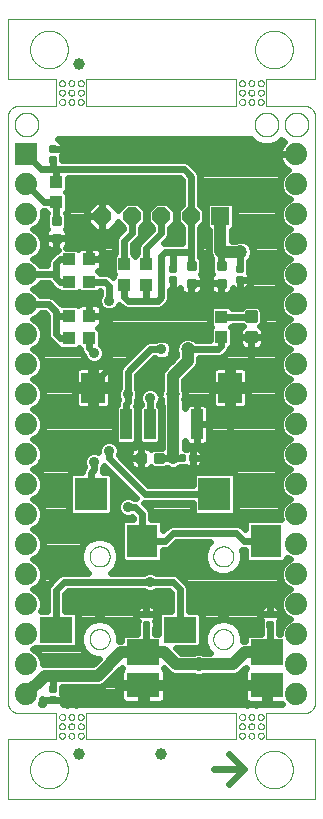
<source format=gtl>
G75*
%MOIN*%
%OFA0B0*%
%FSLAX25Y25*%
%IPPOS*%
%LPD*%
%AMOC8*
5,1,8,0,0,1.08239X$1,22.5*
%
%ADD10C,0.00000*%
%ADD11R,0.07400X0.07400*%
%ADD12C,0.07400*%
%ADD13C,0.03937*%
%ADD14R,0.11024X0.07874*%
%ADD15R,0.10236X0.11024*%
%ADD16R,0.11024X0.08661*%
%ADD17R,0.11024X0.11024*%
%ADD18R,0.05906X0.05906*%
%ADD19OC8,0.05906*%
%ADD20R,0.03937X0.09843*%
%ADD21R,0.07874X0.09843*%
%ADD22C,0.01250*%
%ADD23C,0.00875*%
%ADD24R,0.04331X0.03937*%
%ADD25R,0.03937X0.04331*%
%ADD26C,0.01181*%
%ADD27C,0.02400*%
%ADD28C,0.03562*%
%ADD29C,0.03169*%
%ADD30C,0.04000*%
%ADD31C,0.04724*%
D10*
X0045625Y0001000D02*
X0045625Y0021000D01*
X0061875Y0021000D01*
X0061875Y0029750D01*
X0049375Y0029750D01*
X0049255Y0029752D01*
X0049135Y0029758D01*
X0049015Y0029767D01*
X0048895Y0029781D01*
X0048777Y0029798D01*
X0048658Y0029819D01*
X0048541Y0029844D01*
X0048424Y0029873D01*
X0048308Y0029905D01*
X0048193Y0029941D01*
X0048080Y0029981D01*
X0047968Y0030024D01*
X0047857Y0030071D01*
X0047748Y0030121D01*
X0047640Y0030175D01*
X0047535Y0030233D01*
X0047431Y0030293D01*
X0047329Y0030357D01*
X0047230Y0030424D01*
X0047132Y0030495D01*
X0047037Y0030568D01*
X0046944Y0030645D01*
X0046854Y0030724D01*
X0046766Y0030806D01*
X0046681Y0030891D01*
X0046599Y0030979D01*
X0046520Y0031069D01*
X0046443Y0031162D01*
X0046370Y0031257D01*
X0046299Y0031355D01*
X0046232Y0031454D01*
X0046168Y0031556D01*
X0046108Y0031660D01*
X0046050Y0031765D01*
X0045996Y0031873D01*
X0045946Y0031982D01*
X0045899Y0032093D01*
X0045856Y0032205D01*
X0045816Y0032318D01*
X0045780Y0032433D01*
X0045748Y0032549D01*
X0045719Y0032666D01*
X0045694Y0032783D01*
X0045673Y0032902D01*
X0045656Y0033020D01*
X0045642Y0033140D01*
X0045633Y0033260D01*
X0045627Y0033380D01*
X0045625Y0033500D01*
X0045625Y0228500D01*
X0045627Y0228620D01*
X0045633Y0228740D01*
X0045642Y0228860D01*
X0045656Y0228980D01*
X0045673Y0229098D01*
X0045694Y0229217D01*
X0045719Y0229334D01*
X0045748Y0229451D01*
X0045780Y0229567D01*
X0045816Y0229682D01*
X0045856Y0229795D01*
X0045899Y0229907D01*
X0045946Y0230018D01*
X0045996Y0230127D01*
X0046050Y0230235D01*
X0046108Y0230340D01*
X0046168Y0230444D01*
X0046232Y0230546D01*
X0046299Y0230645D01*
X0046370Y0230743D01*
X0046443Y0230838D01*
X0046520Y0230931D01*
X0046599Y0231021D01*
X0046681Y0231109D01*
X0046766Y0231194D01*
X0046854Y0231276D01*
X0046944Y0231355D01*
X0047037Y0231432D01*
X0047132Y0231505D01*
X0047230Y0231576D01*
X0047329Y0231643D01*
X0047431Y0231707D01*
X0047535Y0231767D01*
X0047640Y0231825D01*
X0047748Y0231879D01*
X0047857Y0231929D01*
X0047968Y0231976D01*
X0048080Y0232019D01*
X0048193Y0232059D01*
X0048308Y0232095D01*
X0048424Y0232127D01*
X0048541Y0232156D01*
X0048658Y0232181D01*
X0048777Y0232202D01*
X0048895Y0232219D01*
X0049015Y0232233D01*
X0049135Y0232242D01*
X0049255Y0232248D01*
X0049375Y0232250D01*
X0054375Y0232250D01*
X0061875Y0232250D01*
X0061875Y0241000D01*
X0045625Y0241000D01*
X0045625Y0261000D01*
X0148125Y0261000D01*
X0148125Y0241000D01*
X0131875Y0241000D01*
X0131875Y0232250D01*
X0139375Y0232250D01*
X0144375Y0232250D01*
X0144495Y0232248D01*
X0144615Y0232242D01*
X0144735Y0232233D01*
X0144855Y0232219D01*
X0144973Y0232202D01*
X0145092Y0232181D01*
X0145209Y0232156D01*
X0145326Y0232127D01*
X0145442Y0232095D01*
X0145557Y0232059D01*
X0145670Y0232019D01*
X0145782Y0231976D01*
X0145893Y0231929D01*
X0146002Y0231879D01*
X0146110Y0231825D01*
X0146215Y0231767D01*
X0146319Y0231707D01*
X0146421Y0231643D01*
X0146520Y0231576D01*
X0146618Y0231505D01*
X0146713Y0231432D01*
X0146806Y0231355D01*
X0146896Y0231276D01*
X0146984Y0231194D01*
X0147069Y0231109D01*
X0147151Y0231021D01*
X0147230Y0230931D01*
X0147307Y0230838D01*
X0147380Y0230743D01*
X0147451Y0230645D01*
X0147518Y0230546D01*
X0147582Y0230444D01*
X0147642Y0230340D01*
X0147700Y0230235D01*
X0147754Y0230127D01*
X0147804Y0230018D01*
X0147851Y0229907D01*
X0147894Y0229795D01*
X0147934Y0229682D01*
X0147970Y0229567D01*
X0148002Y0229451D01*
X0148031Y0229334D01*
X0148056Y0229217D01*
X0148077Y0229098D01*
X0148094Y0228980D01*
X0148108Y0228860D01*
X0148117Y0228740D01*
X0148123Y0228620D01*
X0148125Y0228500D01*
X0148125Y0033500D01*
X0148123Y0033380D01*
X0148117Y0033260D01*
X0148108Y0033140D01*
X0148094Y0033020D01*
X0148077Y0032902D01*
X0148056Y0032783D01*
X0148031Y0032666D01*
X0148002Y0032549D01*
X0147970Y0032433D01*
X0147934Y0032318D01*
X0147894Y0032205D01*
X0147851Y0032093D01*
X0147804Y0031982D01*
X0147754Y0031873D01*
X0147700Y0031765D01*
X0147642Y0031660D01*
X0147582Y0031556D01*
X0147518Y0031454D01*
X0147451Y0031355D01*
X0147380Y0031257D01*
X0147307Y0031162D01*
X0147230Y0031069D01*
X0147151Y0030979D01*
X0147069Y0030891D01*
X0146984Y0030806D01*
X0146896Y0030724D01*
X0146806Y0030645D01*
X0146713Y0030568D01*
X0146618Y0030495D01*
X0146520Y0030424D01*
X0146421Y0030357D01*
X0146319Y0030293D01*
X0146215Y0030233D01*
X0146110Y0030175D01*
X0146002Y0030121D01*
X0145893Y0030071D01*
X0145782Y0030024D01*
X0145670Y0029981D01*
X0145557Y0029941D01*
X0145442Y0029905D01*
X0145326Y0029873D01*
X0145209Y0029844D01*
X0145092Y0029819D01*
X0144973Y0029798D01*
X0144855Y0029781D01*
X0144735Y0029767D01*
X0144615Y0029758D01*
X0144495Y0029752D01*
X0144375Y0029750D01*
X0131875Y0029750D01*
X0131875Y0021000D01*
X0148125Y0021000D01*
X0148125Y0001000D01*
X0045625Y0001000D01*
X0053076Y0011000D02*
X0053078Y0011158D01*
X0053084Y0011316D01*
X0053094Y0011474D01*
X0053108Y0011632D01*
X0053126Y0011789D01*
X0053147Y0011946D01*
X0053173Y0012102D01*
X0053203Y0012258D01*
X0053236Y0012413D01*
X0053274Y0012566D01*
X0053315Y0012719D01*
X0053360Y0012871D01*
X0053409Y0013022D01*
X0053462Y0013171D01*
X0053518Y0013319D01*
X0053578Y0013465D01*
X0053642Y0013610D01*
X0053710Y0013753D01*
X0053781Y0013895D01*
X0053855Y0014035D01*
X0053933Y0014172D01*
X0054015Y0014308D01*
X0054099Y0014442D01*
X0054188Y0014573D01*
X0054279Y0014702D01*
X0054374Y0014829D01*
X0054471Y0014954D01*
X0054572Y0015076D01*
X0054676Y0015195D01*
X0054783Y0015312D01*
X0054893Y0015426D01*
X0055006Y0015537D01*
X0055121Y0015646D01*
X0055239Y0015751D01*
X0055360Y0015853D01*
X0055483Y0015953D01*
X0055609Y0016049D01*
X0055737Y0016142D01*
X0055867Y0016232D01*
X0056000Y0016318D01*
X0056135Y0016402D01*
X0056271Y0016481D01*
X0056410Y0016558D01*
X0056551Y0016630D01*
X0056693Y0016700D01*
X0056837Y0016765D01*
X0056983Y0016827D01*
X0057130Y0016885D01*
X0057279Y0016940D01*
X0057429Y0016991D01*
X0057580Y0017038D01*
X0057732Y0017081D01*
X0057885Y0017120D01*
X0058040Y0017156D01*
X0058195Y0017187D01*
X0058351Y0017215D01*
X0058507Y0017239D01*
X0058664Y0017259D01*
X0058822Y0017275D01*
X0058979Y0017287D01*
X0059138Y0017295D01*
X0059296Y0017299D01*
X0059454Y0017299D01*
X0059612Y0017295D01*
X0059771Y0017287D01*
X0059928Y0017275D01*
X0060086Y0017259D01*
X0060243Y0017239D01*
X0060399Y0017215D01*
X0060555Y0017187D01*
X0060710Y0017156D01*
X0060865Y0017120D01*
X0061018Y0017081D01*
X0061170Y0017038D01*
X0061321Y0016991D01*
X0061471Y0016940D01*
X0061620Y0016885D01*
X0061767Y0016827D01*
X0061913Y0016765D01*
X0062057Y0016700D01*
X0062199Y0016630D01*
X0062340Y0016558D01*
X0062479Y0016481D01*
X0062615Y0016402D01*
X0062750Y0016318D01*
X0062883Y0016232D01*
X0063013Y0016142D01*
X0063141Y0016049D01*
X0063267Y0015953D01*
X0063390Y0015853D01*
X0063511Y0015751D01*
X0063629Y0015646D01*
X0063744Y0015537D01*
X0063857Y0015426D01*
X0063967Y0015312D01*
X0064074Y0015195D01*
X0064178Y0015076D01*
X0064279Y0014954D01*
X0064376Y0014829D01*
X0064471Y0014702D01*
X0064562Y0014573D01*
X0064651Y0014442D01*
X0064735Y0014308D01*
X0064817Y0014172D01*
X0064895Y0014035D01*
X0064969Y0013895D01*
X0065040Y0013753D01*
X0065108Y0013610D01*
X0065172Y0013465D01*
X0065232Y0013319D01*
X0065288Y0013171D01*
X0065341Y0013022D01*
X0065390Y0012871D01*
X0065435Y0012719D01*
X0065476Y0012566D01*
X0065514Y0012413D01*
X0065547Y0012258D01*
X0065577Y0012102D01*
X0065603Y0011946D01*
X0065624Y0011789D01*
X0065642Y0011632D01*
X0065656Y0011474D01*
X0065666Y0011316D01*
X0065672Y0011158D01*
X0065674Y0011000D01*
X0065672Y0010842D01*
X0065666Y0010684D01*
X0065656Y0010526D01*
X0065642Y0010368D01*
X0065624Y0010211D01*
X0065603Y0010054D01*
X0065577Y0009898D01*
X0065547Y0009742D01*
X0065514Y0009587D01*
X0065476Y0009434D01*
X0065435Y0009281D01*
X0065390Y0009129D01*
X0065341Y0008978D01*
X0065288Y0008829D01*
X0065232Y0008681D01*
X0065172Y0008535D01*
X0065108Y0008390D01*
X0065040Y0008247D01*
X0064969Y0008105D01*
X0064895Y0007965D01*
X0064817Y0007828D01*
X0064735Y0007692D01*
X0064651Y0007558D01*
X0064562Y0007427D01*
X0064471Y0007298D01*
X0064376Y0007171D01*
X0064279Y0007046D01*
X0064178Y0006924D01*
X0064074Y0006805D01*
X0063967Y0006688D01*
X0063857Y0006574D01*
X0063744Y0006463D01*
X0063629Y0006354D01*
X0063511Y0006249D01*
X0063390Y0006147D01*
X0063267Y0006047D01*
X0063141Y0005951D01*
X0063013Y0005858D01*
X0062883Y0005768D01*
X0062750Y0005682D01*
X0062615Y0005598D01*
X0062479Y0005519D01*
X0062340Y0005442D01*
X0062199Y0005370D01*
X0062057Y0005300D01*
X0061913Y0005235D01*
X0061767Y0005173D01*
X0061620Y0005115D01*
X0061471Y0005060D01*
X0061321Y0005009D01*
X0061170Y0004962D01*
X0061018Y0004919D01*
X0060865Y0004880D01*
X0060710Y0004844D01*
X0060555Y0004813D01*
X0060399Y0004785D01*
X0060243Y0004761D01*
X0060086Y0004741D01*
X0059928Y0004725D01*
X0059771Y0004713D01*
X0059612Y0004705D01*
X0059454Y0004701D01*
X0059296Y0004701D01*
X0059138Y0004705D01*
X0058979Y0004713D01*
X0058822Y0004725D01*
X0058664Y0004741D01*
X0058507Y0004761D01*
X0058351Y0004785D01*
X0058195Y0004813D01*
X0058040Y0004844D01*
X0057885Y0004880D01*
X0057732Y0004919D01*
X0057580Y0004962D01*
X0057429Y0005009D01*
X0057279Y0005060D01*
X0057130Y0005115D01*
X0056983Y0005173D01*
X0056837Y0005235D01*
X0056693Y0005300D01*
X0056551Y0005370D01*
X0056410Y0005442D01*
X0056271Y0005519D01*
X0056135Y0005598D01*
X0056000Y0005682D01*
X0055867Y0005768D01*
X0055737Y0005858D01*
X0055609Y0005951D01*
X0055483Y0006047D01*
X0055360Y0006147D01*
X0055239Y0006249D01*
X0055121Y0006354D01*
X0055006Y0006463D01*
X0054893Y0006574D01*
X0054783Y0006688D01*
X0054676Y0006805D01*
X0054572Y0006924D01*
X0054471Y0007046D01*
X0054374Y0007171D01*
X0054279Y0007298D01*
X0054188Y0007427D01*
X0054099Y0007558D01*
X0054015Y0007692D01*
X0053933Y0007828D01*
X0053855Y0007965D01*
X0053781Y0008105D01*
X0053710Y0008247D01*
X0053642Y0008390D01*
X0053578Y0008535D01*
X0053518Y0008681D01*
X0053462Y0008829D01*
X0053409Y0008978D01*
X0053360Y0009129D01*
X0053315Y0009281D01*
X0053274Y0009434D01*
X0053236Y0009587D01*
X0053203Y0009742D01*
X0053173Y0009898D01*
X0053147Y0010054D01*
X0053126Y0010211D01*
X0053108Y0010368D01*
X0053094Y0010526D01*
X0053084Y0010684D01*
X0053078Y0010842D01*
X0053076Y0011000D01*
X0062766Y0022250D02*
X0062768Y0022312D01*
X0062774Y0022375D01*
X0062784Y0022436D01*
X0062798Y0022497D01*
X0062815Y0022557D01*
X0062836Y0022616D01*
X0062862Y0022673D01*
X0062890Y0022728D01*
X0062922Y0022782D01*
X0062958Y0022833D01*
X0062996Y0022883D01*
X0063038Y0022929D01*
X0063082Y0022973D01*
X0063130Y0023014D01*
X0063179Y0023052D01*
X0063231Y0023086D01*
X0063285Y0023117D01*
X0063341Y0023145D01*
X0063399Y0023169D01*
X0063458Y0023190D01*
X0063518Y0023206D01*
X0063579Y0023219D01*
X0063641Y0023228D01*
X0063703Y0023233D01*
X0063766Y0023234D01*
X0063828Y0023231D01*
X0063890Y0023224D01*
X0063952Y0023213D01*
X0064012Y0023198D01*
X0064072Y0023180D01*
X0064130Y0023158D01*
X0064187Y0023132D01*
X0064242Y0023102D01*
X0064295Y0023069D01*
X0064346Y0023033D01*
X0064394Y0022994D01*
X0064440Y0022951D01*
X0064483Y0022906D01*
X0064523Y0022858D01*
X0064560Y0022808D01*
X0064594Y0022755D01*
X0064625Y0022701D01*
X0064651Y0022645D01*
X0064675Y0022587D01*
X0064694Y0022527D01*
X0064710Y0022467D01*
X0064722Y0022405D01*
X0064730Y0022344D01*
X0064734Y0022281D01*
X0064734Y0022219D01*
X0064730Y0022156D01*
X0064722Y0022095D01*
X0064710Y0022033D01*
X0064694Y0021973D01*
X0064675Y0021913D01*
X0064651Y0021855D01*
X0064625Y0021799D01*
X0064594Y0021745D01*
X0064560Y0021692D01*
X0064523Y0021642D01*
X0064483Y0021594D01*
X0064440Y0021549D01*
X0064394Y0021506D01*
X0064346Y0021467D01*
X0064295Y0021431D01*
X0064242Y0021398D01*
X0064187Y0021368D01*
X0064130Y0021342D01*
X0064072Y0021320D01*
X0064012Y0021302D01*
X0063952Y0021287D01*
X0063890Y0021276D01*
X0063828Y0021269D01*
X0063766Y0021266D01*
X0063703Y0021267D01*
X0063641Y0021272D01*
X0063579Y0021281D01*
X0063518Y0021294D01*
X0063458Y0021310D01*
X0063399Y0021331D01*
X0063341Y0021355D01*
X0063285Y0021383D01*
X0063231Y0021414D01*
X0063179Y0021448D01*
X0063130Y0021486D01*
X0063082Y0021527D01*
X0063038Y0021571D01*
X0062996Y0021617D01*
X0062958Y0021667D01*
X0062922Y0021718D01*
X0062890Y0021772D01*
X0062862Y0021827D01*
X0062836Y0021884D01*
X0062815Y0021943D01*
X0062798Y0022003D01*
X0062784Y0022064D01*
X0062774Y0022125D01*
X0062768Y0022188D01*
X0062766Y0022250D01*
X0062766Y0025375D02*
X0062768Y0025437D01*
X0062774Y0025500D01*
X0062784Y0025561D01*
X0062798Y0025622D01*
X0062815Y0025682D01*
X0062836Y0025741D01*
X0062862Y0025798D01*
X0062890Y0025853D01*
X0062922Y0025907D01*
X0062958Y0025958D01*
X0062996Y0026008D01*
X0063038Y0026054D01*
X0063082Y0026098D01*
X0063130Y0026139D01*
X0063179Y0026177D01*
X0063231Y0026211D01*
X0063285Y0026242D01*
X0063341Y0026270D01*
X0063399Y0026294D01*
X0063458Y0026315D01*
X0063518Y0026331D01*
X0063579Y0026344D01*
X0063641Y0026353D01*
X0063703Y0026358D01*
X0063766Y0026359D01*
X0063828Y0026356D01*
X0063890Y0026349D01*
X0063952Y0026338D01*
X0064012Y0026323D01*
X0064072Y0026305D01*
X0064130Y0026283D01*
X0064187Y0026257D01*
X0064242Y0026227D01*
X0064295Y0026194D01*
X0064346Y0026158D01*
X0064394Y0026119D01*
X0064440Y0026076D01*
X0064483Y0026031D01*
X0064523Y0025983D01*
X0064560Y0025933D01*
X0064594Y0025880D01*
X0064625Y0025826D01*
X0064651Y0025770D01*
X0064675Y0025712D01*
X0064694Y0025652D01*
X0064710Y0025592D01*
X0064722Y0025530D01*
X0064730Y0025469D01*
X0064734Y0025406D01*
X0064734Y0025344D01*
X0064730Y0025281D01*
X0064722Y0025220D01*
X0064710Y0025158D01*
X0064694Y0025098D01*
X0064675Y0025038D01*
X0064651Y0024980D01*
X0064625Y0024924D01*
X0064594Y0024870D01*
X0064560Y0024817D01*
X0064523Y0024767D01*
X0064483Y0024719D01*
X0064440Y0024674D01*
X0064394Y0024631D01*
X0064346Y0024592D01*
X0064295Y0024556D01*
X0064242Y0024523D01*
X0064187Y0024493D01*
X0064130Y0024467D01*
X0064072Y0024445D01*
X0064012Y0024427D01*
X0063952Y0024412D01*
X0063890Y0024401D01*
X0063828Y0024394D01*
X0063766Y0024391D01*
X0063703Y0024392D01*
X0063641Y0024397D01*
X0063579Y0024406D01*
X0063518Y0024419D01*
X0063458Y0024435D01*
X0063399Y0024456D01*
X0063341Y0024480D01*
X0063285Y0024508D01*
X0063231Y0024539D01*
X0063179Y0024573D01*
X0063130Y0024611D01*
X0063082Y0024652D01*
X0063038Y0024696D01*
X0062996Y0024742D01*
X0062958Y0024792D01*
X0062922Y0024843D01*
X0062890Y0024897D01*
X0062862Y0024952D01*
X0062836Y0025009D01*
X0062815Y0025068D01*
X0062798Y0025128D01*
X0062784Y0025189D01*
X0062774Y0025250D01*
X0062768Y0025313D01*
X0062766Y0025375D01*
X0062766Y0028500D02*
X0062768Y0028562D01*
X0062774Y0028625D01*
X0062784Y0028686D01*
X0062798Y0028747D01*
X0062815Y0028807D01*
X0062836Y0028866D01*
X0062862Y0028923D01*
X0062890Y0028978D01*
X0062922Y0029032D01*
X0062958Y0029083D01*
X0062996Y0029133D01*
X0063038Y0029179D01*
X0063082Y0029223D01*
X0063130Y0029264D01*
X0063179Y0029302D01*
X0063231Y0029336D01*
X0063285Y0029367D01*
X0063341Y0029395D01*
X0063399Y0029419D01*
X0063458Y0029440D01*
X0063518Y0029456D01*
X0063579Y0029469D01*
X0063641Y0029478D01*
X0063703Y0029483D01*
X0063766Y0029484D01*
X0063828Y0029481D01*
X0063890Y0029474D01*
X0063952Y0029463D01*
X0064012Y0029448D01*
X0064072Y0029430D01*
X0064130Y0029408D01*
X0064187Y0029382D01*
X0064242Y0029352D01*
X0064295Y0029319D01*
X0064346Y0029283D01*
X0064394Y0029244D01*
X0064440Y0029201D01*
X0064483Y0029156D01*
X0064523Y0029108D01*
X0064560Y0029058D01*
X0064594Y0029005D01*
X0064625Y0028951D01*
X0064651Y0028895D01*
X0064675Y0028837D01*
X0064694Y0028777D01*
X0064710Y0028717D01*
X0064722Y0028655D01*
X0064730Y0028594D01*
X0064734Y0028531D01*
X0064734Y0028469D01*
X0064730Y0028406D01*
X0064722Y0028345D01*
X0064710Y0028283D01*
X0064694Y0028223D01*
X0064675Y0028163D01*
X0064651Y0028105D01*
X0064625Y0028049D01*
X0064594Y0027995D01*
X0064560Y0027942D01*
X0064523Y0027892D01*
X0064483Y0027844D01*
X0064440Y0027799D01*
X0064394Y0027756D01*
X0064346Y0027717D01*
X0064295Y0027681D01*
X0064242Y0027648D01*
X0064187Y0027618D01*
X0064130Y0027592D01*
X0064072Y0027570D01*
X0064012Y0027552D01*
X0063952Y0027537D01*
X0063890Y0027526D01*
X0063828Y0027519D01*
X0063766Y0027516D01*
X0063703Y0027517D01*
X0063641Y0027522D01*
X0063579Y0027531D01*
X0063518Y0027544D01*
X0063458Y0027560D01*
X0063399Y0027581D01*
X0063341Y0027605D01*
X0063285Y0027633D01*
X0063231Y0027664D01*
X0063179Y0027698D01*
X0063130Y0027736D01*
X0063082Y0027777D01*
X0063038Y0027821D01*
X0062996Y0027867D01*
X0062958Y0027917D01*
X0062922Y0027968D01*
X0062890Y0028022D01*
X0062862Y0028077D01*
X0062836Y0028134D01*
X0062815Y0028193D01*
X0062798Y0028253D01*
X0062784Y0028314D01*
X0062774Y0028375D01*
X0062768Y0028438D01*
X0062766Y0028500D01*
X0065891Y0028500D02*
X0065893Y0028562D01*
X0065899Y0028625D01*
X0065909Y0028686D01*
X0065923Y0028747D01*
X0065940Y0028807D01*
X0065961Y0028866D01*
X0065987Y0028923D01*
X0066015Y0028978D01*
X0066047Y0029032D01*
X0066083Y0029083D01*
X0066121Y0029133D01*
X0066163Y0029179D01*
X0066207Y0029223D01*
X0066255Y0029264D01*
X0066304Y0029302D01*
X0066356Y0029336D01*
X0066410Y0029367D01*
X0066466Y0029395D01*
X0066524Y0029419D01*
X0066583Y0029440D01*
X0066643Y0029456D01*
X0066704Y0029469D01*
X0066766Y0029478D01*
X0066828Y0029483D01*
X0066891Y0029484D01*
X0066953Y0029481D01*
X0067015Y0029474D01*
X0067077Y0029463D01*
X0067137Y0029448D01*
X0067197Y0029430D01*
X0067255Y0029408D01*
X0067312Y0029382D01*
X0067367Y0029352D01*
X0067420Y0029319D01*
X0067471Y0029283D01*
X0067519Y0029244D01*
X0067565Y0029201D01*
X0067608Y0029156D01*
X0067648Y0029108D01*
X0067685Y0029058D01*
X0067719Y0029005D01*
X0067750Y0028951D01*
X0067776Y0028895D01*
X0067800Y0028837D01*
X0067819Y0028777D01*
X0067835Y0028717D01*
X0067847Y0028655D01*
X0067855Y0028594D01*
X0067859Y0028531D01*
X0067859Y0028469D01*
X0067855Y0028406D01*
X0067847Y0028345D01*
X0067835Y0028283D01*
X0067819Y0028223D01*
X0067800Y0028163D01*
X0067776Y0028105D01*
X0067750Y0028049D01*
X0067719Y0027995D01*
X0067685Y0027942D01*
X0067648Y0027892D01*
X0067608Y0027844D01*
X0067565Y0027799D01*
X0067519Y0027756D01*
X0067471Y0027717D01*
X0067420Y0027681D01*
X0067367Y0027648D01*
X0067312Y0027618D01*
X0067255Y0027592D01*
X0067197Y0027570D01*
X0067137Y0027552D01*
X0067077Y0027537D01*
X0067015Y0027526D01*
X0066953Y0027519D01*
X0066891Y0027516D01*
X0066828Y0027517D01*
X0066766Y0027522D01*
X0066704Y0027531D01*
X0066643Y0027544D01*
X0066583Y0027560D01*
X0066524Y0027581D01*
X0066466Y0027605D01*
X0066410Y0027633D01*
X0066356Y0027664D01*
X0066304Y0027698D01*
X0066255Y0027736D01*
X0066207Y0027777D01*
X0066163Y0027821D01*
X0066121Y0027867D01*
X0066083Y0027917D01*
X0066047Y0027968D01*
X0066015Y0028022D01*
X0065987Y0028077D01*
X0065961Y0028134D01*
X0065940Y0028193D01*
X0065923Y0028253D01*
X0065909Y0028314D01*
X0065899Y0028375D01*
X0065893Y0028438D01*
X0065891Y0028500D01*
X0065891Y0025375D02*
X0065893Y0025437D01*
X0065899Y0025500D01*
X0065909Y0025561D01*
X0065923Y0025622D01*
X0065940Y0025682D01*
X0065961Y0025741D01*
X0065987Y0025798D01*
X0066015Y0025853D01*
X0066047Y0025907D01*
X0066083Y0025958D01*
X0066121Y0026008D01*
X0066163Y0026054D01*
X0066207Y0026098D01*
X0066255Y0026139D01*
X0066304Y0026177D01*
X0066356Y0026211D01*
X0066410Y0026242D01*
X0066466Y0026270D01*
X0066524Y0026294D01*
X0066583Y0026315D01*
X0066643Y0026331D01*
X0066704Y0026344D01*
X0066766Y0026353D01*
X0066828Y0026358D01*
X0066891Y0026359D01*
X0066953Y0026356D01*
X0067015Y0026349D01*
X0067077Y0026338D01*
X0067137Y0026323D01*
X0067197Y0026305D01*
X0067255Y0026283D01*
X0067312Y0026257D01*
X0067367Y0026227D01*
X0067420Y0026194D01*
X0067471Y0026158D01*
X0067519Y0026119D01*
X0067565Y0026076D01*
X0067608Y0026031D01*
X0067648Y0025983D01*
X0067685Y0025933D01*
X0067719Y0025880D01*
X0067750Y0025826D01*
X0067776Y0025770D01*
X0067800Y0025712D01*
X0067819Y0025652D01*
X0067835Y0025592D01*
X0067847Y0025530D01*
X0067855Y0025469D01*
X0067859Y0025406D01*
X0067859Y0025344D01*
X0067855Y0025281D01*
X0067847Y0025220D01*
X0067835Y0025158D01*
X0067819Y0025098D01*
X0067800Y0025038D01*
X0067776Y0024980D01*
X0067750Y0024924D01*
X0067719Y0024870D01*
X0067685Y0024817D01*
X0067648Y0024767D01*
X0067608Y0024719D01*
X0067565Y0024674D01*
X0067519Y0024631D01*
X0067471Y0024592D01*
X0067420Y0024556D01*
X0067367Y0024523D01*
X0067312Y0024493D01*
X0067255Y0024467D01*
X0067197Y0024445D01*
X0067137Y0024427D01*
X0067077Y0024412D01*
X0067015Y0024401D01*
X0066953Y0024394D01*
X0066891Y0024391D01*
X0066828Y0024392D01*
X0066766Y0024397D01*
X0066704Y0024406D01*
X0066643Y0024419D01*
X0066583Y0024435D01*
X0066524Y0024456D01*
X0066466Y0024480D01*
X0066410Y0024508D01*
X0066356Y0024539D01*
X0066304Y0024573D01*
X0066255Y0024611D01*
X0066207Y0024652D01*
X0066163Y0024696D01*
X0066121Y0024742D01*
X0066083Y0024792D01*
X0066047Y0024843D01*
X0066015Y0024897D01*
X0065987Y0024952D01*
X0065961Y0025009D01*
X0065940Y0025068D01*
X0065923Y0025128D01*
X0065909Y0025189D01*
X0065899Y0025250D01*
X0065893Y0025313D01*
X0065891Y0025375D01*
X0065891Y0022250D02*
X0065893Y0022312D01*
X0065899Y0022375D01*
X0065909Y0022436D01*
X0065923Y0022497D01*
X0065940Y0022557D01*
X0065961Y0022616D01*
X0065987Y0022673D01*
X0066015Y0022728D01*
X0066047Y0022782D01*
X0066083Y0022833D01*
X0066121Y0022883D01*
X0066163Y0022929D01*
X0066207Y0022973D01*
X0066255Y0023014D01*
X0066304Y0023052D01*
X0066356Y0023086D01*
X0066410Y0023117D01*
X0066466Y0023145D01*
X0066524Y0023169D01*
X0066583Y0023190D01*
X0066643Y0023206D01*
X0066704Y0023219D01*
X0066766Y0023228D01*
X0066828Y0023233D01*
X0066891Y0023234D01*
X0066953Y0023231D01*
X0067015Y0023224D01*
X0067077Y0023213D01*
X0067137Y0023198D01*
X0067197Y0023180D01*
X0067255Y0023158D01*
X0067312Y0023132D01*
X0067367Y0023102D01*
X0067420Y0023069D01*
X0067471Y0023033D01*
X0067519Y0022994D01*
X0067565Y0022951D01*
X0067608Y0022906D01*
X0067648Y0022858D01*
X0067685Y0022808D01*
X0067719Y0022755D01*
X0067750Y0022701D01*
X0067776Y0022645D01*
X0067800Y0022587D01*
X0067819Y0022527D01*
X0067835Y0022467D01*
X0067847Y0022405D01*
X0067855Y0022344D01*
X0067859Y0022281D01*
X0067859Y0022219D01*
X0067855Y0022156D01*
X0067847Y0022095D01*
X0067835Y0022033D01*
X0067819Y0021973D01*
X0067800Y0021913D01*
X0067776Y0021855D01*
X0067750Y0021799D01*
X0067719Y0021745D01*
X0067685Y0021692D01*
X0067648Y0021642D01*
X0067608Y0021594D01*
X0067565Y0021549D01*
X0067519Y0021506D01*
X0067471Y0021467D01*
X0067420Y0021431D01*
X0067367Y0021398D01*
X0067312Y0021368D01*
X0067255Y0021342D01*
X0067197Y0021320D01*
X0067137Y0021302D01*
X0067077Y0021287D01*
X0067015Y0021276D01*
X0066953Y0021269D01*
X0066891Y0021266D01*
X0066828Y0021267D01*
X0066766Y0021272D01*
X0066704Y0021281D01*
X0066643Y0021294D01*
X0066583Y0021310D01*
X0066524Y0021331D01*
X0066466Y0021355D01*
X0066410Y0021383D01*
X0066356Y0021414D01*
X0066304Y0021448D01*
X0066255Y0021486D01*
X0066207Y0021527D01*
X0066163Y0021571D01*
X0066121Y0021617D01*
X0066083Y0021667D01*
X0066047Y0021718D01*
X0066015Y0021772D01*
X0065987Y0021827D01*
X0065961Y0021884D01*
X0065940Y0021943D01*
X0065923Y0022003D01*
X0065909Y0022064D01*
X0065899Y0022125D01*
X0065893Y0022188D01*
X0065891Y0022250D01*
X0069016Y0022250D02*
X0069018Y0022312D01*
X0069024Y0022375D01*
X0069034Y0022436D01*
X0069048Y0022497D01*
X0069065Y0022557D01*
X0069086Y0022616D01*
X0069112Y0022673D01*
X0069140Y0022728D01*
X0069172Y0022782D01*
X0069208Y0022833D01*
X0069246Y0022883D01*
X0069288Y0022929D01*
X0069332Y0022973D01*
X0069380Y0023014D01*
X0069429Y0023052D01*
X0069481Y0023086D01*
X0069535Y0023117D01*
X0069591Y0023145D01*
X0069649Y0023169D01*
X0069708Y0023190D01*
X0069768Y0023206D01*
X0069829Y0023219D01*
X0069891Y0023228D01*
X0069953Y0023233D01*
X0070016Y0023234D01*
X0070078Y0023231D01*
X0070140Y0023224D01*
X0070202Y0023213D01*
X0070262Y0023198D01*
X0070322Y0023180D01*
X0070380Y0023158D01*
X0070437Y0023132D01*
X0070492Y0023102D01*
X0070545Y0023069D01*
X0070596Y0023033D01*
X0070644Y0022994D01*
X0070690Y0022951D01*
X0070733Y0022906D01*
X0070773Y0022858D01*
X0070810Y0022808D01*
X0070844Y0022755D01*
X0070875Y0022701D01*
X0070901Y0022645D01*
X0070925Y0022587D01*
X0070944Y0022527D01*
X0070960Y0022467D01*
X0070972Y0022405D01*
X0070980Y0022344D01*
X0070984Y0022281D01*
X0070984Y0022219D01*
X0070980Y0022156D01*
X0070972Y0022095D01*
X0070960Y0022033D01*
X0070944Y0021973D01*
X0070925Y0021913D01*
X0070901Y0021855D01*
X0070875Y0021799D01*
X0070844Y0021745D01*
X0070810Y0021692D01*
X0070773Y0021642D01*
X0070733Y0021594D01*
X0070690Y0021549D01*
X0070644Y0021506D01*
X0070596Y0021467D01*
X0070545Y0021431D01*
X0070492Y0021398D01*
X0070437Y0021368D01*
X0070380Y0021342D01*
X0070322Y0021320D01*
X0070262Y0021302D01*
X0070202Y0021287D01*
X0070140Y0021276D01*
X0070078Y0021269D01*
X0070016Y0021266D01*
X0069953Y0021267D01*
X0069891Y0021272D01*
X0069829Y0021281D01*
X0069768Y0021294D01*
X0069708Y0021310D01*
X0069649Y0021331D01*
X0069591Y0021355D01*
X0069535Y0021383D01*
X0069481Y0021414D01*
X0069429Y0021448D01*
X0069380Y0021486D01*
X0069332Y0021527D01*
X0069288Y0021571D01*
X0069246Y0021617D01*
X0069208Y0021667D01*
X0069172Y0021718D01*
X0069140Y0021772D01*
X0069112Y0021827D01*
X0069086Y0021884D01*
X0069065Y0021943D01*
X0069048Y0022003D01*
X0069034Y0022064D01*
X0069024Y0022125D01*
X0069018Y0022188D01*
X0069016Y0022250D01*
X0069016Y0025375D02*
X0069018Y0025437D01*
X0069024Y0025500D01*
X0069034Y0025561D01*
X0069048Y0025622D01*
X0069065Y0025682D01*
X0069086Y0025741D01*
X0069112Y0025798D01*
X0069140Y0025853D01*
X0069172Y0025907D01*
X0069208Y0025958D01*
X0069246Y0026008D01*
X0069288Y0026054D01*
X0069332Y0026098D01*
X0069380Y0026139D01*
X0069429Y0026177D01*
X0069481Y0026211D01*
X0069535Y0026242D01*
X0069591Y0026270D01*
X0069649Y0026294D01*
X0069708Y0026315D01*
X0069768Y0026331D01*
X0069829Y0026344D01*
X0069891Y0026353D01*
X0069953Y0026358D01*
X0070016Y0026359D01*
X0070078Y0026356D01*
X0070140Y0026349D01*
X0070202Y0026338D01*
X0070262Y0026323D01*
X0070322Y0026305D01*
X0070380Y0026283D01*
X0070437Y0026257D01*
X0070492Y0026227D01*
X0070545Y0026194D01*
X0070596Y0026158D01*
X0070644Y0026119D01*
X0070690Y0026076D01*
X0070733Y0026031D01*
X0070773Y0025983D01*
X0070810Y0025933D01*
X0070844Y0025880D01*
X0070875Y0025826D01*
X0070901Y0025770D01*
X0070925Y0025712D01*
X0070944Y0025652D01*
X0070960Y0025592D01*
X0070972Y0025530D01*
X0070980Y0025469D01*
X0070984Y0025406D01*
X0070984Y0025344D01*
X0070980Y0025281D01*
X0070972Y0025220D01*
X0070960Y0025158D01*
X0070944Y0025098D01*
X0070925Y0025038D01*
X0070901Y0024980D01*
X0070875Y0024924D01*
X0070844Y0024870D01*
X0070810Y0024817D01*
X0070773Y0024767D01*
X0070733Y0024719D01*
X0070690Y0024674D01*
X0070644Y0024631D01*
X0070596Y0024592D01*
X0070545Y0024556D01*
X0070492Y0024523D01*
X0070437Y0024493D01*
X0070380Y0024467D01*
X0070322Y0024445D01*
X0070262Y0024427D01*
X0070202Y0024412D01*
X0070140Y0024401D01*
X0070078Y0024394D01*
X0070016Y0024391D01*
X0069953Y0024392D01*
X0069891Y0024397D01*
X0069829Y0024406D01*
X0069768Y0024419D01*
X0069708Y0024435D01*
X0069649Y0024456D01*
X0069591Y0024480D01*
X0069535Y0024508D01*
X0069481Y0024539D01*
X0069429Y0024573D01*
X0069380Y0024611D01*
X0069332Y0024652D01*
X0069288Y0024696D01*
X0069246Y0024742D01*
X0069208Y0024792D01*
X0069172Y0024843D01*
X0069140Y0024897D01*
X0069112Y0024952D01*
X0069086Y0025009D01*
X0069065Y0025068D01*
X0069048Y0025128D01*
X0069034Y0025189D01*
X0069024Y0025250D01*
X0069018Y0025313D01*
X0069016Y0025375D01*
X0069016Y0028500D02*
X0069018Y0028562D01*
X0069024Y0028625D01*
X0069034Y0028686D01*
X0069048Y0028747D01*
X0069065Y0028807D01*
X0069086Y0028866D01*
X0069112Y0028923D01*
X0069140Y0028978D01*
X0069172Y0029032D01*
X0069208Y0029083D01*
X0069246Y0029133D01*
X0069288Y0029179D01*
X0069332Y0029223D01*
X0069380Y0029264D01*
X0069429Y0029302D01*
X0069481Y0029336D01*
X0069535Y0029367D01*
X0069591Y0029395D01*
X0069649Y0029419D01*
X0069708Y0029440D01*
X0069768Y0029456D01*
X0069829Y0029469D01*
X0069891Y0029478D01*
X0069953Y0029483D01*
X0070016Y0029484D01*
X0070078Y0029481D01*
X0070140Y0029474D01*
X0070202Y0029463D01*
X0070262Y0029448D01*
X0070322Y0029430D01*
X0070380Y0029408D01*
X0070437Y0029382D01*
X0070492Y0029352D01*
X0070545Y0029319D01*
X0070596Y0029283D01*
X0070644Y0029244D01*
X0070690Y0029201D01*
X0070733Y0029156D01*
X0070773Y0029108D01*
X0070810Y0029058D01*
X0070844Y0029005D01*
X0070875Y0028951D01*
X0070901Y0028895D01*
X0070925Y0028837D01*
X0070944Y0028777D01*
X0070960Y0028717D01*
X0070972Y0028655D01*
X0070980Y0028594D01*
X0070984Y0028531D01*
X0070984Y0028469D01*
X0070980Y0028406D01*
X0070972Y0028345D01*
X0070960Y0028283D01*
X0070944Y0028223D01*
X0070925Y0028163D01*
X0070901Y0028105D01*
X0070875Y0028049D01*
X0070844Y0027995D01*
X0070810Y0027942D01*
X0070773Y0027892D01*
X0070733Y0027844D01*
X0070690Y0027799D01*
X0070644Y0027756D01*
X0070596Y0027717D01*
X0070545Y0027681D01*
X0070492Y0027648D01*
X0070437Y0027618D01*
X0070380Y0027592D01*
X0070322Y0027570D01*
X0070262Y0027552D01*
X0070202Y0027537D01*
X0070140Y0027526D01*
X0070078Y0027519D01*
X0070016Y0027516D01*
X0069953Y0027517D01*
X0069891Y0027522D01*
X0069829Y0027531D01*
X0069768Y0027544D01*
X0069708Y0027560D01*
X0069649Y0027581D01*
X0069591Y0027605D01*
X0069535Y0027633D01*
X0069481Y0027664D01*
X0069429Y0027698D01*
X0069380Y0027736D01*
X0069332Y0027777D01*
X0069288Y0027821D01*
X0069246Y0027867D01*
X0069208Y0027917D01*
X0069172Y0027968D01*
X0069140Y0028022D01*
X0069112Y0028077D01*
X0069086Y0028134D01*
X0069065Y0028193D01*
X0069048Y0028253D01*
X0069034Y0028314D01*
X0069024Y0028375D01*
X0069018Y0028438D01*
X0069016Y0028500D01*
X0071875Y0029750D02*
X0071875Y0021000D01*
X0121875Y0021000D01*
X0121875Y0029750D01*
X0071875Y0029750D01*
X0072904Y0054455D02*
X0072906Y0054570D01*
X0072912Y0054686D01*
X0072922Y0054801D01*
X0072936Y0054916D01*
X0072954Y0055030D01*
X0072976Y0055143D01*
X0073001Y0055256D01*
X0073031Y0055367D01*
X0073064Y0055478D01*
X0073101Y0055587D01*
X0073142Y0055695D01*
X0073187Y0055802D01*
X0073235Y0055907D01*
X0073287Y0056010D01*
X0073343Y0056111D01*
X0073402Y0056211D01*
X0073464Y0056308D01*
X0073530Y0056403D01*
X0073598Y0056496D01*
X0073670Y0056586D01*
X0073745Y0056674D01*
X0073824Y0056759D01*
X0073905Y0056841D01*
X0073988Y0056921D01*
X0074075Y0056997D01*
X0074164Y0057071D01*
X0074255Y0057141D01*
X0074349Y0057209D01*
X0074445Y0057273D01*
X0074544Y0057333D01*
X0074644Y0057390D01*
X0074746Y0057444D01*
X0074850Y0057494D01*
X0074956Y0057541D01*
X0075063Y0057584D01*
X0075172Y0057623D01*
X0075282Y0057658D01*
X0075393Y0057689D01*
X0075505Y0057717D01*
X0075618Y0057741D01*
X0075732Y0057761D01*
X0075847Y0057777D01*
X0075962Y0057789D01*
X0076077Y0057797D01*
X0076192Y0057801D01*
X0076308Y0057801D01*
X0076423Y0057797D01*
X0076538Y0057789D01*
X0076653Y0057777D01*
X0076768Y0057761D01*
X0076882Y0057741D01*
X0076995Y0057717D01*
X0077107Y0057689D01*
X0077218Y0057658D01*
X0077328Y0057623D01*
X0077437Y0057584D01*
X0077544Y0057541D01*
X0077650Y0057494D01*
X0077754Y0057444D01*
X0077856Y0057390D01*
X0077956Y0057333D01*
X0078055Y0057273D01*
X0078151Y0057209D01*
X0078245Y0057141D01*
X0078336Y0057071D01*
X0078425Y0056997D01*
X0078512Y0056921D01*
X0078595Y0056841D01*
X0078676Y0056759D01*
X0078755Y0056674D01*
X0078830Y0056586D01*
X0078902Y0056496D01*
X0078970Y0056403D01*
X0079036Y0056308D01*
X0079098Y0056211D01*
X0079157Y0056111D01*
X0079213Y0056010D01*
X0079265Y0055907D01*
X0079313Y0055802D01*
X0079358Y0055695D01*
X0079399Y0055587D01*
X0079436Y0055478D01*
X0079469Y0055367D01*
X0079499Y0055256D01*
X0079524Y0055143D01*
X0079546Y0055030D01*
X0079564Y0054916D01*
X0079578Y0054801D01*
X0079588Y0054686D01*
X0079594Y0054570D01*
X0079596Y0054455D01*
X0079594Y0054340D01*
X0079588Y0054224D01*
X0079578Y0054109D01*
X0079564Y0053994D01*
X0079546Y0053880D01*
X0079524Y0053767D01*
X0079499Y0053654D01*
X0079469Y0053543D01*
X0079436Y0053432D01*
X0079399Y0053323D01*
X0079358Y0053215D01*
X0079313Y0053108D01*
X0079265Y0053003D01*
X0079213Y0052900D01*
X0079157Y0052799D01*
X0079098Y0052699D01*
X0079036Y0052602D01*
X0078970Y0052507D01*
X0078902Y0052414D01*
X0078830Y0052324D01*
X0078755Y0052236D01*
X0078676Y0052151D01*
X0078595Y0052069D01*
X0078512Y0051989D01*
X0078425Y0051913D01*
X0078336Y0051839D01*
X0078245Y0051769D01*
X0078151Y0051701D01*
X0078055Y0051637D01*
X0077956Y0051577D01*
X0077856Y0051520D01*
X0077754Y0051466D01*
X0077650Y0051416D01*
X0077544Y0051369D01*
X0077437Y0051326D01*
X0077328Y0051287D01*
X0077218Y0051252D01*
X0077107Y0051221D01*
X0076995Y0051193D01*
X0076882Y0051169D01*
X0076768Y0051149D01*
X0076653Y0051133D01*
X0076538Y0051121D01*
X0076423Y0051113D01*
X0076308Y0051109D01*
X0076192Y0051109D01*
X0076077Y0051113D01*
X0075962Y0051121D01*
X0075847Y0051133D01*
X0075732Y0051149D01*
X0075618Y0051169D01*
X0075505Y0051193D01*
X0075393Y0051221D01*
X0075282Y0051252D01*
X0075172Y0051287D01*
X0075063Y0051326D01*
X0074956Y0051369D01*
X0074850Y0051416D01*
X0074746Y0051466D01*
X0074644Y0051520D01*
X0074544Y0051577D01*
X0074445Y0051637D01*
X0074349Y0051701D01*
X0074255Y0051769D01*
X0074164Y0051839D01*
X0074075Y0051913D01*
X0073988Y0051989D01*
X0073905Y0052069D01*
X0073824Y0052151D01*
X0073745Y0052236D01*
X0073670Y0052324D01*
X0073598Y0052414D01*
X0073530Y0052507D01*
X0073464Y0052602D01*
X0073402Y0052699D01*
X0073343Y0052799D01*
X0073287Y0052900D01*
X0073235Y0053003D01*
X0073187Y0053108D01*
X0073142Y0053215D01*
X0073101Y0053323D01*
X0073064Y0053432D01*
X0073031Y0053543D01*
X0073001Y0053654D01*
X0072976Y0053767D01*
X0072954Y0053880D01*
X0072936Y0053994D01*
X0072922Y0054109D01*
X0072912Y0054224D01*
X0072906Y0054340D01*
X0072904Y0054455D01*
X0072904Y0082014D02*
X0072906Y0082129D01*
X0072912Y0082245D01*
X0072922Y0082360D01*
X0072936Y0082475D01*
X0072954Y0082589D01*
X0072976Y0082702D01*
X0073001Y0082815D01*
X0073031Y0082926D01*
X0073064Y0083037D01*
X0073101Y0083146D01*
X0073142Y0083254D01*
X0073187Y0083361D01*
X0073235Y0083466D01*
X0073287Y0083569D01*
X0073343Y0083670D01*
X0073402Y0083770D01*
X0073464Y0083867D01*
X0073530Y0083962D01*
X0073598Y0084055D01*
X0073670Y0084145D01*
X0073745Y0084233D01*
X0073824Y0084318D01*
X0073905Y0084400D01*
X0073988Y0084480D01*
X0074075Y0084556D01*
X0074164Y0084630D01*
X0074255Y0084700D01*
X0074349Y0084768D01*
X0074445Y0084832D01*
X0074544Y0084892D01*
X0074644Y0084949D01*
X0074746Y0085003D01*
X0074850Y0085053D01*
X0074956Y0085100D01*
X0075063Y0085143D01*
X0075172Y0085182D01*
X0075282Y0085217D01*
X0075393Y0085248D01*
X0075505Y0085276D01*
X0075618Y0085300D01*
X0075732Y0085320D01*
X0075847Y0085336D01*
X0075962Y0085348D01*
X0076077Y0085356D01*
X0076192Y0085360D01*
X0076308Y0085360D01*
X0076423Y0085356D01*
X0076538Y0085348D01*
X0076653Y0085336D01*
X0076768Y0085320D01*
X0076882Y0085300D01*
X0076995Y0085276D01*
X0077107Y0085248D01*
X0077218Y0085217D01*
X0077328Y0085182D01*
X0077437Y0085143D01*
X0077544Y0085100D01*
X0077650Y0085053D01*
X0077754Y0085003D01*
X0077856Y0084949D01*
X0077956Y0084892D01*
X0078055Y0084832D01*
X0078151Y0084768D01*
X0078245Y0084700D01*
X0078336Y0084630D01*
X0078425Y0084556D01*
X0078512Y0084480D01*
X0078595Y0084400D01*
X0078676Y0084318D01*
X0078755Y0084233D01*
X0078830Y0084145D01*
X0078902Y0084055D01*
X0078970Y0083962D01*
X0079036Y0083867D01*
X0079098Y0083770D01*
X0079157Y0083670D01*
X0079213Y0083569D01*
X0079265Y0083466D01*
X0079313Y0083361D01*
X0079358Y0083254D01*
X0079399Y0083146D01*
X0079436Y0083037D01*
X0079469Y0082926D01*
X0079499Y0082815D01*
X0079524Y0082702D01*
X0079546Y0082589D01*
X0079564Y0082475D01*
X0079578Y0082360D01*
X0079588Y0082245D01*
X0079594Y0082129D01*
X0079596Y0082014D01*
X0079594Y0081899D01*
X0079588Y0081783D01*
X0079578Y0081668D01*
X0079564Y0081553D01*
X0079546Y0081439D01*
X0079524Y0081326D01*
X0079499Y0081213D01*
X0079469Y0081102D01*
X0079436Y0080991D01*
X0079399Y0080882D01*
X0079358Y0080774D01*
X0079313Y0080667D01*
X0079265Y0080562D01*
X0079213Y0080459D01*
X0079157Y0080358D01*
X0079098Y0080258D01*
X0079036Y0080161D01*
X0078970Y0080066D01*
X0078902Y0079973D01*
X0078830Y0079883D01*
X0078755Y0079795D01*
X0078676Y0079710D01*
X0078595Y0079628D01*
X0078512Y0079548D01*
X0078425Y0079472D01*
X0078336Y0079398D01*
X0078245Y0079328D01*
X0078151Y0079260D01*
X0078055Y0079196D01*
X0077956Y0079136D01*
X0077856Y0079079D01*
X0077754Y0079025D01*
X0077650Y0078975D01*
X0077544Y0078928D01*
X0077437Y0078885D01*
X0077328Y0078846D01*
X0077218Y0078811D01*
X0077107Y0078780D01*
X0076995Y0078752D01*
X0076882Y0078728D01*
X0076768Y0078708D01*
X0076653Y0078692D01*
X0076538Y0078680D01*
X0076423Y0078672D01*
X0076308Y0078668D01*
X0076192Y0078668D01*
X0076077Y0078672D01*
X0075962Y0078680D01*
X0075847Y0078692D01*
X0075732Y0078708D01*
X0075618Y0078728D01*
X0075505Y0078752D01*
X0075393Y0078780D01*
X0075282Y0078811D01*
X0075172Y0078846D01*
X0075063Y0078885D01*
X0074956Y0078928D01*
X0074850Y0078975D01*
X0074746Y0079025D01*
X0074644Y0079079D01*
X0074544Y0079136D01*
X0074445Y0079196D01*
X0074349Y0079260D01*
X0074255Y0079328D01*
X0074164Y0079398D01*
X0074075Y0079472D01*
X0073988Y0079548D01*
X0073905Y0079628D01*
X0073824Y0079710D01*
X0073745Y0079795D01*
X0073670Y0079883D01*
X0073598Y0079973D01*
X0073530Y0080066D01*
X0073464Y0080161D01*
X0073402Y0080258D01*
X0073343Y0080358D01*
X0073287Y0080459D01*
X0073235Y0080562D01*
X0073187Y0080667D01*
X0073142Y0080774D01*
X0073101Y0080882D01*
X0073064Y0080991D01*
X0073031Y0081102D01*
X0073001Y0081213D01*
X0072976Y0081326D01*
X0072954Y0081439D01*
X0072936Y0081553D01*
X0072922Y0081668D01*
X0072912Y0081783D01*
X0072906Y0081899D01*
X0072904Y0082014D01*
X0114154Y0082014D02*
X0114156Y0082129D01*
X0114162Y0082245D01*
X0114172Y0082360D01*
X0114186Y0082475D01*
X0114204Y0082589D01*
X0114226Y0082702D01*
X0114251Y0082815D01*
X0114281Y0082926D01*
X0114314Y0083037D01*
X0114351Y0083146D01*
X0114392Y0083254D01*
X0114437Y0083361D01*
X0114485Y0083466D01*
X0114537Y0083569D01*
X0114593Y0083670D01*
X0114652Y0083770D01*
X0114714Y0083867D01*
X0114780Y0083962D01*
X0114848Y0084055D01*
X0114920Y0084145D01*
X0114995Y0084233D01*
X0115074Y0084318D01*
X0115155Y0084400D01*
X0115238Y0084480D01*
X0115325Y0084556D01*
X0115414Y0084630D01*
X0115505Y0084700D01*
X0115599Y0084768D01*
X0115695Y0084832D01*
X0115794Y0084892D01*
X0115894Y0084949D01*
X0115996Y0085003D01*
X0116100Y0085053D01*
X0116206Y0085100D01*
X0116313Y0085143D01*
X0116422Y0085182D01*
X0116532Y0085217D01*
X0116643Y0085248D01*
X0116755Y0085276D01*
X0116868Y0085300D01*
X0116982Y0085320D01*
X0117097Y0085336D01*
X0117212Y0085348D01*
X0117327Y0085356D01*
X0117442Y0085360D01*
X0117558Y0085360D01*
X0117673Y0085356D01*
X0117788Y0085348D01*
X0117903Y0085336D01*
X0118018Y0085320D01*
X0118132Y0085300D01*
X0118245Y0085276D01*
X0118357Y0085248D01*
X0118468Y0085217D01*
X0118578Y0085182D01*
X0118687Y0085143D01*
X0118794Y0085100D01*
X0118900Y0085053D01*
X0119004Y0085003D01*
X0119106Y0084949D01*
X0119206Y0084892D01*
X0119305Y0084832D01*
X0119401Y0084768D01*
X0119495Y0084700D01*
X0119586Y0084630D01*
X0119675Y0084556D01*
X0119762Y0084480D01*
X0119845Y0084400D01*
X0119926Y0084318D01*
X0120005Y0084233D01*
X0120080Y0084145D01*
X0120152Y0084055D01*
X0120220Y0083962D01*
X0120286Y0083867D01*
X0120348Y0083770D01*
X0120407Y0083670D01*
X0120463Y0083569D01*
X0120515Y0083466D01*
X0120563Y0083361D01*
X0120608Y0083254D01*
X0120649Y0083146D01*
X0120686Y0083037D01*
X0120719Y0082926D01*
X0120749Y0082815D01*
X0120774Y0082702D01*
X0120796Y0082589D01*
X0120814Y0082475D01*
X0120828Y0082360D01*
X0120838Y0082245D01*
X0120844Y0082129D01*
X0120846Y0082014D01*
X0120844Y0081899D01*
X0120838Y0081783D01*
X0120828Y0081668D01*
X0120814Y0081553D01*
X0120796Y0081439D01*
X0120774Y0081326D01*
X0120749Y0081213D01*
X0120719Y0081102D01*
X0120686Y0080991D01*
X0120649Y0080882D01*
X0120608Y0080774D01*
X0120563Y0080667D01*
X0120515Y0080562D01*
X0120463Y0080459D01*
X0120407Y0080358D01*
X0120348Y0080258D01*
X0120286Y0080161D01*
X0120220Y0080066D01*
X0120152Y0079973D01*
X0120080Y0079883D01*
X0120005Y0079795D01*
X0119926Y0079710D01*
X0119845Y0079628D01*
X0119762Y0079548D01*
X0119675Y0079472D01*
X0119586Y0079398D01*
X0119495Y0079328D01*
X0119401Y0079260D01*
X0119305Y0079196D01*
X0119206Y0079136D01*
X0119106Y0079079D01*
X0119004Y0079025D01*
X0118900Y0078975D01*
X0118794Y0078928D01*
X0118687Y0078885D01*
X0118578Y0078846D01*
X0118468Y0078811D01*
X0118357Y0078780D01*
X0118245Y0078752D01*
X0118132Y0078728D01*
X0118018Y0078708D01*
X0117903Y0078692D01*
X0117788Y0078680D01*
X0117673Y0078672D01*
X0117558Y0078668D01*
X0117442Y0078668D01*
X0117327Y0078672D01*
X0117212Y0078680D01*
X0117097Y0078692D01*
X0116982Y0078708D01*
X0116868Y0078728D01*
X0116755Y0078752D01*
X0116643Y0078780D01*
X0116532Y0078811D01*
X0116422Y0078846D01*
X0116313Y0078885D01*
X0116206Y0078928D01*
X0116100Y0078975D01*
X0115996Y0079025D01*
X0115894Y0079079D01*
X0115794Y0079136D01*
X0115695Y0079196D01*
X0115599Y0079260D01*
X0115505Y0079328D01*
X0115414Y0079398D01*
X0115325Y0079472D01*
X0115238Y0079548D01*
X0115155Y0079628D01*
X0115074Y0079710D01*
X0114995Y0079795D01*
X0114920Y0079883D01*
X0114848Y0079973D01*
X0114780Y0080066D01*
X0114714Y0080161D01*
X0114652Y0080258D01*
X0114593Y0080358D01*
X0114537Y0080459D01*
X0114485Y0080562D01*
X0114437Y0080667D01*
X0114392Y0080774D01*
X0114351Y0080882D01*
X0114314Y0080991D01*
X0114281Y0081102D01*
X0114251Y0081213D01*
X0114226Y0081326D01*
X0114204Y0081439D01*
X0114186Y0081553D01*
X0114172Y0081668D01*
X0114162Y0081783D01*
X0114156Y0081899D01*
X0114154Y0082014D01*
X0114154Y0054455D02*
X0114156Y0054570D01*
X0114162Y0054686D01*
X0114172Y0054801D01*
X0114186Y0054916D01*
X0114204Y0055030D01*
X0114226Y0055143D01*
X0114251Y0055256D01*
X0114281Y0055367D01*
X0114314Y0055478D01*
X0114351Y0055587D01*
X0114392Y0055695D01*
X0114437Y0055802D01*
X0114485Y0055907D01*
X0114537Y0056010D01*
X0114593Y0056111D01*
X0114652Y0056211D01*
X0114714Y0056308D01*
X0114780Y0056403D01*
X0114848Y0056496D01*
X0114920Y0056586D01*
X0114995Y0056674D01*
X0115074Y0056759D01*
X0115155Y0056841D01*
X0115238Y0056921D01*
X0115325Y0056997D01*
X0115414Y0057071D01*
X0115505Y0057141D01*
X0115599Y0057209D01*
X0115695Y0057273D01*
X0115794Y0057333D01*
X0115894Y0057390D01*
X0115996Y0057444D01*
X0116100Y0057494D01*
X0116206Y0057541D01*
X0116313Y0057584D01*
X0116422Y0057623D01*
X0116532Y0057658D01*
X0116643Y0057689D01*
X0116755Y0057717D01*
X0116868Y0057741D01*
X0116982Y0057761D01*
X0117097Y0057777D01*
X0117212Y0057789D01*
X0117327Y0057797D01*
X0117442Y0057801D01*
X0117558Y0057801D01*
X0117673Y0057797D01*
X0117788Y0057789D01*
X0117903Y0057777D01*
X0118018Y0057761D01*
X0118132Y0057741D01*
X0118245Y0057717D01*
X0118357Y0057689D01*
X0118468Y0057658D01*
X0118578Y0057623D01*
X0118687Y0057584D01*
X0118794Y0057541D01*
X0118900Y0057494D01*
X0119004Y0057444D01*
X0119106Y0057390D01*
X0119206Y0057333D01*
X0119305Y0057273D01*
X0119401Y0057209D01*
X0119495Y0057141D01*
X0119586Y0057071D01*
X0119675Y0056997D01*
X0119762Y0056921D01*
X0119845Y0056841D01*
X0119926Y0056759D01*
X0120005Y0056674D01*
X0120080Y0056586D01*
X0120152Y0056496D01*
X0120220Y0056403D01*
X0120286Y0056308D01*
X0120348Y0056211D01*
X0120407Y0056111D01*
X0120463Y0056010D01*
X0120515Y0055907D01*
X0120563Y0055802D01*
X0120608Y0055695D01*
X0120649Y0055587D01*
X0120686Y0055478D01*
X0120719Y0055367D01*
X0120749Y0055256D01*
X0120774Y0055143D01*
X0120796Y0055030D01*
X0120814Y0054916D01*
X0120828Y0054801D01*
X0120838Y0054686D01*
X0120844Y0054570D01*
X0120846Y0054455D01*
X0120844Y0054340D01*
X0120838Y0054224D01*
X0120828Y0054109D01*
X0120814Y0053994D01*
X0120796Y0053880D01*
X0120774Y0053767D01*
X0120749Y0053654D01*
X0120719Y0053543D01*
X0120686Y0053432D01*
X0120649Y0053323D01*
X0120608Y0053215D01*
X0120563Y0053108D01*
X0120515Y0053003D01*
X0120463Y0052900D01*
X0120407Y0052799D01*
X0120348Y0052699D01*
X0120286Y0052602D01*
X0120220Y0052507D01*
X0120152Y0052414D01*
X0120080Y0052324D01*
X0120005Y0052236D01*
X0119926Y0052151D01*
X0119845Y0052069D01*
X0119762Y0051989D01*
X0119675Y0051913D01*
X0119586Y0051839D01*
X0119495Y0051769D01*
X0119401Y0051701D01*
X0119305Y0051637D01*
X0119206Y0051577D01*
X0119106Y0051520D01*
X0119004Y0051466D01*
X0118900Y0051416D01*
X0118794Y0051369D01*
X0118687Y0051326D01*
X0118578Y0051287D01*
X0118468Y0051252D01*
X0118357Y0051221D01*
X0118245Y0051193D01*
X0118132Y0051169D01*
X0118018Y0051149D01*
X0117903Y0051133D01*
X0117788Y0051121D01*
X0117673Y0051113D01*
X0117558Y0051109D01*
X0117442Y0051109D01*
X0117327Y0051113D01*
X0117212Y0051121D01*
X0117097Y0051133D01*
X0116982Y0051149D01*
X0116868Y0051169D01*
X0116755Y0051193D01*
X0116643Y0051221D01*
X0116532Y0051252D01*
X0116422Y0051287D01*
X0116313Y0051326D01*
X0116206Y0051369D01*
X0116100Y0051416D01*
X0115996Y0051466D01*
X0115894Y0051520D01*
X0115794Y0051577D01*
X0115695Y0051637D01*
X0115599Y0051701D01*
X0115505Y0051769D01*
X0115414Y0051839D01*
X0115325Y0051913D01*
X0115238Y0051989D01*
X0115155Y0052069D01*
X0115074Y0052151D01*
X0114995Y0052236D01*
X0114920Y0052324D01*
X0114848Y0052414D01*
X0114780Y0052507D01*
X0114714Y0052602D01*
X0114652Y0052699D01*
X0114593Y0052799D01*
X0114537Y0052900D01*
X0114485Y0053003D01*
X0114437Y0053108D01*
X0114392Y0053215D01*
X0114351Y0053323D01*
X0114314Y0053432D01*
X0114281Y0053543D01*
X0114251Y0053654D01*
X0114226Y0053767D01*
X0114204Y0053880D01*
X0114186Y0053994D01*
X0114172Y0054109D01*
X0114162Y0054224D01*
X0114156Y0054340D01*
X0114154Y0054455D01*
X0122766Y0028500D02*
X0122768Y0028562D01*
X0122774Y0028625D01*
X0122784Y0028686D01*
X0122798Y0028747D01*
X0122815Y0028807D01*
X0122836Y0028866D01*
X0122862Y0028923D01*
X0122890Y0028978D01*
X0122922Y0029032D01*
X0122958Y0029083D01*
X0122996Y0029133D01*
X0123038Y0029179D01*
X0123082Y0029223D01*
X0123130Y0029264D01*
X0123179Y0029302D01*
X0123231Y0029336D01*
X0123285Y0029367D01*
X0123341Y0029395D01*
X0123399Y0029419D01*
X0123458Y0029440D01*
X0123518Y0029456D01*
X0123579Y0029469D01*
X0123641Y0029478D01*
X0123703Y0029483D01*
X0123766Y0029484D01*
X0123828Y0029481D01*
X0123890Y0029474D01*
X0123952Y0029463D01*
X0124012Y0029448D01*
X0124072Y0029430D01*
X0124130Y0029408D01*
X0124187Y0029382D01*
X0124242Y0029352D01*
X0124295Y0029319D01*
X0124346Y0029283D01*
X0124394Y0029244D01*
X0124440Y0029201D01*
X0124483Y0029156D01*
X0124523Y0029108D01*
X0124560Y0029058D01*
X0124594Y0029005D01*
X0124625Y0028951D01*
X0124651Y0028895D01*
X0124675Y0028837D01*
X0124694Y0028777D01*
X0124710Y0028717D01*
X0124722Y0028655D01*
X0124730Y0028594D01*
X0124734Y0028531D01*
X0124734Y0028469D01*
X0124730Y0028406D01*
X0124722Y0028345D01*
X0124710Y0028283D01*
X0124694Y0028223D01*
X0124675Y0028163D01*
X0124651Y0028105D01*
X0124625Y0028049D01*
X0124594Y0027995D01*
X0124560Y0027942D01*
X0124523Y0027892D01*
X0124483Y0027844D01*
X0124440Y0027799D01*
X0124394Y0027756D01*
X0124346Y0027717D01*
X0124295Y0027681D01*
X0124242Y0027648D01*
X0124187Y0027618D01*
X0124130Y0027592D01*
X0124072Y0027570D01*
X0124012Y0027552D01*
X0123952Y0027537D01*
X0123890Y0027526D01*
X0123828Y0027519D01*
X0123766Y0027516D01*
X0123703Y0027517D01*
X0123641Y0027522D01*
X0123579Y0027531D01*
X0123518Y0027544D01*
X0123458Y0027560D01*
X0123399Y0027581D01*
X0123341Y0027605D01*
X0123285Y0027633D01*
X0123231Y0027664D01*
X0123179Y0027698D01*
X0123130Y0027736D01*
X0123082Y0027777D01*
X0123038Y0027821D01*
X0122996Y0027867D01*
X0122958Y0027917D01*
X0122922Y0027968D01*
X0122890Y0028022D01*
X0122862Y0028077D01*
X0122836Y0028134D01*
X0122815Y0028193D01*
X0122798Y0028253D01*
X0122784Y0028314D01*
X0122774Y0028375D01*
X0122768Y0028438D01*
X0122766Y0028500D01*
X0122766Y0025375D02*
X0122768Y0025437D01*
X0122774Y0025500D01*
X0122784Y0025561D01*
X0122798Y0025622D01*
X0122815Y0025682D01*
X0122836Y0025741D01*
X0122862Y0025798D01*
X0122890Y0025853D01*
X0122922Y0025907D01*
X0122958Y0025958D01*
X0122996Y0026008D01*
X0123038Y0026054D01*
X0123082Y0026098D01*
X0123130Y0026139D01*
X0123179Y0026177D01*
X0123231Y0026211D01*
X0123285Y0026242D01*
X0123341Y0026270D01*
X0123399Y0026294D01*
X0123458Y0026315D01*
X0123518Y0026331D01*
X0123579Y0026344D01*
X0123641Y0026353D01*
X0123703Y0026358D01*
X0123766Y0026359D01*
X0123828Y0026356D01*
X0123890Y0026349D01*
X0123952Y0026338D01*
X0124012Y0026323D01*
X0124072Y0026305D01*
X0124130Y0026283D01*
X0124187Y0026257D01*
X0124242Y0026227D01*
X0124295Y0026194D01*
X0124346Y0026158D01*
X0124394Y0026119D01*
X0124440Y0026076D01*
X0124483Y0026031D01*
X0124523Y0025983D01*
X0124560Y0025933D01*
X0124594Y0025880D01*
X0124625Y0025826D01*
X0124651Y0025770D01*
X0124675Y0025712D01*
X0124694Y0025652D01*
X0124710Y0025592D01*
X0124722Y0025530D01*
X0124730Y0025469D01*
X0124734Y0025406D01*
X0124734Y0025344D01*
X0124730Y0025281D01*
X0124722Y0025220D01*
X0124710Y0025158D01*
X0124694Y0025098D01*
X0124675Y0025038D01*
X0124651Y0024980D01*
X0124625Y0024924D01*
X0124594Y0024870D01*
X0124560Y0024817D01*
X0124523Y0024767D01*
X0124483Y0024719D01*
X0124440Y0024674D01*
X0124394Y0024631D01*
X0124346Y0024592D01*
X0124295Y0024556D01*
X0124242Y0024523D01*
X0124187Y0024493D01*
X0124130Y0024467D01*
X0124072Y0024445D01*
X0124012Y0024427D01*
X0123952Y0024412D01*
X0123890Y0024401D01*
X0123828Y0024394D01*
X0123766Y0024391D01*
X0123703Y0024392D01*
X0123641Y0024397D01*
X0123579Y0024406D01*
X0123518Y0024419D01*
X0123458Y0024435D01*
X0123399Y0024456D01*
X0123341Y0024480D01*
X0123285Y0024508D01*
X0123231Y0024539D01*
X0123179Y0024573D01*
X0123130Y0024611D01*
X0123082Y0024652D01*
X0123038Y0024696D01*
X0122996Y0024742D01*
X0122958Y0024792D01*
X0122922Y0024843D01*
X0122890Y0024897D01*
X0122862Y0024952D01*
X0122836Y0025009D01*
X0122815Y0025068D01*
X0122798Y0025128D01*
X0122784Y0025189D01*
X0122774Y0025250D01*
X0122768Y0025313D01*
X0122766Y0025375D01*
X0122766Y0022250D02*
X0122768Y0022312D01*
X0122774Y0022375D01*
X0122784Y0022436D01*
X0122798Y0022497D01*
X0122815Y0022557D01*
X0122836Y0022616D01*
X0122862Y0022673D01*
X0122890Y0022728D01*
X0122922Y0022782D01*
X0122958Y0022833D01*
X0122996Y0022883D01*
X0123038Y0022929D01*
X0123082Y0022973D01*
X0123130Y0023014D01*
X0123179Y0023052D01*
X0123231Y0023086D01*
X0123285Y0023117D01*
X0123341Y0023145D01*
X0123399Y0023169D01*
X0123458Y0023190D01*
X0123518Y0023206D01*
X0123579Y0023219D01*
X0123641Y0023228D01*
X0123703Y0023233D01*
X0123766Y0023234D01*
X0123828Y0023231D01*
X0123890Y0023224D01*
X0123952Y0023213D01*
X0124012Y0023198D01*
X0124072Y0023180D01*
X0124130Y0023158D01*
X0124187Y0023132D01*
X0124242Y0023102D01*
X0124295Y0023069D01*
X0124346Y0023033D01*
X0124394Y0022994D01*
X0124440Y0022951D01*
X0124483Y0022906D01*
X0124523Y0022858D01*
X0124560Y0022808D01*
X0124594Y0022755D01*
X0124625Y0022701D01*
X0124651Y0022645D01*
X0124675Y0022587D01*
X0124694Y0022527D01*
X0124710Y0022467D01*
X0124722Y0022405D01*
X0124730Y0022344D01*
X0124734Y0022281D01*
X0124734Y0022219D01*
X0124730Y0022156D01*
X0124722Y0022095D01*
X0124710Y0022033D01*
X0124694Y0021973D01*
X0124675Y0021913D01*
X0124651Y0021855D01*
X0124625Y0021799D01*
X0124594Y0021745D01*
X0124560Y0021692D01*
X0124523Y0021642D01*
X0124483Y0021594D01*
X0124440Y0021549D01*
X0124394Y0021506D01*
X0124346Y0021467D01*
X0124295Y0021431D01*
X0124242Y0021398D01*
X0124187Y0021368D01*
X0124130Y0021342D01*
X0124072Y0021320D01*
X0124012Y0021302D01*
X0123952Y0021287D01*
X0123890Y0021276D01*
X0123828Y0021269D01*
X0123766Y0021266D01*
X0123703Y0021267D01*
X0123641Y0021272D01*
X0123579Y0021281D01*
X0123518Y0021294D01*
X0123458Y0021310D01*
X0123399Y0021331D01*
X0123341Y0021355D01*
X0123285Y0021383D01*
X0123231Y0021414D01*
X0123179Y0021448D01*
X0123130Y0021486D01*
X0123082Y0021527D01*
X0123038Y0021571D01*
X0122996Y0021617D01*
X0122958Y0021667D01*
X0122922Y0021718D01*
X0122890Y0021772D01*
X0122862Y0021827D01*
X0122836Y0021884D01*
X0122815Y0021943D01*
X0122798Y0022003D01*
X0122784Y0022064D01*
X0122774Y0022125D01*
X0122768Y0022188D01*
X0122766Y0022250D01*
X0125891Y0022250D02*
X0125893Y0022312D01*
X0125899Y0022375D01*
X0125909Y0022436D01*
X0125923Y0022497D01*
X0125940Y0022557D01*
X0125961Y0022616D01*
X0125987Y0022673D01*
X0126015Y0022728D01*
X0126047Y0022782D01*
X0126083Y0022833D01*
X0126121Y0022883D01*
X0126163Y0022929D01*
X0126207Y0022973D01*
X0126255Y0023014D01*
X0126304Y0023052D01*
X0126356Y0023086D01*
X0126410Y0023117D01*
X0126466Y0023145D01*
X0126524Y0023169D01*
X0126583Y0023190D01*
X0126643Y0023206D01*
X0126704Y0023219D01*
X0126766Y0023228D01*
X0126828Y0023233D01*
X0126891Y0023234D01*
X0126953Y0023231D01*
X0127015Y0023224D01*
X0127077Y0023213D01*
X0127137Y0023198D01*
X0127197Y0023180D01*
X0127255Y0023158D01*
X0127312Y0023132D01*
X0127367Y0023102D01*
X0127420Y0023069D01*
X0127471Y0023033D01*
X0127519Y0022994D01*
X0127565Y0022951D01*
X0127608Y0022906D01*
X0127648Y0022858D01*
X0127685Y0022808D01*
X0127719Y0022755D01*
X0127750Y0022701D01*
X0127776Y0022645D01*
X0127800Y0022587D01*
X0127819Y0022527D01*
X0127835Y0022467D01*
X0127847Y0022405D01*
X0127855Y0022344D01*
X0127859Y0022281D01*
X0127859Y0022219D01*
X0127855Y0022156D01*
X0127847Y0022095D01*
X0127835Y0022033D01*
X0127819Y0021973D01*
X0127800Y0021913D01*
X0127776Y0021855D01*
X0127750Y0021799D01*
X0127719Y0021745D01*
X0127685Y0021692D01*
X0127648Y0021642D01*
X0127608Y0021594D01*
X0127565Y0021549D01*
X0127519Y0021506D01*
X0127471Y0021467D01*
X0127420Y0021431D01*
X0127367Y0021398D01*
X0127312Y0021368D01*
X0127255Y0021342D01*
X0127197Y0021320D01*
X0127137Y0021302D01*
X0127077Y0021287D01*
X0127015Y0021276D01*
X0126953Y0021269D01*
X0126891Y0021266D01*
X0126828Y0021267D01*
X0126766Y0021272D01*
X0126704Y0021281D01*
X0126643Y0021294D01*
X0126583Y0021310D01*
X0126524Y0021331D01*
X0126466Y0021355D01*
X0126410Y0021383D01*
X0126356Y0021414D01*
X0126304Y0021448D01*
X0126255Y0021486D01*
X0126207Y0021527D01*
X0126163Y0021571D01*
X0126121Y0021617D01*
X0126083Y0021667D01*
X0126047Y0021718D01*
X0126015Y0021772D01*
X0125987Y0021827D01*
X0125961Y0021884D01*
X0125940Y0021943D01*
X0125923Y0022003D01*
X0125909Y0022064D01*
X0125899Y0022125D01*
X0125893Y0022188D01*
X0125891Y0022250D01*
X0125891Y0025375D02*
X0125893Y0025437D01*
X0125899Y0025500D01*
X0125909Y0025561D01*
X0125923Y0025622D01*
X0125940Y0025682D01*
X0125961Y0025741D01*
X0125987Y0025798D01*
X0126015Y0025853D01*
X0126047Y0025907D01*
X0126083Y0025958D01*
X0126121Y0026008D01*
X0126163Y0026054D01*
X0126207Y0026098D01*
X0126255Y0026139D01*
X0126304Y0026177D01*
X0126356Y0026211D01*
X0126410Y0026242D01*
X0126466Y0026270D01*
X0126524Y0026294D01*
X0126583Y0026315D01*
X0126643Y0026331D01*
X0126704Y0026344D01*
X0126766Y0026353D01*
X0126828Y0026358D01*
X0126891Y0026359D01*
X0126953Y0026356D01*
X0127015Y0026349D01*
X0127077Y0026338D01*
X0127137Y0026323D01*
X0127197Y0026305D01*
X0127255Y0026283D01*
X0127312Y0026257D01*
X0127367Y0026227D01*
X0127420Y0026194D01*
X0127471Y0026158D01*
X0127519Y0026119D01*
X0127565Y0026076D01*
X0127608Y0026031D01*
X0127648Y0025983D01*
X0127685Y0025933D01*
X0127719Y0025880D01*
X0127750Y0025826D01*
X0127776Y0025770D01*
X0127800Y0025712D01*
X0127819Y0025652D01*
X0127835Y0025592D01*
X0127847Y0025530D01*
X0127855Y0025469D01*
X0127859Y0025406D01*
X0127859Y0025344D01*
X0127855Y0025281D01*
X0127847Y0025220D01*
X0127835Y0025158D01*
X0127819Y0025098D01*
X0127800Y0025038D01*
X0127776Y0024980D01*
X0127750Y0024924D01*
X0127719Y0024870D01*
X0127685Y0024817D01*
X0127648Y0024767D01*
X0127608Y0024719D01*
X0127565Y0024674D01*
X0127519Y0024631D01*
X0127471Y0024592D01*
X0127420Y0024556D01*
X0127367Y0024523D01*
X0127312Y0024493D01*
X0127255Y0024467D01*
X0127197Y0024445D01*
X0127137Y0024427D01*
X0127077Y0024412D01*
X0127015Y0024401D01*
X0126953Y0024394D01*
X0126891Y0024391D01*
X0126828Y0024392D01*
X0126766Y0024397D01*
X0126704Y0024406D01*
X0126643Y0024419D01*
X0126583Y0024435D01*
X0126524Y0024456D01*
X0126466Y0024480D01*
X0126410Y0024508D01*
X0126356Y0024539D01*
X0126304Y0024573D01*
X0126255Y0024611D01*
X0126207Y0024652D01*
X0126163Y0024696D01*
X0126121Y0024742D01*
X0126083Y0024792D01*
X0126047Y0024843D01*
X0126015Y0024897D01*
X0125987Y0024952D01*
X0125961Y0025009D01*
X0125940Y0025068D01*
X0125923Y0025128D01*
X0125909Y0025189D01*
X0125899Y0025250D01*
X0125893Y0025313D01*
X0125891Y0025375D01*
X0125891Y0028500D02*
X0125893Y0028562D01*
X0125899Y0028625D01*
X0125909Y0028686D01*
X0125923Y0028747D01*
X0125940Y0028807D01*
X0125961Y0028866D01*
X0125987Y0028923D01*
X0126015Y0028978D01*
X0126047Y0029032D01*
X0126083Y0029083D01*
X0126121Y0029133D01*
X0126163Y0029179D01*
X0126207Y0029223D01*
X0126255Y0029264D01*
X0126304Y0029302D01*
X0126356Y0029336D01*
X0126410Y0029367D01*
X0126466Y0029395D01*
X0126524Y0029419D01*
X0126583Y0029440D01*
X0126643Y0029456D01*
X0126704Y0029469D01*
X0126766Y0029478D01*
X0126828Y0029483D01*
X0126891Y0029484D01*
X0126953Y0029481D01*
X0127015Y0029474D01*
X0127077Y0029463D01*
X0127137Y0029448D01*
X0127197Y0029430D01*
X0127255Y0029408D01*
X0127312Y0029382D01*
X0127367Y0029352D01*
X0127420Y0029319D01*
X0127471Y0029283D01*
X0127519Y0029244D01*
X0127565Y0029201D01*
X0127608Y0029156D01*
X0127648Y0029108D01*
X0127685Y0029058D01*
X0127719Y0029005D01*
X0127750Y0028951D01*
X0127776Y0028895D01*
X0127800Y0028837D01*
X0127819Y0028777D01*
X0127835Y0028717D01*
X0127847Y0028655D01*
X0127855Y0028594D01*
X0127859Y0028531D01*
X0127859Y0028469D01*
X0127855Y0028406D01*
X0127847Y0028345D01*
X0127835Y0028283D01*
X0127819Y0028223D01*
X0127800Y0028163D01*
X0127776Y0028105D01*
X0127750Y0028049D01*
X0127719Y0027995D01*
X0127685Y0027942D01*
X0127648Y0027892D01*
X0127608Y0027844D01*
X0127565Y0027799D01*
X0127519Y0027756D01*
X0127471Y0027717D01*
X0127420Y0027681D01*
X0127367Y0027648D01*
X0127312Y0027618D01*
X0127255Y0027592D01*
X0127197Y0027570D01*
X0127137Y0027552D01*
X0127077Y0027537D01*
X0127015Y0027526D01*
X0126953Y0027519D01*
X0126891Y0027516D01*
X0126828Y0027517D01*
X0126766Y0027522D01*
X0126704Y0027531D01*
X0126643Y0027544D01*
X0126583Y0027560D01*
X0126524Y0027581D01*
X0126466Y0027605D01*
X0126410Y0027633D01*
X0126356Y0027664D01*
X0126304Y0027698D01*
X0126255Y0027736D01*
X0126207Y0027777D01*
X0126163Y0027821D01*
X0126121Y0027867D01*
X0126083Y0027917D01*
X0126047Y0027968D01*
X0126015Y0028022D01*
X0125987Y0028077D01*
X0125961Y0028134D01*
X0125940Y0028193D01*
X0125923Y0028253D01*
X0125909Y0028314D01*
X0125899Y0028375D01*
X0125893Y0028438D01*
X0125891Y0028500D01*
X0129016Y0028500D02*
X0129018Y0028562D01*
X0129024Y0028625D01*
X0129034Y0028686D01*
X0129048Y0028747D01*
X0129065Y0028807D01*
X0129086Y0028866D01*
X0129112Y0028923D01*
X0129140Y0028978D01*
X0129172Y0029032D01*
X0129208Y0029083D01*
X0129246Y0029133D01*
X0129288Y0029179D01*
X0129332Y0029223D01*
X0129380Y0029264D01*
X0129429Y0029302D01*
X0129481Y0029336D01*
X0129535Y0029367D01*
X0129591Y0029395D01*
X0129649Y0029419D01*
X0129708Y0029440D01*
X0129768Y0029456D01*
X0129829Y0029469D01*
X0129891Y0029478D01*
X0129953Y0029483D01*
X0130016Y0029484D01*
X0130078Y0029481D01*
X0130140Y0029474D01*
X0130202Y0029463D01*
X0130262Y0029448D01*
X0130322Y0029430D01*
X0130380Y0029408D01*
X0130437Y0029382D01*
X0130492Y0029352D01*
X0130545Y0029319D01*
X0130596Y0029283D01*
X0130644Y0029244D01*
X0130690Y0029201D01*
X0130733Y0029156D01*
X0130773Y0029108D01*
X0130810Y0029058D01*
X0130844Y0029005D01*
X0130875Y0028951D01*
X0130901Y0028895D01*
X0130925Y0028837D01*
X0130944Y0028777D01*
X0130960Y0028717D01*
X0130972Y0028655D01*
X0130980Y0028594D01*
X0130984Y0028531D01*
X0130984Y0028469D01*
X0130980Y0028406D01*
X0130972Y0028345D01*
X0130960Y0028283D01*
X0130944Y0028223D01*
X0130925Y0028163D01*
X0130901Y0028105D01*
X0130875Y0028049D01*
X0130844Y0027995D01*
X0130810Y0027942D01*
X0130773Y0027892D01*
X0130733Y0027844D01*
X0130690Y0027799D01*
X0130644Y0027756D01*
X0130596Y0027717D01*
X0130545Y0027681D01*
X0130492Y0027648D01*
X0130437Y0027618D01*
X0130380Y0027592D01*
X0130322Y0027570D01*
X0130262Y0027552D01*
X0130202Y0027537D01*
X0130140Y0027526D01*
X0130078Y0027519D01*
X0130016Y0027516D01*
X0129953Y0027517D01*
X0129891Y0027522D01*
X0129829Y0027531D01*
X0129768Y0027544D01*
X0129708Y0027560D01*
X0129649Y0027581D01*
X0129591Y0027605D01*
X0129535Y0027633D01*
X0129481Y0027664D01*
X0129429Y0027698D01*
X0129380Y0027736D01*
X0129332Y0027777D01*
X0129288Y0027821D01*
X0129246Y0027867D01*
X0129208Y0027917D01*
X0129172Y0027968D01*
X0129140Y0028022D01*
X0129112Y0028077D01*
X0129086Y0028134D01*
X0129065Y0028193D01*
X0129048Y0028253D01*
X0129034Y0028314D01*
X0129024Y0028375D01*
X0129018Y0028438D01*
X0129016Y0028500D01*
X0129016Y0025375D02*
X0129018Y0025437D01*
X0129024Y0025500D01*
X0129034Y0025561D01*
X0129048Y0025622D01*
X0129065Y0025682D01*
X0129086Y0025741D01*
X0129112Y0025798D01*
X0129140Y0025853D01*
X0129172Y0025907D01*
X0129208Y0025958D01*
X0129246Y0026008D01*
X0129288Y0026054D01*
X0129332Y0026098D01*
X0129380Y0026139D01*
X0129429Y0026177D01*
X0129481Y0026211D01*
X0129535Y0026242D01*
X0129591Y0026270D01*
X0129649Y0026294D01*
X0129708Y0026315D01*
X0129768Y0026331D01*
X0129829Y0026344D01*
X0129891Y0026353D01*
X0129953Y0026358D01*
X0130016Y0026359D01*
X0130078Y0026356D01*
X0130140Y0026349D01*
X0130202Y0026338D01*
X0130262Y0026323D01*
X0130322Y0026305D01*
X0130380Y0026283D01*
X0130437Y0026257D01*
X0130492Y0026227D01*
X0130545Y0026194D01*
X0130596Y0026158D01*
X0130644Y0026119D01*
X0130690Y0026076D01*
X0130733Y0026031D01*
X0130773Y0025983D01*
X0130810Y0025933D01*
X0130844Y0025880D01*
X0130875Y0025826D01*
X0130901Y0025770D01*
X0130925Y0025712D01*
X0130944Y0025652D01*
X0130960Y0025592D01*
X0130972Y0025530D01*
X0130980Y0025469D01*
X0130984Y0025406D01*
X0130984Y0025344D01*
X0130980Y0025281D01*
X0130972Y0025220D01*
X0130960Y0025158D01*
X0130944Y0025098D01*
X0130925Y0025038D01*
X0130901Y0024980D01*
X0130875Y0024924D01*
X0130844Y0024870D01*
X0130810Y0024817D01*
X0130773Y0024767D01*
X0130733Y0024719D01*
X0130690Y0024674D01*
X0130644Y0024631D01*
X0130596Y0024592D01*
X0130545Y0024556D01*
X0130492Y0024523D01*
X0130437Y0024493D01*
X0130380Y0024467D01*
X0130322Y0024445D01*
X0130262Y0024427D01*
X0130202Y0024412D01*
X0130140Y0024401D01*
X0130078Y0024394D01*
X0130016Y0024391D01*
X0129953Y0024392D01*
X0129891Y0024397D01*
X0129829Y0024406D01*
X0129768Y0024419D01*
X0129708Y0024435D01*
X0129649Y0024456D01*
X0129591Y0024480D01*
X0129535Y0024508D01*
X0129481Y0024539D01*
X0129429Y0024573D01*
X0129380Y0024611D01*
X0129332Y0024652D01*
X0129288Y0024696D01*
X0129246Y0024742D01*
X0129208Y0024792D01*
X0129172Y0024843D01*
X0129140Y0024897D01*
X0129112Y0024952D01*
X0129086Y0025009D01*
X0129065Y0025068D01*
X0129048Y0025128D01*
X0129034Y0025189D01*
X0129024Y0025250D01*
X0129018Y0025313D01*
X0129016Y0025375D01*
X0129016Y0022250D02*
X0129018Y0022312D01*
X0129024Y0022375D01*
X0129034Y0022436D01*
X0129048Y0022497D01*
X0129065Y0022557D01*
X0129086Y0022616D01*
X0129112Y0022673D01*
X0129140Y0022728D01*
X0129172Y0022782D01*
X0129208Y0022833D01*
X0129246Y0022883D01*
X0129288Y0022929D01*
X0129332Y0022973D01*
X0129380Y0023014D01*
X0129429Y0023052D01*
X0129481Y0023086D01*
X0129535Y0023117D01*
X0129591Y0023145D01*
X0129649Y0023169D01*
X0129708Y0023190D01*
X0129768Y0023206D01*
X0129829Y0023219D01*
X0129891Y0023228D01*
X0129953Y0023233D01*
X0130016Y0023234D01*
X0130078Y0023231D01*
X0130140Y0023224D01*
X0130202Y0023213D01*
X0130262Y0023198D01*
X0130322Y0023180D01*
X0130380Y0023158D01*
X0130437Y0023132D01*
X0130492Y0023102D01*
X0130545Y0023069D01*
X0130596Y0023033D01*
X0130644Y0022994D01*
X0130690Y0022951D01*
X0130733Y0022906D01*
X0130773Y0022858D01*
X0130810Y0022808D01*
X0130844Y0022755D01*
X0130875Y0022701D01*
X0130901Y0022645D01*
X0130925Y0022587D01*
X0130944Y0022527D01*
X0130960Y0022467D01*
X0130972Y0022405D01*
X0130980Y0022344D01*
X0130984Y0022281D01*
X0130984Y0022219D01*
X0130980Y0022156D01*
X0130972Y0022095D01*
X0130960Y0022033D01*
X0130944Y0021973D01*
X0130925Y0021913D01*
X0130901Y0021855D01*
X0130875Y0021799D01*
X0130844Y0021745D01*
X0130810Y0021692D01*
X0130773Y0021642D01*
X0130733Y0021594D01*
X0130690Y0021549D01*
X0130644Y0021506D01*
X0130596Y0021467D01*
X0130545Y0021431D01*
X0130492Y0021398D01*
X0130437Y0021368D01*
X0130380Y0021342D01*
X0130322Y0021320D01*
X0130262Y0021302D01*
X0130202Y0021287D01*
X0130140Y0021276D01*
X0130078Y0021269D01*
X0130016Y0021266D01*
X0129953Y0021267D01*
X0129891Y0021272D01*
X0129829Y0021281D01*
X0129768Y0021294D01*
X0129708Y0021310D01*
X0129649Y0021331D01*
X0129591Y0021355D01*
X0129535Y0021383D01*
X0129481Y0021414D01*
X0129429Y0021448D01*
X0129380Y0021486D01*
X0129332Y0021527D01*
X0129288Y0021571D01*
X0129246Y0021617D01*
X0129208Y0021667D01*
X0129172Y0021718D01*
X0129140Y0021772D01*
X0129112Y0021827D01*
X0129086Y0021884D01*
X0129065Y0021943D01*
X0129048Y0022003D01*
X0129034Y0022064D01*
X0129024Y0022125D01*
X0129018Y0022188D01*
X0129016Y0022250D01*
X0128076Y0011000D02*
X0128078Y0011158D01*
X0128084Y0011316D01*
X0128094Y0011474D01*
X0128108Y0011632D01*
X0128126Y0011789D01*
X0128147Y0011946D01*
X0128173Y0012102D01*
X0128203Y0012258D01*
X0128236Y0012413D01*
X0128274Y0012566D01*
X0128315Y0012719D01*
X0128360Y0012871D01*
X0128409Y0013022D01*
X0128462Y0013171D01*
X0128518Y0013319D01*
X0128578Y0013465D01*
X0128642Y0013610D01*
X0128710Y0013753D01*
X0128781Y0013895D01*
X0128855Y0014035D01*
X0128933Y0014172D01*
X0129015Y0014308D01*
X0129099Y0014442D01*
X0129188Y0014573D01*
X0129279Y0014702D01*
X0129374Y0014829D01*
X0129471Y0014954D01*
X0129572Y0015076D01*
X0129676Y0015195D01*
X0129783Y0015312D01*
X0129893Y0015426D01*
X0130006Y0015537D01*
X0130121Y0015646D01*
X0130239Y0015751D01*
X0130360Y0015853D01*
X0130483Y0015953D01*
X0130609Y0016049D01*
X0130737Y0016142D01*
X0130867Y0016232D01*
X0131000Y0016318D01*
X0131135Y0016402D01*
X0131271Y0016481D01*
X0131410Y0016558D01*
X0131551Y0016630D01*
X0131693Y0016700D01*
X0131837Y0016765D01*
X0131983Y0016827D01*
X0132130Y0016885D01*
X0132279Y0016940D01*
X0132429Y0016991D01*
X0132580Y0017038D01*
X0132732Y0017081D01*
X0132885Y0017120D01*
X0133040Y0017156D01*
X0133195Y0017187D01*
X0133351Y0017215D01*
X0133507Y0017239D01*
X0133664Y0017259D01*
X0133822Y0017275D01*
X0133979Y0017287D01*
X0134138Y0017295D01*
X0134296Y0017299D01*
X0134454Y0017299D01*
X0134612Y0017295D01*
X0134771Y0017287D01*
X0134928Y0017275D01*
X0135086Y0017259D01*
X0135243Y0017239D01*
X0135399Y0017215D01*
X0135555Y0017187D01*
X0135710Y0017156D01*
X0135865Y0017120D01*
X0136018Y0017081D01*
X0136170Y0017038D01*
X0136321Y0016991D01*
X0136471Y0016940D01*
X0136620Y0016885D01*
X0136767Y0016827D01*
X0136913Y0016765D01*
X0137057Y0016700D01*
X0137199Y0016630D01*
X0137340Y0016558D01*
X0137479Y0016481D01*
X0137615Y0016402D01*
X0137750Y0016318D01*
X0137883Y0016232D01*
X0138013Y0016142D01*
X0138141Y0016049D01*
X0138267Y0015953D01*
X0138390Y0015853D01*
X0138511Y0015751D01*
X0138629Y0015646D01*
X0138744Y0015537D01*
X0138857Y0015426D01*
X0138967Y0015312D01*
X0139074Y0015195D01*
X0139178Y0015076D01*
X0139279Y0014954D01*
X0139376Y0014829D01*
X0139471Y0014702D01*
X0139562Y0014573D01*
X0139651Y0014442D01*
X0139735Y0014308D01*
X0139817Y0014172D01*
X0139895Y0014035D01*
X0139969Y0013895D01*
X0140040Y0013753D01*
X0140108Y0013610D01*
X0140172Y0013465D01*
X0140232Y0013319D01*
X0140288Y0013171D01*
X0140341Y0013022D01*
X0140390Y0012871D01*
X0140435Y0012719D01*
X0140476Y0012566D01*
X0140514Y0012413D01*
X0140547Y0012258D01*
X0140577Y0012102D01*
X0140603Y0011946D01*
X0140624Y0011789D01*
X0140642Y0011632D01*
X0140656Y0011474D01*
X0140666Y0011316D01*
X0140672Y0011158D01*
X0140674Y0011000D01*
X0140672Y0010842D01*
X0140666Y0010684D01*
X0140656Y0010526D01*
X0140642Y0010368D01*
X0140624Y0010211D01*
X0140603Y0010054D01*
X0140577Y0009898D01*
X0140547Y0009742D01*
X0140514Y0009587D01*
X0140476Y0009434D01*
X0140435Y0009281D01*
X0140390Y0009129D01*
X0140341Y0008978D01*
X0140288Y0008829D01*
X0140232Y0008681D01*
X0140172Y0008535D01*
X0140108Y0008390D01*
X0140040Y0008247D01*
X0139969Y0008105D01*
X0139895Y0007965D01*
X0139817Y0007828D01*
X0139735Y0007692D01*
X0139651Y0007558D01*
X0139562Y0007427D01*
X0139471Y0007298D01*
X0139376Y0007171D01*
X0139279Y0007046D01*
X0139178Y0006924D01*
X0139074Y0006805D01*
X0138967Y0006688D01*
X0138857Y0006574D01*
X0138744Y0006463D01*
X0138629Y0006354D01*
X0138511Y0006249D01*
X0138390Y0006147D01*
X0138267Y0006047D01*
X0138141Y0005951D01*
X0138013Y0005858D01*
X0137883Y0005768D01*
X0137750Y0005682D01*
X0137615Y0005598D01*
X0137479Y0005519D01*
X0137340Y0005442D01*
X0137199Y0005370D01*
X0137057Y0005300D01*
X0136913Y0005235D01*
X0136767Y0005173D01*
X0136620Y0005115D01*
X0136471Y0005060D01*
X0136321Y0005009D01*
X0136170Y0004962D01*
X0136018Y0004919D01*
X0135865Y0004880D01*
X0135710Y0004844D01*
X0135555Y0004813D01*
X0135399Y0004785D01*
X0135243Y0004761D01*
X0135086Y0004741D01*
X0134928Y0004725D01*
X0134771Y0004713D01*
X0134612Y0004705D01*
X0134454Y0004701D01*
X0134296Y0004701D01*
X0134138Y0004705D01*
X0133979Y0004713D01*
X0133822Y0004725D01*
X0133664Y0004741D01*
X0133507Y0004761D01*
X0133351Y0004785D01*
X0133195Y0004813D01*
X0133040Y0004844D01*
X0132885Y0004880D01*
X0132732Y0004919D01*
X0132580Y0004962D01*
X0132429Y0005009D01*
X0132279Y0005060D01*
X0132130Y0005115D01*
X0131983Y0005173D01*
X0131837Y0005235D01*
X0131693Y0005300D01*
X0131551Y0005370D01*
X0131410Y0005442D01*
X0131271Y0005519D01*
X0131135Y0005598D01*
X0131000Y0005682D01*
X0130867Y0005768D01*
X0130737Y0005858D01*
X0130609Y0005951D01*
X0130483Y0006047D01*
X0130360Y0006147D01*
X0130239Y0006249D01*
X0130121Y0006354D01*
X0130006Y0006463D01*
X0129893Y0006574D01*
X0129783Y0006688D01*
X0129676Y0006805D01*
X0129572Y0006924D01*
X0129471Y0007046D01*
X0129374Y0007171D01*
X0129279Y0007298D01*
X0129188Y0007427D01*
X0129099Y0007558D01*
X0129015Y0007692D01*
X0128933Y0007828D01*
X0128855Y0007965D01*
X0128781Y0008105D01*
X0128710Y0008247D01*
X0128642Y0008390D01*
X0128578Y0008535D01*
X0128518Y0008681D01*
X0128462Y0008829D01*
X0128409Y0008978D01*
X0128360Y0009129D01*
X0128315Y0009281D01*
X0128274Y0009434D01*
X0128236Y0009587D01*
X0128203Y0009742D01*
X0128173Y0009898D01*
X0128147Y0010054D01*
X0128126Y0010211D01*
X0128108Y0010368D01*
X0128094Y0010526D01*
X0128084Y0010684D01*
X0128078Y0010842D01*
X0128076Y0011000D01*
X0127938Y0226000D02*
X0127940Y0226125D01*
X0127946Y0226250D01*
X0127956Y0226374D01*
X0127970Y0226498D01*
X0127987Y0226622D01*
X0128009Y0226745D01*
X0128035Y0226867D01*
X0128064Y0226989D01*
X0128097Y0227109D01*
X0128135Y0227228D01*
X0128175Y0227347D01*
X0128220Y0227463D01*
X0128268Y0227578D01*
X0128320Y0227692D01*
X0128376Y0227804D01*
X0128435Y0227914D01*
X0128497Y0228022D01*
X0128563Y0228129D01*
X0128632Y0228233D01*
X0128705Y0228334D01*
X0128780Y0228434D01*
X0128859Y0228531D01*
X0128941Y0228625D01*
X0129026Y0228717D01*
X0129113Y0228806D01*
X0129204Y0228892D01*
X0129297Y0228975D01*
X0129393Y0229056D01*
X0129491Y0229133D01*
X0129591Y0229207D01*
X0129694Y0229278D01*
X0129799Y0229345D01*
X0129907Y0229410D01*
X0130016Y0229470D01*
X0130127Y0229528D01*
X0130240Y0229581D01*
X0130354Y0229631D01*
X0130470Y0229678D01*
X0130587Y0229720D01*
X0130706Y0229759D01*
X0130826Y0229795D01*
X0130947Y0229826D01*
X0131069Y0229854D01*
X0131191Y0229877D01*
X0131315Y0229897D01*
X0131439Y0229913D01*
X0131563Y0229925D01*
X0131688Y0229933D01*
X0131813Y0229937D01*
X0131937Y0229937D01*
X0132062Y0229933D01*
X0132187Y0229925D01*
X0132311Y0229913D01*
X0132435Y0229897D01*
X0132559Y0229877D01*
X0132681Y0229854D01*
X0132803Y0229826D01*
X0132924Y0229795D01*
X0133044Y0229759D01*
X0133163Y0229720D01*
X0133280Y0229678D01*
X0133396Y0229631D01*
X0133510Y0229581D01*
X0133623Y0229528D01*
X0133734Y0229470D01*
X0133844Y0229410D01*
X0133951Y0229345D01*
X0134056Y0229278D01*
X0134159Y0229207D01*
X0134259Y0229133D01*
X0134357Y0229056D01*
X0134453Y0228975D01*
X0134546Y0228892D01*
X0134637Y0228806D01*
X0134724Y0228717D01*
X0134809Y0228625D01*
X0134891Y0228531D01*
X0134970Y0228434D01*
X0135045Y0228334D01*
X0135118Y0228233D01*
X0135187Y0228129D01*
X0135253Y0228022D01*
X0135315Y0227914D01*
X0135374Y0227804D01*
X0135430Y0227692D01*
X0135482Y0227578D01*
X0135530Y0227463D01*
X0135575Y0227347D01*
X0135615Y0227228D01*
X0135653Y0227109D01*
X0135686Y0226989D01*
X0135715Y0226867D01*
X0135741Y0226745D01*
X0135763Y0226622D01*
X0135780Y0226498D01*
X0135794Y0226374D01*
X0135804Y0226250D01*
X0135810Y0226125D01*
X0135812Y0226000D01*
X0135810Y0225875D01*
X0135804Y0225750D01*
X0135794Y0225626D01*
X0135780Y0225502D01*
X0135763Y0225378D01*
X0135741Y0225255D01*
X0135715Y0225133D01*
X0135686Y0225011D01*
X0135653Y0224891D01*
X0135615Y0224772D01*
X0135575Y0224653D01*
X0135530Y0224537D01*
X0135482Y0224422D01*
X0135430Y0224308D01*
X0135374Y0224196D01*
X0135315Y0224086D01*
X0135253Y0223978D01*
X0135187Y0223871D01*
X0135118Y0223767D01*
X0135045Y0223666D01*
X0134970Y0223566D01*
X0134891Y0223469D01*
X0134809Y0223375D01*
X0134724Y0223283D01*
X0134637Y0223194D01*
X0134546Y0223108D01*
X0134453Y0223025D01*
X0134357Y0222944D01*
X0134259Y0222867D01*
X0134159Y0222793D01*
X0134056Y0222722D01*
X0133951Y0222655D01*
X0133843Y0222590D01*
X0133734Y0222530D01*
X0133623Y0222472D01*
X0133510Y0222419D01*
X0133396Y0222369D01*
X0133280Y0222322D01*
X0133163Y0222280D01*
X0133044Y0222241D01*
X0132924Y0222205D01*
X0132803Y0222174D01*
X0132681Y0222146D01*
X0132559Y0222123D01*
X0132435Y0222103D01*
X0132311Y0222087D01*
X0132187Y0222075D01*
X0132062Y0222067D01*
X0131937Y0222063D01*
X0131813Y0222063D01*
X0131688Y0222067D01*
X0131563Y0222075D01*
X0131439Y0222087D01*
X0131315Y0222103D01*
X0131191Y0222123D01*
X0131069Y0222146D01*
X0130947Y0222174D01*
X0130826Y0222205D01*
X0130706Y0222241D01*
X0130587Y0222280D01*
X0130470Y0222322D01*
X0130354Y0222369D01*
X0130240Y0222419D01*
X0130127Y0222472D01*
X0130016Y0222530D01*
X0129906Y0222590D01*
X0129799Y0222655D01*
X0129694Y0222722D01*
X0129591Y0222793D01*
X0129491Y0222867D01*
X0129393Y0222944D01*
X0129297Y0223025D01*
X0129204Y0223108D01*
X0129113Y0223194D01*
X0129026Y0223283D01*
X0128941Y0223375D01*
X0128859Y0223469D01*
X0128780Y0223566D01*
X0128705Y0223666D01*
X0128632Y0223767D01*
X0128563Y0223871D01*
X0128497Y0223978D01*
X0128435Y0224086D01*
X0128376Y0224196D01*
X0128320Y0224308D01*
X0128268Y0224422D01*
X0128220Y0224537D01*
X0128175Y0224653D01*
X0128135Y0224772D01*
X0128097Y0224891D01*
X0128064Y0225011D01*
X0128035Y0225133D01*
X0128009Y0225255D01*
X0127987Y0225378D01*
X0127970Y0225502D01*
X0127956Y0225626D01*
X0127946Y0225750D01*
X0127940Y0225875D01*
X0127938Y0226000D01*
X0125891Y0233500D02*
X0125893Y0233562D01*
X0125899Y0233625D01*
X0125909Y0233686D01*
X0125923Y0233747D01*
X0125940Y0233807D01*
X0125961Y0233866D01*
X0125987Y0233923D01*
X0126015Y0233978D01*
X0126047Y0234032D01*
X0126083Y0234083D01*
X0126121Y0234133D01*
X0126163Y0234179D01*
X0126207Y0234223D01*
X0126255Y0234264D01*
X0126304Y0234302D01*
X0126356Y0234336D01*
X0126410Y0234367D01*
X0126466Y0234395D01*
X0126524Y0234419D01*
X0126583Y0234440D01*
X0126643Y0234456D01*
X0126704Y0234469D01*
X0126766Y0234478D01*
X0126828Y0234483D01*
X0126891Y0234484D01*
X0126953Y0234481D01*
X0127015Y0234474D01*
X0127077Y0234463D01*
X0127137Y0234448D01*
X0127197Y0234430D01*
X0127255Y0234408D01*
X0127312Y0234382D01*
X0127367Y0234352D01*
X0127420Y0234319D01*
X0127471Y0234283D01*
X0127519Y0234244D01*
X0127565Y0234201D01*
X0127608Y0234156D01*
X0127648Y0234108D01*
X0127685Y0234058D01*
X0127719Y0234005D01*
X0127750Y0233951D01*
X0127776Y0233895D01*
X0127800Y0233837D01*
X0127819Y0233777D01*
X0127835Y0233717D01*
X0127847Y0233655D01*
X0127855Y0233594D01*
X0127859Y0233531D01*
X0127859Y0233469D01*
X0127855Y0233406D01*
X0127847Y0233345D01*
X0127835Y0233283D01*
X0127819Y0233223D01*
X0127800Y0233163D01*
X0127776Y0233105D01*
X0127750Y0233049D01*
X0127719Y0232995D01*
X0127685Y0232942D01*
X0127648Y0232892D01*
X0127608Y0232844D01*
X0127565Y0232799D01*
X0127519Y0232756D01*
X0127471Y0232717D01*
X0127420Y0232681D01*
X0127367Y0232648D01*
X0127312Y0232618D01*
X0127255Y0232592D01*
X0127197Y0232570D01*
X0127137Y0232552D01*
X0127077Y0232537D01*
X0127015Y0232526D01*
X0126953Y0232519D01*
X0126891Y0232516D01*
X0126828Y0232517D01*
X0126766Y0232522D01*
X0126704Y0232531D01*
X0126643Y0232544D01*
X0126583Y0232560D01*
X0126524Y0232581D01*
X0126466Y0232605D01*
X0126410Y0232633D01*
X0126356Y0232664D01*
X0126304Y0232698D01*
X0126255Y0232736D01*
X0126207Y0232777D01*
X0126163Y0232821D01*
X0126121Y0232867D01*
X0126083Y0232917D01*
X0126047Y0232968D01*
X0126015Y0233022D01*
X0125987Y0233077D01*
X0125961Y0233134D01*
X0125940Y0233193D01*
X0125923Y0233253D01*
X0125909Y0233314D01*
X0125899Y0233375D01*
X0125893Y0233438D01*
X0125891Y0233500D01*
X0122766Y0233500D02*
X0122768Y0233562D01*
X0122774Y0233625D01*
X0122784Y0233686D01*
X0122798Y0233747D01*
X0122815Y0233807D01*
X0122836Y0233866D01*
X0122862Y0233923D01*
X0122890Y0233978D01*
X0122922Y0234032D01*
X0122958Y0234083D01*
X0122996Y0234133D01*
X0123038Y0234179D01*
X0123082Y0234223D01*
X0123130Y0234264D01*
X0123179Y0234302D01*
X0123231Y0234336D01*
X0123285Y0234367D01*
X0123341Y0234395D01*
X0123399Y0234419D01*
X0123458Y0234440D01*
X0123518Y0234456D01*
X0123579Y0234469D01*
X0123641Y0234478D01*
X0123703Y0234483D01*
X0123766Y0234484D01*
X0123828Y0234481D01*
X0123890Y0234474D01*
X0123952Y0234463D01*
X0124012Y0234448D01*
X0124072Y0234430D01*
X0124130Y0234408D01*
X0124187Y0234382D01*
X0124242Y0234352D01*
X0124295Y0234319D01*
X0124346Y0234283D01*
X0124394Y0234244D01*
X0124440Y0234201D01*
X0124483Y0234156D01*
X0124523Y0234108D01*
X0124560Y0234058D01*
X0124594Y0234005D01*
X0124625Y0233951D01*
X0124651Y0233895D01*
X0124675Y0233837D01*
X0124694Y0233777D01*
X0124710Y0233717D01*
X0124722Y0233655D01*
X0124730Y0233594D01*
X0124734Y0233531D01*
X0124734Y0233469D01*
X0124730Y0233406D01*
X0124722Y0233345D01*
X0124710Y0233283D01*
X0124694Y0233223D01*
X0124675Y0233163D01*
X0124651Y0233105D01*
X0124625Y0233049D01*
X0124594Y0232995D01*
X0124560Y0232942D01*
X0124523Y0232892D01*
X0124483Y0232844D01*
X0124440Y0232799D01*
X0124394Y0232756D01*
X0124346Y0232717D01*
X0124295Y0232681D01*
X0124242Y0232648D01*
X0124187Y0232618D01*
X0124130Y0232592D01*
X0124072Y0232570D01*
X0124012Y0232552D01*
X0123952Y0232537D01*
X0123890Y0232526D01*
X0123828Y0232519D01*
X0123766Y0232516D01*
X0123703Y0232517D01*
X0123641Y0232522D01*
X0123579Y0232531D01*
X0123518Y0232544D01*
X0123458Y0232560D01*
X0123399Y0232581D01*
X0123341Y0232605D01*
X0123285Y0232633D01*
X0123231Y0232664D01*
X0123179Y0232698D01*
X0123130Y0232736D01*
X0123082Y0232777D01*
X0123038Y0232821D01*
X0122996Y0232867D01*
X0122958Y0232917D01*
X0122922Y0232968D01*
X0122890Y0233022D01*
X0122862Y0233077D01*
X0122836Y0233134D01*
X0122815Y0233193D01*
X0122798Y0233253D01*
X0122784Y0233314D01*
X0122774Y0233375D01*
X0122768Y0233438D01*
X0122766Y0233500D01*
X0121875Y0232250D02*
X0121875Y0241000D01*
X0071875Y0241000D01*
X0071875Y0232250D01*
X0121875Y0232250D01*
X0122766Y0236625D02*
X0122768Y0236687D01*
X0122774Y0236750D01*
X0122784Y0236811D01*
X0122798Y0236872D01*
X0122815Y0236932D01*
X0122836Y0236991D01*
X0122862Y0237048D01*
X0122890Y0237103D01*
X0122922Y0237157D01*
X0122958Y0237208D01*
X0122996Y0237258D01*
X0123038Y0237304D01*
X0123082Y0237348D01*
X0123130Y0237389D01*
X0123179Y0237427D01*
X0123231Y0237461D01*
X0123285Y0237492D01*
X0123341Y0237520D01*
X0123399Y0237544D01*
X0123458Y0237565D01*
X0123518Y0237581D01*
X0123579Y0237594D01*
X0123641Y0237603D01*
X0123703Y0237608D01*
X0123766Y0237609D01*
X0123828Y0237606D01*
X0123890Y0237599D01*
X0123952Y0237588D01*
X0124012Y0237573D01*
X0124072Y0237555D01*
X0124130Y0237533D01*
X0124187Y0237507D01*
X0124242Y0237477D01*
X0124295Y0237444D01*
X0124346Y0237408D01*
X0124394Y0237369D01*
X0124440Y0237326D01*
X0124483Y0237281D01*
X0124523Y0237233D01*
X0124560Y0237183D01*
X0124594Y0237130D01*
X0124625Y0237076D01*
X0124651Y0237020D01*
X0124675Y0236962D01*
X0124694Y0236902D01*
X0124710Y0236842D01*
X0124722Y0236780D01*
X0124730Y0236719D01*
X0124734Y0236656D01*
X0124734Y0236594D01*
X0124730Y0236531D01*
X0124722Y0236470D01*
X0124710Y0236408D01*
X0124694Y0236348D01*
X0124675Y0236288D01*
X0124651Y0236230D01*
X0124625Y0236174D01*
X0124594Y0236120D01*
X0124560Y0236067D01*
X0124523Y0236017D01*
X0124483Y0235969D01*
X0124440Y0235924D01*
X0124394Y0235881D01*
X0124346Y0235842D01*
X0124295Y0235806D01*
X0124242Y0235773D01*
X0124187Y0235743D01*
X0124130Y0235717D01*
X0124072Y0235695D01*
X0124012Y0235677D01*
X0123952Y0235662D01*
X0123890Y0235651D01*
X0123828Y0235644D01*
X0123766Y0235641D01*
X0123703Y0235642D01*
X0123641Y0235647D01*
X0123579Y0235656D01*
X0123518Y0235669D01*
X0123458Y0235685D01*
X0123399Y0235706D01*
X0123341Y0235730D01*
X0123285Y0235758D01*
X0123231Y0235789D01*
X0123179Y0235823D01*
X0123130Y0235861D01*
X0123082Y0235902D01*
X0123038Y0235946D01*
X0122996Y0235992D01*
X0122958Y0236042D01*
X0122922Y0236093D01*
X0122890Y0236147D01*
X0122862Y0236202D01*
X0122836Y0236259D01*
X0122815Y0236318D01*
X0122798Y0236378D01*
X0122784Y0236439D01*
X0122774Y0236500D01*
X0122768Y0236563D01*
X0122766Y0236625D01*
X0122766Y0239750D02*
X0122768Y0239812D01*
X0122774Y0239875D01*
X0122784Y0239936D01*
X0122798Y0239997D01*
X0122815Y0240057D01*
X0122836Y0240116D01*
X0122862Y0240173D01*
X0122890Y0240228D01*
X0122922Y0240282D01*
X0122958Y0240333D01*
X0122996Y0240383D01*
X0123038Y0240429D01*
X0123082Y0240473D01*
X0123130Y0240514D01*
X0123179Y0240552D01*
X0123231Y0240586D01*
X0123285Y0240617D01*
X0123341Y0240645D01*
X0123399Y0240669D01*
X0123458Y0240690D01*
X0123518Y0240706D01*
X0123579Y0240719D01*
X0123641Y0240728D01*
X0123703Y0240733D01*
X0123766Y0240734D01*
X0123828Y0240731D01*
X0123890Y0240724D01*
X0123952Y0240713D01*
X0124012Y0240698D01*
X0124072Y0240680D01*
X0124130Y0240658D01*
X0124187Y0240632D01*
X0124242Y0240602D01*
X0124295Y0240569D01*
X0124346Y0240533D01*
X0124394Y0240494D01*
X0124440Y0240451D01*
X0124483Y0240406D01*
X0124523Y0240358D01*
X0124560Y0240308D01*
X0124594Y0240255D01*
X0124625Y0240201D01*
X0124651Y0240145D01*
X0124675Y0240087D01*
X0124694Y0240027D01*
X0124710Y0239967D01*
X0124722Y0239905D01*
X0124730Y0239844D01*
X0124734Y0239781D01*
X0124734Y0239719D01*
X0124730Y0239656D01*
X0124722Y0239595D01*
X0124710Y0239533D01*
X0124694Y0239473D01*
X0124675Y0239413D01*
X0124651Y0239355D01*
X0124625Y0239299D01*
X0124594Y0239245D01*
X0124560Y0239192D01*
X0124523Y0239142D01*
X0124483Y0239094D01*
X0124440Y0239049D01*
X0124394Y0239006D01*
X0124346Y0238967D01*
X0124295Y0238931D01*
X0124242Y0238898D01*
X0124187Y0238868D01*
X0124130Y0238842D01*
X0124072Y0238820D01*
X0124012Y0238802D01*
X0123952Y0238787D01*
X0123890Y0238776D01*
X0123828Y0238769D01*
X0123766Y0238766D01*
X0123703Y0238767D01*
X0123641Y0238772D01*
X0123579Y0238781D01*
X0123518Y0238794D01*
X0123458Y0238810D01*
X0123399Y0238831D01*
X0123341Y0238855D01*
X0123285Y0238883D01*
X0123231Y0238914D01*
X0123179Y0238948D01*
X0123130Y0238986D01*
X0123082Y0239027D01*
X0123038Y0239071D01*
X0122996Y0239117D01*
X0122958Y0239167D01*
X0122922Y0239218D01*
X0122890Y0239272D01*
X0122862Y0239327D01*
X0122836Y0239384D01*
X0122815Y0239443D01*
X0122798Y0239503D01*
X0122784Y0239564D01*
X0122774Y0239625D01*
X0122768Y0239688D01*
X0122766Y0239750D01*
X0125891Y0239750D02*
X0125893Y0239812D01*
X0125899Y0239875D01*
X0125909Y0239936D01*
X0125923Y0239997D01*
X0125940Y0240057D01*
X0125961Y0240116D01*
X0125987Y0240173D01*
X0126015Y0240228D01*
X0126047Y0240282D01*
X0126083Y0240333D01*
X0126121Y0240383D01*
X0126163Y0240429D01*
X0126207Y0240473D01*
X0126255Y0240514D01*
X0126304Y0240552D01*
X0126356Y0240586D01*
X0126410Y0240617D01*
X0126466Y0240645D01*
X0126524Y0240669D01*
X0126583Y0240690D01*
X0126643Y0240706D01*
X0126704Y0240719D01*
X0126766Y0240728D01*
X0126828Y0240733D01*
X0126891Y0240734D01*
X0126953Y0240731D01*
X0127015Y0240724D01*
X0127077Y0240713D01*
X0127137Y0240698D01*
X0127197Y0240680D01*
X0127255Y0240658D01*
X0127312Y0240632D01*
X0127367Y0240602D01*
X0127420Y0240569D01*
X0127471Y0240533D01*
X0127519Y0240494D01*
X0127565Y0240451D01*
X0127608Y0240406D01*
X0127648Y0240358D01*
X0127685Y0240308D01*
X0127719Y0240255D01*
X0127750Y0240201D01*
X0127776Y0240145D01*
X0127800Y0240087D01*
X0127819Y0240027D01*
X0127835Y0239967D01*
X0127847Y0239905D01*
X0127855Y0239844D01*
X0127859Y0239781D01*
X0127859Y0239719D01*
X0127855Y0239656D01*
X0127847Y0239595D01*
X0127835Y0239533D01*
X0127819Y0239473D01*
X0127800Y0239413D01*
X0127776Y0239355D01*
X0127750Y0239299D01*
X0127719Y0239245D01*
X0127685Y0239192D01*
X0127648Y0239142D01*
X0127608Y0239094D01*
X0127565Y0239049D01*
X0127519Y0239006D01*
X0127471Y0238967D01*
X0127420Y0238931D01*
X0127367Y0238898D01*
X0127312Y0238868D01*
X0127255Y0238842D01*
X0127197Y0238820D01*
X0127137Y0238802D01*
X0127077Y0238787D01*
X0127015Y0238776D01*
X0126953Y0238769D01*
X0126891Y0238766D01*
X0126828Y0238767D01*
X0126766Y0238772D01*
X0126704Y0238781D01*
X0126643Y0238794D01*
X0126583Y0238810D01*
X0126524Y0238831D01*
X0126466Y0238855D01*
X0126410Y0238883D01*
X0126356Y0238914D01*
X0126304Y0238948D01*
X0126255Y0238986D01*
X0126207Y0239027D01*
X0126163Y0239071D01*
X0126121Y0239117D01*
X0126083Y0239167D01*
X0126047Y0239218D01*
X0126015Y0239272D01*
X0125987Y0239327D01*
X0125961Y0239384D01*
X0125940Y0239443D01*
X0125923Y0239503D01*
X0125909Y0239564D01*
X0125899Y0239625D01*
X0125893Y0239688D01*
X0125891Y0239750D01*
X0125891Y0236625D02*
X0125893Y0236687D01*
X0125899Y0236750D01*
X0125909Y0236811D01*
X0125923Y0236872D01*
X0125940Y0236932D01*
X0125961Y0236991D01*
X0125987Y0237048D01*
X0126015Y0237103D01*
X0126047Y0237157D01*
X0126083Y0237208D01*
X0126121Y0237258D01*
X0126163Y0237304D01*
X0126207Y0237348D01*
X0126255Y0237389D01*
X0126304Y0237427D01*
X0126356Y0237461D01*
X0126410Y0237492D01*
X0126466Y0237520D01*
X0126524Y0237544D01*
X0126583Y0237565D01*
X0126643Y0237581D01*
X0126704Y0237594D01*
X0126766Y0237603D01*
X0126828Y0237608D01*
X0126891Y0237609D01*
X0126953Y0237606D01*
X0127015Y0237599D01*
X0127077Y0237588D01*
X0127137Y0237573D01*
X0127197Y0237555D01*
X0127255Y0237533D01*
X0127312Y0237507D01*
X0127367Y0237477D01*
X0127420Y0237444D01*
X0127471Y0237408D01*
X0127519Y0237369D01*
X0127565Y0237326D01*
X0127608Y0237281D01*
X0127648Y0237233D01*
X0127685Y0237183D01*
X0127719Y0237130D01*
X0127750Y0237076D01*
X0127776Y0237020D01*
X0127800Y0236962D01*
X0127819Y0236902D01*
X0127835Y0236842D01*
X0127847Y0236780D01*
X0127855Y0236719D01*
X0127859Y0236656D01*
X0127859Y0236594D01*
X0127855Y0236531D01*
X0127847Y0236470D01*
X0127835Y0236408D01*
X0127819Y0236348D01*
X0127800Y0236288D01*
X0127776Y0236230D01*
X0127750Y0236174D01*
X0127719Y0236120D01*
X0127685Y0236067D01*
X0127648Y0236017D01*
X0127608Y0235969D01*
X0127565Y0235924D01*
X0127519Y0235881D01*
X0127471Y0235842D01*
X0127420Y0235806D01*
X0127367Y0235773D01*
X0127312Y0235743D01*
X0127255Y0235717D01*
X0127197Y0235695D01*
X0127137Y0235677D01*
X0127077Y0235662D01*
X0127015Y0235651D01*
X0126953Y0235644D01*
X0126891Y0235641D01*
X0126828Y0235642D01*
X0126766Y0235647D01*
X0126704Y0235656D01*
X0126643Y0235669D01*
X0126583Y0235685D01*
X0126524Y0235706D01*
X0126466Y0235730D01*
X0126410Y0235758D01*
X0126356Y0235789D01*
X0126304Y0235823D01*
X0126255Y0235861D01*
X0126207Y0235902D01*
X0126163Y0235946D01*
X0126121Y0235992D01*
X0126083Y0236042D01*
X0126047Y0236093D01*
X0126015Y0236147D01*
X0125987Y0236202D01*
X0125961Y0236259D01*
X0125940Y0236318D01*
X0125923Y0236378D01*
X0125909Y0236439D01*
X0125899Y0236500D01*
X0125893Y0236563D01*
X0125891Y0236625D01*
X0129016Y0236625D02*
X0129018Y0236687D01*
X0129024Y0236750D01*
X0129034Y0236811D01*
X0129048Y0236872D01*
X0129065Y0236932D01*
X0129086Y0236991D01*
X0129112Y0237048D01*
X0129140Y0237103D01*
X0129172Y0237157D01*
X0129208Y0237208D01*
X0129246Y0237258D01*
X0129288Y0237304D01*
X0129332Y0237348D01*
X0129380Y0237389D01*
X0129429Y0237427D01*
X0129481Y0237461D01*
X0129535Y0237492D01*
X0129591Y0237520D01*
X0129649Y0237544D01*
X0129708Y0237565D01*
X0129768Y0237581D01*
X0129829Y0237594D01*
X0129891Y0237603D01*
X0129953Y0237608D01*
X0130016Y0237609D01*
X0130078Y0237606D01*
X0130140Y0237599D01*
X0130202Y0237588D01*
X0130262Y0237573D01*
X0130322Y0237555D01*
X0130380Y0237533D01*
X0130437Y0237507D01*
X0130492Y0237477D01*
X0130545Y0237444D01*
X0130596Y0237408D01*
X0130644Y0237369D01*
X0130690Y0237326D01*
X0130733Y0237281D01*
X0130773Y0237233D01*
X0130810Y0237183D01*
X0130844Y0237130D01*
X0130875Y0237076D01*
X0130901Y0237020D01*
X0130925Y0236962D01*
X0130944Y0236902D01*
X0130960Y0236842D01*
X0130972Y0236780D01*
X0130980Y0236719D01*
X0130984Y0236656D01*
X0130984Y0236594D01*
X0130980Y0236531D01*
X0130972Y0236470D01*
X0130960Y0236408D01*
X0130944Y0236348D01*
X0130925Y0236288D01*
X0130901Y0236230D01*
X0130875Y0236174D01*
X0130844Y0236120D01*
X0130810Y0236067D01*
X0130773Y0236017D01*
X0130733Y0235969D01*
X0130690Y0235924D01*
X0130644Y0235881D01*
X0130596Y0235842D01*
X0130545Y0235806D01*
X0130492Y0235773D01*
X0130437Y0235743D01*
X0130380Y0235717D01*
X0130322Y0235695D01*
X0130262Y0235677D01*
X0130202Y0235662D01*
X0130140Y0235651D01*
X0130078Y0235644D01*
X0130016Y0235641D01*
X0129953Y0235642D01*
X0129891Y0235647D01*
X0129829Y0235656D01*
X0129768Y0235669D01*
X0129708Y0235685D01*
X0129649Y0235706D01*
X0129591Y0235730D01*
X0129535Y0235758D01*
X0129481Y0235789D01*
X0129429Y0235823D01*
X0129380Y0235861D01*
X0129332Y0235902D01*
X0129288Y0235946D01*
X0129246Y0235992D01*
X0129208Y0236042D01*
X0129172Y0236093D01*
X0129140Y0236147D01*
X0129112Y0236202D01*
X0129086Y0236259D01*
X0129065Y0236318D01*
X0129048Y0236378D01*
X0129034Y0236439D01*
X0129024Y0236500D01*
X0129018Y0236563D01*
X0129016Y0236625D01*
X0129016Y0233500D02*
X0129018Y0233562D01*
X0129024Y0233625D01*
X0129034Y0233686D01*
X0129048Y0233747D01*
X0129065Y0233807D01*
X0129086Y0233866D01*
X0129112Y0233923D01*
X0129140Y0233978D01*
X0129172Y0234032D01*
X0129208Y0234083D01*
X0129246Y0234133D01*
X0129288Y0234179D01*
X0129332Y0234223D01*
X0129380Y0234264D01*
X0129429Y0234302D01*
X0129481Y0234336D01*
X0129535Y0234367D01*
X0129591Y0234395D01*
X0129649Y0234419D01*
X0129708Y0234440D01*
X0129768Y0234456D01*
X0129829Y0234469D01*
X0129891Y0234478D01*
X0129953Y0234483D01*
X0130016Y0234484D01*
X0130078Y0234481D01*
X0130140Y0234474D01*
X0130202Y0234463D01*
X0130262Y0234448D01*
X0130322Y0234430D01*
X0130380Y0234408D01*
X0130437Y0234382D01*
X0130492Y0234352D01*
X0130545Y0234319D01*
X0130596Y0234283D01*
X0130644Y0234244D01*
X0130690Y0234201D01*
X0130733Y0234156D01*
X0130773Y0234108D01*
X0130810Y0234058D01*
X0130844Y0234005D01*
X0130875Y0233951D01*
X0130901Y0233895D01*
X0130925Y0233837D01*
X0130944Y0233777D01*
X0130960Y0233717D01*
X0130972Y0233655D01*
X0130980Y0233594D01*
X0130984Y0233531D01*
X0130984Y0233469D01*
X0130980Y0233406D01*
X0130972Y0233345D01*
X0130960Y0233283D01*
X0130944Y0233223D01*
X0130925Y0233163D01*
X0130901Y0233105D01*
X0130875Y0233049D01*
X0130844Y0232995D01*
X0130810Y0232942D01*
X0130773Y0232892D01*
X0130733Y0232844D01*
X0130690Y0232799D01*
X0130644Y0232756D01*
X0130596Y0232717D01*
X0130545Y0232681D01*
X0130492Y0232648D01*
X0130437Y0232618D01*
X0130380Y0232592D01*
X0130322Y0232570D01*
X0130262Y0232552D01*
X0130202Y0232537D01*
X0130140Y0232526D01*
X0130078Y0232519D01*
X0130016Y0232516D01*
X0129953Y0232517D01*
X0129891Y0232522D01*
X0129829Y0232531D01*
X0129768Y0232544D01*
X0129708Y0232560D01*
X0129649Y0232581D01*
X0129591Y0232605D01*
X0129535Y0232633D01*
X0129481Y0232664D01*
X0129429Y0232698D01*
X0129380Y0232736D01*
X0129332Y0232777D01*
X0129288Y0232821D01*
X0129246Y0232867D01*
X0129208Y0232917D01*
X0129172Y0232968D01*
X0129140Y0233022D01*
X0129112Y0233077D01*
X0129086Y0233134D01*
X0129065Y0233193D01*
X0129048Y0233253D01*
X0129034Y0233314D01*
X0129024Y0233375D01*
X0129018Y0233438D01*
X0129016Y0233500D01*
X0129016Y0239750D02*
X0129018Y0239812D01*
X0129024Y0239875D01*
X0129034Y0239936D01*
X0129048Y0239997D01*
X0129065Y0240057D01*
X0129086Y0240116D01*
X0129112Y0240173D01*
X0129140Y0240228D01*
X0129172Y0240282D01*
X0129208Y0240333D01*
X0129246Y0240383D01*
X0129288Y0240429D01*
X0129332Y0240473D01*
X0129380Y0240514D01*
X0129429Y0240552D01*
X0129481Y0240586D01*
X0129535Y0240617D01*
X0129591Y0240645D01*
X0129649Y0240669D01*
X0129708Y0240690D01*
X0129768Y0240706D01*
X0129829Y0240719D01*
X0129891Y0240728D01*
X0129953Y0240733D01*
X0130016Y0240734D01*
X0130078Y0240731D01*
X0130140Y0240724D01*
X0130202Y0240713D01*
X0130262Y0240698D01*
X0130322Y0240680D01*
X0130380Y0240658D01*
X0130437Y0240632D01*
X0130492Y0240602D01*
X0130545Y0240569D01*
X0130596Y0240533D01*
X0130644Y0240494D01*
X0130690Y0240451D01*
X0130733Y0240406D01*
X0130773Y0240358D01*
X0130810Y0240308D01*
X0130844Y0240255D01*
X0130875Y0240201D01*
X0130901Y0240145D01*
X0130925Y0240087D01*
X0130944Y0240027D01*
X0130960Y0239967D01*
X0130972Y0239905D01*
X0130980Y0239844D01*
X0130984Y0239781D01*
X0130984Y0239719D01*
X0130980Y0239656D01*
X0130972Y0239595D01*
X0130960Y0239533D01*
X0130944Y0239473D01*
X0130925Y0239413D01*
X0130901Y0239355D01*
X0130875Y0239299D01*
X0130844Y0239245D01*
X0130810Y0239192D01*
X0130773Y0239142D01*
X0130733Y0239094D01*
X0130690Y0239049D01*
X0130644Y0239006D01*
X0130596Y0238967D01*
X0130545Y0238931D01*
X0130492Y0238898D01*
X0130437Y0238868D01*
X0130380Y0238842D01*
X0130322Y0238820D01*
X0130262Y0238802D01*
X0130202Y0238787D01*
X0130140Y0238776D01*
X0130078Y0238769D01*
X0130016Y0238766D01*
X0129953Y0238767D01*
X0129891Y0238772D01*
X0129829Y0238781D01*
X0129768Y0238794D01*
X0129708Y0238810D01*
X0129649Y0238831D01*
X0129591Y0238855D01*
X0129535Y0238883D01*
X0129481Y0238914D01*
X0129429Y0238948D01*
X0129380Y0238986D01*
X0129332Y0239027D01*
X0129288Y0239071D01*
X0129246Y0239117D01*
X0129208Y0239167D01*
X0129172Y0239218D01*
X0129140Y0239272D01*
X0129112Y0239327D01*
X0129086Y0239384D01*
X0129065Y0239443D01*
X0129048Y0239503D01*
X0129034Y0239564D01*
X0129024Y0239625D01*
X0129018Y0239688D01*
X0129016Y0239750D01*
X0128076Y0251000D02*
X0128078Y0251158D01*
X0128084Y0251316D01*
X0128094Y0251474D01*
X0128108Y0251632D01*
X0128126Y0251789D01*
X0128147Y0251946D01*
X0128173Y0252102D01*
X0128203Y0252258D01*
X0128236Y0252413D01*
X0128274Y0252566D01*
X0128315Y0252719D01*
X0128360Y0252871D01*
X0128409Y0253022D01*
X0128462Y0253171D01*
X0128518Y0253319D01*
X0128578Y0253465D01*
X0128642Y0253610D01*
X0128710Y0253753D01*
X0128781Y0253895D01*
X0128855Y0254035D01*
X0128933Y0254172D01*
X0129015Y0254308D01*
X0129099Y0254442D01*
X0129188Y0254573D01*
X0129279Y0254702D01*
X0129374Y0254829D01*
X0129471Y0254954D01*
X0129572Y0255076D01*
X0129676Y0255195D01*
X0129783Y0255312D01*
X0129893Y0255426D01*
X0130006Y0255537D01*
X0130121Y0255646D01*
X0130239Y0255751D01*
X0130360Y0255853D01*
X0130483Y0255953D01*
X0130609Y0256049D01*
X0130737Y0256142D01*
X0130867Y0256232D01*
X0131000Y0256318D01*
X0131135Y0256402D01*
X0131271Y0256481D01*
X0131410Y0256558D01*
X0131551Y0256630D01*
X0131693Y0256700D01*
X0131837Y0256765D01*
X0131983Y0256827D01*
X0132130Y0256885D01*
X0132279Y0256940D01*
X0132429Y0256991D01*
X0132580Y0257038D01*
X0132732Y0257081D01*
X0132885Y0257120D01*
X0133040Y0257156D01*
X0133195Y0257187D01*
X0133351Y0257215D01*
X0133507Y0257239D01*
X0133664Y0257259D01*
X0133822Y0257275D01*
X0133979Y0257287D01*
X0134138Y0257295D01*
X0134296Y0257299D01*
X0134454Y0257299D01*
X0134612Y0257295D01*
X0134771Y0257287D01*
X0134928Y0257275D01*
X0135086Y0257259D01*
X0135243Y0257239D01*
X0135399Y0257215D01*
X0135555Y0257187D01*
X0135710Y0257156D01*
X0135865Y0257120D01*
X0136018Y0257081D01*
X0136170Y0257038D01*
X0136321Y0256991D01*
X0136471Y0256940D01*
X0136620Y0256885D01*
X0136767Y0256827D01*
X0136913Y0256765D01*
X0137057Y0256700D01*
X0137199Y0256630D01*
X0137340Y0256558D01*
X0137479Y0256481D01*
X0137615Y0256402D01*
X0137750Y0256318D01*
X0137883Y0256232D01*
X0138013Y0256142D01*
X0138141Y0256049D01*
X0138267Y0255953D01*
X0138390Y0255853D01*
X0138511Y0255751D01*
X0138629Y0255646D01*
X0138744Y0255537D01*
X0138857Y0255426D01*
X0138967Y0255312D01*
X0139074Y0255195D01*
X0139178Y0255076D01*
X0139279Y0254954D01*
X0139376Y0254829D01*
X0139471Y0254702D01*
X0139562Y0254573D01*
X0139651Y0254442D01*
X0139735Y0254308D01*
X0139817Y0254172D01*
X0139895Y0254035D01*
X0139969Y0253895D01*
X0140040Y0253753D01*
X0140108Y0253610D01*
X0140172Y0253465D01*
X0140232Y0253319D01*
X0140288Y0253171D01*
X0140341Y0253022D01*
X0140390Y0252871D01*
X0140435Y0252719D01*
X0140476Y0252566D01*
X0140514Y0252413D01*
X0140547Y0252258D01*
X0140577Y0252102D01*
X0140603Y0251946D01*
X0140624Y0251789D01*
X0140642Y0251632D01*
X0140656Y0251474D01*
X0140666Y0251316D01*
X0140672Y0251158D01*
X0140674Y0251000D01*
X0140672Y0250842D01*
X0140666Y0250684D01*
X0140656Y0250526D01*
X0140642Y0250368D01*
X0140624Y0250211D01*
X0140603Y0250054D01*
X0140577Y0249898D01*
X0140547Y0249742D01*
X0140514Y0249587D01*
X0140476Y0249434D01*
X0140435Y0249281D01*
X0140390Y0249129D01*
X0140341Y0248978D01*
X0140288Y0248829D01*
X0140232Y0248681D01*
X0140172Y0248535D01*
X0140108Y0248390D01*
X0140040Y0248247D01*
X0139969Y0248105D01*
X0139895Y0247965D01*
X0139817Y0247828D01*
X0139735Y0247692D01*
X0139651Y0247558D01*
X0139562Y0247427D01*
X0139471Y0247298D01*
X0139376Y0247171D01*
X0139279Y0247046D01*
X0139178Y0246924D01*
X0139074Y0246805D01*
X0138967Y0246688D01*
X0138857Y0246574D01*
X0138744Y0246463D01*
X0138629Y0246354D01*
X0138511Y0246249D01*
X0138390Y0246147D01*
X0138267Y0246047D01*
X0138141Y0245951D01*
X0138013Y0245858D01*
X0137883Y0245768D01*
X0137750Y0245682D01*
X0137615Y0245598D01*
X0137479Y0245519D01*
X0137340Y0245442D01*
X0137199Y0245370D01*
X0137057Y0245300D01*
X0136913Y0245235D01*
X0136767Y0245173D01*
X0136620Y0245115D01*
X0136471Y0245060D01*
X0136321Y0245009D01*
X0136170Y0244962D01*
X0136018Y0244919D01*
X0135865Y0244880D01*
X0135710Y0244844D01*
X0135555Y0244813D01*
X0135399Y0244785D01*
X0135243Y0244761D01*
X0135086Y0244741D01*
X0134928Y0244725D01*
X0134771Y0244713D01*
X0134612Y0244705D01*
X0134454Y0244701D01*
X0134296Y0244701D01*
X0134138Y0244705D01*
X0133979Y0244713D01*
X0133822Y0244725D01*
X0133664Y0244741D01*
X0133507Y0244761D01*
X0133351Y0244785D01*
X0133195Y0244813D01*
X0133040Y0244844D01*
X0132885Y0244880D01*
X0132732Y0244919D01*
X0132580Y0244962D01*
X0132429Y0245009D01*
X0132279Y0245060D01*
X0132130Y0245115D01*
X0131983Y0245173D01*
X0131837Y0245235D01*
X0131693Y0245300D01*
X0131551Y0245370D01*
X0131410Y0245442D01*
X0131271Y0245519D01*
X0131135Y0245598D01*
X0131000Y0245682D01*
X0130867Y0245768D01*
X0130737Y0245858D01*
X0130609Y0245951D01*
X0130483Y0246047D01*
X0130360Y0246147D01*
X0130239Y0246249D01*
X0130121Y0246354D01*
X0130006Y0246463D01*
X0129893Y0246574D01*
X0129783Y0246688D01*
X0129676Y0246805D01*
X0129572Y0246924D01*
X0129471Y0247046D01*
X0129374Y0247171D01*
X0129279Y0247298D01*
X0129188Y0247427D01*
X0129099Y0247558D01*
X0129015Y0247692D01*
X0128933Y0247828D01*
X0128855Y0247965D01*
X0128781Y0248105D01*
X0128710Y0248247D01*
X0128642Y0248390D01*
X0128578Y0248535D01*
X0128518Y0248681D01*
X0128462Y0248829D01*
X0128409Y0248978D01*
X0128360Y0249129D01*
X0128315Y0249281D01*
X0128274Y0249434D01*
X0128236Y0249587D01*
X0128203Y0249742D01*
X0128173Y0249898D01*
X0128147Y0250054D01*
X0128126Y0250211D01*
X0128108Y0250368D01*
X0128094Y0250526D01*
X0128084Y0250684D01*
X0128078Y0250842D01*
X0128076Y0251000D01*
X0137938Y0226000D02*
X0137940Y0226125D01*
X0137946Y0226250D01*
X0137956Y0226374D01*
X0137970Y0226498D01*
X0137987Y0226622D01*
X0138009Y0226745D01*
X0138035Y0226867D01*
X0138064Y0226989D01*
X0138097Y0227109D01*
X0138135Y0227228D01*
X0138175Y0227347D01*
X0138220Y0227463D01*
X0138268Y0227578D01*
X0138320Y0227692D01*
X0138376Y0227804D01*
X0138435Y0227914D01*
X0138497Y0228022D01*
X0138563Y0228129D01*
X0138632Y0228233D01*
X0138705Y0228334D01*
X0138780Y0228434D01*
X0138859Y0228531D01*
X0138941Y0228625D01*
X0139026Y0228717D01*
X0139113Y0228806D01*
X0139204Y0228892D01*
X0139297Y0228975D01*
X0139393Y0229056D01*
X0139491Y0229133D01*
X0139591Y0229207D01*
X0139694Y0229278D01*
X0139799Y0229345D01*
X0139907Y0229410D01*
X0140016Y0229470D01*
X0140127Y0229528D01*
X0140240Y0229581D01*
X0140354Y0229631D01*
X0140470Y0229678D01*
X0140587Y0229720D01*
X0140706Y0229759D01*
X0140826Y0229795D01*
X0140947Y0229826D01*
X0141069Y0229854D01*
X0141191Y0229877D01*
X0141315Y0229897D01*
X0141439Y0229913D01*
X0141563Y0229925D01*
X0141688Y0229933D01*
X0141813Y0229937D01*
X0141937Y0229937D01*
X0142062Y0229933D01*
X0142187Y0229925D01*
X0142311Y0229913D01*
X0142435Y0229897D01*
X0142559Y0229877D01*
X0142681Y0229854D01*
X0142803Y0229826D01*
X0142924Y0229795D01*
X0143044Y0229759D01*
X0143163Y0229720D01*
X0143280Y0229678D01*
X0143396Y0229631D01*
X0143510Y0229581D01*
X0143623Y0229528D01*
X0143734Y0229470D01*
X0143844Y0229410D01*
X0143951Y0229345D01*
X0144056Y0229278D01*
X0144159Y0229207D01*
X0144259Y0229133D01*
X0144357Y0229056D01*
X0144453Y0228975D01*
X0144546Y0228892D01*
X0144637Y0228806D01*
X0144724Y0228717D01*
X0144809Y0228625D01*
X0144891Y0228531D01*
X0144970Y0228434D01*
X0145045Y0228334D01*
X0145118Y0228233D01*
X0145187Y0228129D01*
X0145253Y0228022D01*
X0145315Y0227914D01*
X0145374Y0227804D01*
X0145430Y0227692D01*
X0145482Y0227578D01*
X0145530Y0227463D01*
X0145575Y0227347D01*
X0145615Y0227228D01*
X0145653Y0227109D01*
X0145686Y0226989D01*
X0145715Y0226867D01*
X0145741Y0226745D01*
X0145763Y0226622D01*
X0145780Y0226498D01*
X0145794Y0226374D01*
X0145804Y0226250D01*
X0145810Y0226125D01*
X0145812Y0226000D01*
X0145810Y0225875D01*
X0145804Y0225750D01*
X0145794Y0225626D01*
X0145780Y0225502D01*
X0145763Y0225378D01*
X0145741Y0225255D01*
X0145715Y0225133D01*
X0145686Y0225011D01*
X0145653Y0224891D01*
X0145615Y0224772D01*
X0145575Y0224653D01*
X0145530Y0224537D01*
X0145482Y0224422D01*
X0145430Y0224308D01*
X0145374Y0224196D01*
X0145315Y0224086D01*
X0145253Y0223978D01*
X0145187Y0223871D01*
X0145118Y0223767D01*
X0145045Y0223666D01*
X0144970Y0223566D01*
X0144891Y0223469D01*
X0144809Y0223375D01*
X0144724Y0223283D01*
X0144637Y0223194D01*
X0144546Y0223108D01*
X0144453Y0223025D01*
X0144357Y0222944D01*
X0144259Y0222867D01*
X0144159Y0222793D01*
X0144056Y0222722D01*
X0143951Y0222655D01*
X0143843Y0222590D01*
X0143734Y0222530D01*
X0143623Y0222472D01*
X0143510Y0222419D01*
X0143396Y0222369D01*
X0143280Y0222322D01*
X0143163Y0222280D01*
X0143044Y0222241D01*
X0142924Y0222205D01*
X0142803Y0222174D01*
X0142681Y0222146D01*
X0142559Y0222123D01*
X0142435Y0222103D01*
X0142311Y0222087D01*
X0142187Y0222075D01*
X0142062Y0222067D01*
X0141937Y0222063D01*
X0141813Y0222063D01*
X0141688Y0222067D01*
X0141563Y0222075D01*
X0141439Y0222087D01*
X0141315Y0222103D01*
X0141191Y0222123D01*
X0141069Y0222146D01*
X0140947Y0222174D01*
X0140826Y0222205D01*
X0140706Y0222241D01*
X0140587Y0222280D01*
X0140470Y0222322D01*
X0140354Y0222369D01*
X0140240Y0222419D01*
X0140127Y0222472D01*
X0140016Y0222530D01*
X0139906Y0222590D01*
X0139799Y0222655D01*
X0139694Y0222722D01*
X0139591Y0222793D01*
X0139491Y0222867D01*
X0139393Y0222944D01*
X0139297Y0223025D01*
X0139204Y0223108D01*
X0139113Y0223194D01*
X0139026Y0223283D01*
X0138941Y0223375D01*
X0138859Y0223469D01*
X0138780Y0223566D01*
X0138705Y0223666D01*
X0138632Y0223767D01*
X0138563Y0223871D01*
X0138497Y0223978D01*
X0138435Y0224086D01*
X0138376Y0224196D01*
X0138320Y0224308D01*
X0138268Y0224422D01*
X0138220Y0224537D01*
X0138175Y0224653D01*
X0138135Y0224772D01*
X0138097Y0224891D01*
X0138064Y0225011D01*
X0138035Y0225133D01*
X0138009Y0225255D01*
X0137987Y0225378D01*
X0137970Y0225502D01*
X0137956Y0225626D01*
X0137946Y0225750D01*
X0137940Y0225875D01*
X0137938Y0226000D01*
X0069016Y0233500D02*
X0069018Y0233562D01*
X0069024Y0233625D01*
X0069034Y0233686D01*
X0069048Y0233747D01*
X0069065Y0233807D01*
X0069086Y0233866D01*
X0069112Y0233923D01*
X0069140Y0233978D01*
X0069172Y0234032D01*
X0069208Y0234083D01*
X0069246Y0234133D01*
X0069288Y0234179D01*
X0069332Y0234223D01*
X0069380Y0234264D01*
X0069429Y0234302D01*
X0069481Y0234336D01*
X0069535Y0234367D01*
X0069591Y0234395D01*
X0069649Y0234419D01*
X0069708Y0234440D01*
X0069768Y0234456D01*
X0069829Y0234469D01*
X0069891Y0234478D01*
X0069953Y0234483D01*
X0070016Y0234484D01*
X0070078Y0234481D01*
X0070140Y0234474D01*
X0070202Y0234463D01*
X0070262Y0234448D01*
X0070322Y0234430D01*
X0070380Y0234408D01*
X0070437Y0234382D01*
X0070492Y0234352D01*
X0070545Y0234319D01*
X0070596Y0234283D01*
X0070644Y0234244D01*
X0070690Y0234201D01*
X0070733Y0234156D01*
X0070773Y0234108D01*
X0070810Y0234058D01*
X0070844Y0234005D01*
X0070875Y0233951D01*
X0070901Y0233895D01*
X0070925Y0233837D01*
X0070944Y0233777D01*
X0070960Y0233717D01*
X0070972Y0233655D01*
X0070980Y0233594D01*
X0070984Y0233531D01*
X0070984Y0233469D01*
X0070980Y0233406D01*
X0070972Y0233345D01*
X0070960Y0233283D01*
X0070944Y0233223D01*
X0070925Y0233163D01*
X0070901Y0233105D01*
X0070875Y0233049D01*
X0070844Y0232995D01*
X0070810Y0232942D01*
X0070773Y0232892D01*
X0070733Y0232844D01*
X0070690Y0232799D01*
X0070644Y0232756D01*
X0070596Y0232717D01*
X0070545Y0232681D01*
X0070492Y0232648D01*
X0070437Y0232618D01*
X0070380Y0232592D01*
X0070322Y0232570D01*
X0070262Y0232552D01*
X0070202Y0232537D01*
X0070140Y0232526D01*
X0070078Y0232519D01*
X0070016Y0232516D01*
X0069953Y0232517D01*
X0069891Y0232522D01*
X0069829Y0232531D01*
X0069768Y0232544D01*
X0069708Y0232560D01*
X0069649Y0232581D01*
X0069591Y0232605D01*
X0069535Y0232633D01*
X0069481Y0232664D01*
X0069429Y0232698D01*
X0069380Y0232736D01*
X0069332Y0232777D01*
X0069288Y0232821D01*
X0069246Y0232867D01*
X0069208Y0232917D01*
X0069172Y0232968D01*
X0069140Y0233022D01*
X0069112Y0233077D01*
X0069086Y0233134D01*
X0069065Y0233193D01*
X0069048Y0233253D01*
X0069034Y0233314D01*
X0069024Y0233375D01*
X0069018Y0233438D01*
X0069016Y0233500D01*
X0065891Y0233500D02*
X0065893Y0233562D01*
X0065899Y0233625D01*
X0065909Y0233686D01*
X0065923Y0233747D01*
X0065940Y0233807D01*
X0065961Y0233866D01*
X0065987Y0233923D01*
X0066015Y0233978D01*
X0066047Y0234032D01*
X0066083Y0234083D01*
X0066121Y0234133D01*
X0066163Y0234179D01*
X0066207Y0234223D01*
X0066255Y0234264D01*
X0066304Y0234302D01*
X0066356Y0234336D01*
X0066410Y0234367D01*
X0066466Y0234395D01*
X0066524Y0234419D01*
X0066583Y0234440D01*
X0066643Y0234456D01*
X0066704Y0234469D01*
X0066766Y0234478D01*
X0066828Y0234483D01*
X0066891Y0234484D01*
X0066953Y0234481D01*
X0067015Y0234474D01*
X0067077Y0234463D01*
X0067137Y0234448D01*
X0067197Y0234430D01*
X0067255Y0234408D01*
X0067312Y0234382D01*
X0067367Y0234352D01*
X0067420Y0234319D01*
X0067471Y0234283D01*
X0067519Y0234244D01*
X0067565Y0234201D01*
X0067608Y0234156D01*
X0067648Y0234108D01*
X0067685Y0234058D01*
X0067719Y0234005D01*
X0067750Y0233951D01*
X0067776Y0233895D01*
X0067800Y0233837D01*
X0067819Y0233777D01*
X0067835Y0233717D01*
X0067847Y0233655D01*
X0067855Y0233594D01*
X0067859Y0233531D01*
X0067859Y0233469D01*
X0067855Y0233406D01*
X0067847Y0233345D01*
X0067835Y0233283D01*
X0067819Y0233223D01*
X0067800Y0233163D01*
X0067776Y0233105D01*
X0067750Y0233049D01*
X0067719Y0232995D01*
X0067685Y0232942D01*
X0067648Y0232892D01*
X0067608Y0232844D01*
X0067565Y0232799D01*
X0067519Y0232756D01*
X0067471Y0232717D01*
X0067420Y0232681D01*
X0067367Y0232648D01*
X0067312Y0232618D01*
X0067255Y0232592D01*
X0067197Y0232570D01*
X0067137Y0232552D01*
X0067077Y0232537D01*
X0067015Y0232526D01*
X0066953Y0232519D01*
X0066891Y0232516D01*
X0066828Y0232517D01*
X0066766Y0232522D01*
X0066704Y0232531D01*
X0066643Y0232544D01*
X0066583Y0232560D01*
X0066524Y0232581D01*
X0066466Y0232605D01*
X0066410Y0232633D01*
X0066356Y0232664D01*
X0066304Y0232698D01*
X0066255Y0232736D01*
X0066207Y0232777D01*
X0066163Y0232821D01*
X0066121Y0232867D01*
X0066083Y0232917D01*
X0066047Y0232968D01*
X0066015Y0233022D01*
X0065987Y0233077D01*
X0065961Y0233134D01*
X0065940Y0233193D01*
X0065923Y0233253D01*
X0065909Y0233314D01*
X0065899Y0233375D01*
X0065893Y0233438D01*
X0065891Y0233500D01*
X0065891Y0236625D02*
X0065893Y0236687D01*
X0065899Y0236750D01*
X0065909Y0236811D01*
X0065923Y0236872D01*
X0065940Y0236932D01*
X0065961Y0236991D01*
X0065987Y0237048D01*
X0066015Y0237103D01*
X0066047Y0237157D01*
X0066083Y0237208D01*
X0066121Y0237258D01*
X0066163Y0237304D01*
X0066207Y0237348D01*
X0066255Y0237389D01*
X0066304Y0237427D01*
X0066356Y0237461D01*
X0066410Y0237492D01*
X0066466Y0237520D01*
X0066524Y0237544D01*
X0066583Y0237565D01*
X0066643Y0237581D01*
X0066704Y0237594D01*
X0066766Y0237603D01*
X0066828Y0237608D01*
X0066891Y0237609D01*
X0066953Y0237606D01*
X0067015Y0237599D01*
X0067077Y0237588D01*
X0067137Y0237573D01*
X0067197Y0237555D01*
X0067255Y0237533D01*
X0067312Y0237507D01*
X0067367Y0237477D01*
X0067420Y0237444D01*
X0067471Y0237408D01*
X0067519Y0237369D01*
X0067565Y0237326D01*
X0067608Y0237281D01*
X0067648Y0237233D01*
X0067685Y0237183D01*
X0067719Y0237130D01*
X0067750Y0237076D01*
X0067776Y0237020D01*
X0067800Y0236962D01*
X0067819Y0236902D01*
X0067835Y0236842D01*
X0067847Y0236780D01*
X0067855Y0236719D01*
X0067859Y0236656D01*
X0067859Y0236594D01*
X0067855Y0236531D01*
X0067847Y0236470D01*
X0067835Y0236408D01*
X0067819Y0236348D01*
X0067800Y0236288D01*
X0067776Y0236230D01*
X0067750Y0236174D01*
X0067719Y0236120D01*
X0067685Y0236067D01*
X0067648Y0236017D01*
X0067608Y0235969D01*
X0067565Y0235924D01*
X0067519Y0235881D01*
X0067471Y0235842D01*
X0067420Y0235806D01*
X0067367Y0235773D01*
X0067312Y0235743D01*
X0067255Y0235717D01*
X0067197Y0235695D01*
X0067137Y0235677D01*
X0067077Y0235662D01*
X0067015Y0235651D01*
X0066953Y0235644D01*
X0066891Y0235641D01*
X0066828Y0235642D01*
X0066766Y0235647D01*
X0066704Y0235656D01*
X0066643Y0235669D01*
X0066583Y0235685D01*
X0066524Y0235706D01*
X0066466Y0235730D01*
X0066410Y0235758D01*
X0066356Y0235789D01*
X0066304Y0235823D01*
X0066255Y0235861D01*
X0066207Y0235902D01*
X0066163Y0235946D01*
X0066121Y0235992D01*
X0066083Y0236042D01*
X0066047Y0236093D01*
X0066015Y0236147D01*
X0065987Y0236202D01*
X0065961Y0236259D01*
X0065940Y0236318D01*
X0065923Y0236378D01*
X0065909Y0236439D01*
X0065899Y0236500D01*
X0065893Y0236563D01*
X0065891Y0236625D01*
X0065891Y0239750D02*
X0065893Y0239812D01*
X0065899Y0239875D01*
X0065909Y0239936D01*
X0065923Y0239997D01*
X0065940Y0240057D01*
X0065961Y0240116D01*
X0065987Y0240173D01*
X0066015Y0240228D01*
X0066047Y0240282D01*
X0066083Y0240333D01*
X0066121Y0240383D01*
X0066163Y0240429D01*
X0066207Y0240473D01*
X0066255Y0240514D01*
X0066304Y0240552D01*
X0066356Y0240586D01*
X0066410Y0240617D01*
X0066466Y0240645D01*
X0066524Y0240669D01*
X0066583Y0240690D01*
X0066643Y0240706D01*
X0066704Y0240719D01*
X0066766Y0240728D01*
X0066828Y0240733D01*
X0066891Y0240734D01*
X0066953Y0240731D01*
X0067015Y0240724D01*
X0067077Y0240713D01*
X0067137Y0240698D01*
X0067197Y0240680D01*
X0067255Y0240658D01*
X0067312Y0240632D01*
X0067367Y0240602D01*
X0067420Y0240569D01*
X0067471Y0240533D01*
X0067519Y0240494D01*
X0067565Y0240451D01*
X0067608Y0240406D01*
X0067648Y0240358D01*
X0067685Y0240308D01*
X0067719Y0240255D01*
X0067750Y0240201D01*
X0067776Y0240145D01*
X0067800Y0240087D01*
X0067819Y0240027D01*
X0067835Y0239967D01*
X0067847Y0239905D01*
X0067855Y0239844D01*
X0067859Y0239781D01*
X0067859Y0239719D01*
X0067855Y0239656D01*
X0067847Y0239595D01*
X0067835Y0239533D01*
X0067819Y0239473D01*
X0067800Y0239413D01*
X0067776Y0239355D01*
X0067750Y0239299D01*
X0067719Y0239245D01*
X0067685Y0239192D01*
X0067648Y0239142D01*
X0067608Y0239094D01*
X0067565Y0239049D01*
X0067519Y0239006D01*
X0067471Y0238967D01*
X0067420Y0238931D01*
X0067367Y0238898D01*
X0067312Y0238868D01*
X0067255Y0238842D01*
X0067197Y0238820D01*
X0067137Y0238802D01*
X0067077Y0238787D01*
X0067015Y0238776D01*
X0066953Y0238769D01*
X0066891Y0238766D01*
X0066828Y0238767D01*
X0066766Y0238772D01*
X0066704Y0238781D01*
X0066643Y0238794D01*
X0066583Y0238810D01*
X0066524Y0238831D01*
X0066466Y0238855D01*
X0066410Y0238883D01*
X0066356Y0238914D01*
X0066304Y0238948D01*
X0066255Y0238986D01*
X0066207Y0239027D01*
X0066163Y0239071D01*
X0066121Y0239117D01*
X0066083Y0239167D01*
X0066047Y0239218D01*
X0066015Y0239272D01*
X0065987Y0239327D01*
X0065961Y0239384D01*
X0065940Y0239443D01*
X0065923Y0239503D01*
X0065909Y0239564D01*
X0065899Y0239625D01*
X0065893Y0239688D01*
X0065891Y0239750D01*
X0062766Y0239750D02*
X0062768Y0239812D01*
X0062774Y0239875D01*
X0062784Y0239936D01*
X0062798Y0239997D01*
X0062815Y0240057D01*
X0062836Y0240116D01*
X0062862Y0240173D01*
X0062890Y0240228D01*
X0062922Y0240282D01*
X0062958Y0240333D01*
X0062996Y0240383D01*
X0063038Y0240429D01*
X0063082Y0240473D01*
X0063130Y0240514D01*
X0063179Y0240552D01*
X0063231Y0240586D01*
X0063285Y0240617D01*
X0063341Y0240645D01*
X0063399Y0240669D01*
X0063458Y0240690D01*
X0063518Y0240706D01*
X0063579Y0240719D01*
X0063641Y0240728D01*
X0063703Y0240733D01*
X0063766Y0240734D01*
X0063828Y0240731D01*
X0063890Y0240724D01*
X0063952Y0240713D01*
X0064012Y0240698D01*
X0064072Y0240680D01*
X0064130Y0240658D01*
X0064187Y0240632D01*
X0064242Y0240602D01*
X0064295Y0240569D01*
X0064346Y0240533D01*
X0064394Y0240494D01*
X0064440Y0240451D01*
X0064483Y0240406D01*
X0064523Y0240358D01*
X0064560Y0240308D01*
X0064594Y0240255D01*
X0064625Y0240201D01*
X0064651Y0240145D01*
X0064675Y0240087D01*
X0064694Y0240027D01*
X0064710Y0239967D01*
X0064722Y0239905D01*
X0064730Y0239844D01*
X0064734Y0239781D01*
X0064734Y0239719D01*
X0064730Y0239656D01*
X0064722Y0239595D01*
X0064710Y0239533D01*
X0064694Y0239473D01*
X0064675Y0239413D01*
X0064651Y0239355D01*
X0064625Y0239299D01*
X0064594Y0239245D01*
X0064560Y0239192D01*
X0064523Y0239142D01*
X0064483Y0239094D01*
X0064440Y0239049D01*
X0064394Y0239006D01*
X0064346Y0238967D01*
X0064295Y0238931D01*
X0064242Y0238898D01*
X0064187Y0238868D01*
X0064130Y0238842D01*
X0064072Y0238820D01*
X0064012Y0238802D01*
X0063952Y0238787D01*
X0063890Y0238776D01*
X0063828Y0238769D01*
X0063766Y0238766D01*
X0063703Y0238767D01*
X0063641Y0238772D01*
X0063579Y0238781D01*
X0063518Y0238794D01*
X0063458Y0238810D01*
X0063399Y0238831D01*
X0063341Y0238855D01*
X0063285Y0238883D01*
X0063231Y0238914D01*
X0063179Y0238948D01*
X0063130Y0238986D01*
X0063082Y0239027D01*
X0063038Y0239071D01*
X0062996Y0239117D01*
X0062958Y0239167D01*
X0062922Y0239218D01*
X0062890Y0239272D01*
X0062862Y0239327D01*
X0062836Y0239384D01*
X0062815Y0239443D01*
X0062798Y0239503D01*
X0062784Y0239564D01*
X0062774Y0239625D01*
X0062768Y0239688D01*
X0062766Y0239750D01*
X0062766Y0236625D02*
X0062768Y0236687D01*
X0062774Y0236750D01*
X0062784Y0236811D01*
X0062798Y0236872D01*
X0062815Y0236932D01*
X0062836Y0236991D01*
X0062862Y0237048D01*
X0062890Y0237103D01*
X0062922Y0237157D01*
X0062958Y0237208D01*
X0062996Y0237258D01*
X0063038Y0237304D01*
X0063082Y0237348D01*
X0063130Y0237389D01*
X0063179Y0237427D01*
X0063231Y0237461D01*
X0063285Y0237492D01*
X0063341Y0237520D01*
X0063399Y0237544D01*
X0063458Y0237565D01*
X0063518Y0237581D01*
X0063579Y0237594D01*
X0063641Y0237603D01*
X0063703Y0237608D01*
X0063766Y0237609D01*
X0063828Y0237606D01*
X0063890Y0237599D01*
X0063952Y0237588D01*
X0064012Y0237573D01*
X0064072Y0237555D01*
X0064130Y0237533D01*
X0064187Y0237507D01*
X0064242Y0237477D01*
X0064295Y0237444D01*
X0064346Y0237408D01*
X0064394Y0237369D01*
X0064440Y0237326D01*
X0064483Y0237281D01*
X0064523Y0237233D01*
X0064560Y0237183D01*
X0064594Y0237130D01*
X0064625Y0237076D01*
X0064651Y0237020D01*
X0064675Y0236962D01*
X0064694Y0236902D01*
X0064710Y0236842D01*
X0064722Y0236780D01*
X0064730Y0236719D01*
X0064734Y0236656D01*
X0064734Y0236594D01*
X0064730Y0236531D01*
X0064722Y0236470D01*
X0064710Y0236408D01*
X0064694Y0236348D01*
X0064675Y0236288D01*
X0064651Y0236230D01*
X0064625Y0236174D01*
X0064594Y0236120D01*
X0064560Y0236067D01*
X0064523Y0236017D01*
X0064483Y0235969D01*
X0064440Y0235924D01*
X0064394Y0235881D01*
X0064346Y0235842D01*
X0064295Y0235806D01*
X0064242Y0235773D01*
X0064187Y0235743D01*
X0064130Y0235717D01*
X0064072Y0235695D01*
X0064012Y0235677D01*
X0063952Y0235662D01*
X0063890Y0235651D01*
X0063828Y0235644D01*
X0063766Y0235641D01*
X0063703Y0235642D01*
X0063641Y0235647D01*
X0063579Y0235656D01*
X0063518Y0235669D01*
X0063458Y0235685D01*
X0063399Y0235706D01*
X0063341Y0235730D01*
X0063285Y0235758D01*
X0063231Y0235789D01*
X0063179Y0235823D01*
X0063130Y0235861D01*
X0063082Y0235902D01*
X0063038Y0235946D01*
X0062996Y0235992D01*
X0062958Y0236042D01*
X0062922Y0236093D01*
X0062890Y0236147D01*
X0062862Y0236202D01*
X0062836Y0236259D01*
X0062815Y0236318D01*
X0062798Y0236378D01*
X0062784Y0236439D01*
X0062774Y0236500D01*
X0062768Y0236563D01*
X0062766Y0236625D01*
X0062766Y0233500D02*
X0062768Y0233562D01*
X0062774Y0233625D01*
X0062784Y0233686D01*
X0062798Y0233747D01*
X0062815Y0233807D01*
X0062836Y0233866D01*
X0062862Y0233923D01*
X0062890Y0233978D01*
X0062922Y0234032D01*
X0062958Y0234083D01*
X0062996Y0234133D01*
X0063038Y0234179D01*
X0063082Y0234223D01*
X0063130Y0234264D01*
X0063179Y0234302D01*
X0063231Y0234336D01*
X0063285Y0234367D01*
X0063341Y0234395D01*
X0063399Y0234419D01*
X0063458Y0234440D01*
X0063518Y0234456D01*
X0063579Y0234469D01*
X0063641Y0234478D01*
X0063703Y0234483D01*
X0063766Y0234484D01*
X0063828Y0234481D01*
X0063890Y0234474D01*
X0063952Y0234463D01*
X0064012Y0234448D01*
X0064072Y0234430D01*
X0064130Y0234408D01*
X0064187Y0234382D01*
X0064242Y0234352D01*
X0064295Y0234319D01*
X0064346Y0234283D01*
X0064394Y0234244D01*
X0064440Y0234201D01*
X0064483Y0234156D01*
X0064523Y0234108D01*
X0064560Y0234058D01*
X0064594Y0234005D01*
X0064625Y0233951D01*
X0064651Y0233895D01*
X0064675Y0233837D01*
X0064694Y0233777D01*
X0064710Y0233717D01*
X0064722Y0233655D01*
X0064730Y0233594D01*
X0064734Y0233531D01*
X0064734Y0233469D01*
X0064730Y0233406D01*
X0064722Y0233345D01*
X0064710Y0233283D01*
X0064694Y0233223D01*
X0064675Y0233163D01*
X0064651Y0233105D01*
X0064625Y0233049D01*
X0064594Y0232995D01*
X0064560Y0232942D01*
X0064523Y0232892D01*
X0064483Y0232844D01*
X0064440Y0232799D01*
X0064394Y0232756D01*
X0064346Y0232717D01*
X0064295Y0232681D01*
X0064242Y0232648D01*
X0064187Y0232618D01*
X0064130Y0232592D01*
X0064072Y0232570D01*
X0064012Y0232552D01*
X0063952Y0232537D01*
X0063890Y0232526D01*
X0063828Y0232519D01*
X0063766Y0232516D01*
X0063703Y0232517D01*
X0063641Y0232522D01*
X0063579Y0232531D01*
X0063518Y0232544D01*
X0063458Y0232560D01*
X0063399Y0232581D01*
X0063341Y0232605D01*
X0063285Y0232633D01*
X0063231Y0232664D01*
X0063179Y0232698D01*
X0063130Y0232736D01*
X0063082Y0232777D01*
X0063038Y0232821D01*
X0062996Y0232867D01*
X0062958Y0232917D01*
X0062922Y0232968D01*
X0062890Y0233022D01*
X0062862Y0233077D01*
X0062836Y0233134D01*
X0062815Y0233193D01*
X0062798Y0233253D01*
X0062784Y0233314D01*
X0062774Y0233375D01*
X0062768Y0233438D01*
X0062766Y0233500D01*
X0069016Y0236625D02*
X0069018Y0236687D01*
X0069024Y0236750D01*
X0069034Y0236811D01*
X0069048Y0236872D01*
X0069065Y0236932D01*
X0069086Y0236991D01*
X0069112Y0237048D01*
X0069140Y0237103D01*
X0069172Y0237157D01*
X0069208Y0237208D01*
X0069246Y0237258D01*
X0069288Y0237304D01*
X0069332Y0237348D01*
X0069380Y0237389D01*
X0069429Y0237427D01*
X0069481Y0237461D01*
X0069535Y0237492D01*
X0069591Y0237520D01*
X0069649Y0237544D01*
X0069708Y0237565D01*
X0069768Y0237581D01*
X0069829Y0237594D01*
X0069891Y0237603D01*
X0069953Y0237608D01*
X0070016Y0237609D01*
X0070078Y0237606D01*
X0070140Y0237599D01*
X0070202Y0237588D01*
X0070262Y0237573D01*
X0070322Y0237555D01*
X0070380Y0237533D01*
X0070437Y0237507D01*
X0070492Y0237477D01*
X0070545Y0237444D01*
X0070596Y0237408D01*
X0070644Y0237369D01*
X0070690Y0237326D01*
X0070733Y0237281D01*
X0070773Y0237233D01*
X0070810Y0237183D01*
X0070844Y0237130D01*
X0070875Y0237076D01*
X0070901Y0237020D01*
X0070925Y0236962D01*
X0070944Y0236902D01*
X0070960Y0236842D01*
X0070972Y0236780D01*
X0070980Y0236719D01*
X0070984Y0236656D01*
X0070984Y0236594D01*
X0070980Y0236531D01*
X0070972Y0236470D01*
X0070960Y0236408D01*
X0070944Y0236348D01*
X0070925Y0236288D01*
X0070901Y0236230D01*
X0070875Y0236174D01*
X0070844Y0236120D01*
X0070810Y0236067D01*
X0070773Y0236017D01*
X0070733Y0235969D01*
X0070690Y0235924D01*
X0070644Y0235881D01*
X0070596Y0235842D01*
X0070545Y0235806D01*
X0070492Y0235773D01*
X0070437Y0235743D01*
X0070380Y0235717D01*
X0070322Y0235695D01*
X0070262Y0235677D01*
X0070202Y0235662D01*
X0070140Y0235651D01*
X0070078Y0235644D01*
X0070016Y0235641D01*
X0069953Y0235642D01*
X0069891Y0235647D01*
X0069829Y0235656D01*
X0069768Y0235669D01*
X0069708Y0235685D01*
X0069649Y0235706D01*
X0069591Y0235730D01*
X0069535Y0235758D01*
X0069481Y0235789D01*
X0069429Y0235823D01*
X0069380Y0235861D01*
X0069332Y0235902D01*
X0069288Y0235946D01*
X0069246Y0235992D01*
X0069208Y0236042D01*
X0069172Y0236093D01*
X0069140Y0236147D01*
X0069112Y0236202D01*
X0069086Y0236259D01*
X0069065Y0236318D01*
X0069048Y0236378D01*
X0069034Y0236439D01*
X0069024Y0236500D01*
X0069018Y0236563D01*
X0069016Y0236625D01*
X0069016Y0239750D02*
X0069018Y0239812D01*
X0069024Y0239875D01*
X0069034Y0239936D01*
X0069048Y0239997D01*
X0069065Y0240057D01*
X0069086Y0240116D01*
X0069112Y0240173D01*
X0069140Y0240228D01*
X0069172Y0240282D01*
X0069208Y0240333D01*
X0069246Y0240383D01*
X0069288Y0240429D01*
X0069332Y0240473D01*
X0069380Y0240514D01*
X0069429Y0240552D01*
X0069481Y0240586D01*
X0069535Y0240617D01*
X0069591Y0240645D01*
X0069649Y0240669D01*
X0069708Y0240690D01*
X0069768Y0240706D01*
X0069829Y0240719D01*
X0069891Y0240728D01*
X0069953Y0240733D01*
X0070016Y0240734D01*
X0070078Y0240731D01*
X0070140Y0240724D01*
X0070202Y0240713D01*
X0070262Y0240698D01*
X0070322Y0240680D01*
X0070380Y0240658D01*
X0070437Y0240632D01*
X0070492Y0240602D01*
X0070545Y0240569D01*
X0070596Y0240533D01*
X0070644Y0240494D01*
X0070690Y0240451D01*
X0070733Y0240406D01*
X0070773Y0240358D01*
X0070810Y0240308D01*
X0070844Y0240255D01*
X0070875Y0240201D01*
X0070901Y0240145D01*
X0070925Y0240087D01*
X0070944Y0240027D01*
X0070960Y0239967D01*
X0070972Y0239905D01*
X0070980Y0239844D01*
X0070984Y0239781D01*
X0070984Y0239719D01*
X0070980Y0239656D01*
X0070972Y0239595D01*
X0070960Y0239533D01*
X0070944Y0239473D01*
X0070925Y0239413D01*
X0070901Y0239355D01*
X0070875Y0239299D01*
X0070844Y0239245D01*
X0070810Y0239192D01*
X0070773Y0239142D01*
X0070733Y0239094D01*
X0070690Y0239049D01*
X0070644Y0239006D01*
X0070596Y0238967D01*
X0070545Y0238931D01*
X0070492Y0238898D01*
X0070437Y0238868D01*
X0070380Y0238842D01*
X0070322Y0238820D01*
X0070262Y0238802D01*
X0070202Y0238787D01*
X0070140Y0238776D01*
X0070078Y0238769D01*
X0070016Y0238766D01*
X0069953Y0238767D01*
X0069891Y0238772D01*
X0069829Y0238781D01*
X0069768Y0238794D01*
X0069708Y0238810D01*
X0069649Y0238831D01*
X0069591Y0238855D01*
X0069535Y0238883D01*
X0069481Y0238914D01*
X0069429Y0238948D01*
X0069380Y0238986D01*
X0069332Y0239027D01*
X0069288Y0239071D01*
X0069246Y0239117D01*
X0069208Y0239167D01*
X0069172Y0239218D01*
X0069140Y0239272D01*
X0069112Y0239327D01*
X0069086Y0239384D01*
X0069065Y0239443D01*
X0069048Y0239503D01*
X0069034Y0239564D01*
X0069024Y0239625D01*
X0069018Y0239688D01*
X0069016Y0239750D01*
X0053076Y0251000D02*
X0053078Y0251158D01*
X0053084Y0251316D01*
X0053094Y0251474D01*
X0053108Y0251632D01*
X0053126Y0251789D01*
X0053147Y0251946D01*
X0053173Y0252102D01*
X0053203Y0252258D01*
X0053236Y0252413D01*
X0053274Y0252566D01*
X0053315Y0252719D01*
X0053360Y0252871D01*
X0053409Y0253022D01*
X0053462Y0253171D01*
X0053518Y0253319D01*
X0053578Y0253465D01*
X0053642Y0253610D01*
X0053710Y0253753D01*
X0053781Y0253895D01*
X0053855Y0254035D01*
X0053933Y0254172D01*
X0054015Y0254308D01*
X0054099Y0254442D01*
X0054188Y0254573D01*
X0054279Y0254702D01*
X0054374Y0254829D01*
X0054471Y0254954D01*
X0054572Y0255076D01*
X0054676Y0255195D01*
X0054783Y0255312D01*
X0054893Y0255426D01*
X0055006Y0255537D01*
X0055121Y0255646D01*
X0055239Y0255751D01*
X0055360Y0255853D01*
X0055483Y0255953D01*
X0055609Y0256049D01*
X0055737Y0256142D01*
X0055867Y0256232D01*
X0056000Y0256318D01*
X0056135Y0256402D01*
X0056271Y0256481D01*
X0056410Y0256558D01*
X0056551Y0256630D01*
X0056693Y0256700D01*
X0056837Y0256765D01*
X0056983Y0256827D01*
X0057130Y0256885D01*
X0057279Y0256940D01*
X0057429Y0256991D01*
X0057580Y0257038D01*
X0057732Y0257081D01*
X0057885Y0257120D01*
X0058040Y0257156D01*
X0058195Y0257187D01*
X0058351Y0257215D01*
X0058507Y0257239D01*
X0058664Y0257259D01*
X0058822Y0257275D01*
X0058979Y0257287D01*
X0059138Y0257295D01*
X0059296Y0257299D01*
X0059454Y0257299D01*
X0059612Y0257295D01*
X0059771Y0257287D01*
X0059928Y0257275D01*
X0060086Y0257259D01*
X0060243Y0257239D01*
X0060399Y0257215D01*
X0060555Y0257187D01*
X0060710Y0257156D01*
X0060865Y0257120D01*
X0061018Y0257081D01*
X0061170Y0257038D01*
X0061321Y0256991D01*
X0061471Y0256940D01*
X0061620Y0256885D01*
X0061767Y0256827D01*
X0061913Y0256765D01*
X0062057Y0256700D01*
X0062199Y0256630D01*
X0062340Y0256558D01*
X0062479Y0256481D01*
X0062615Y0256402D01*
X0062750Y0256318D01*
X0062883Y0256232D01*
X0063013Y0256142D01*
X0063141Y0256049D01*
X0063267Y0255953D01*
X0063390Y0255853D01*
X0063511Y0255751D01*
X0063629Y0255646D01*
X0063744Y0255537D01*
X0063857Y0255426D01*
X0063967Y0255312D01*
X0064074Y0255195D01*
X0064178Y0255076D01*
X0064279Y0254954D01*
X0064376Y0254829D01*
X0064471Y0254702D01*
X0064562Y0254573D01*
X0064651Y0254442D01*
X0064735Y0254308D01*
X0064817Y0254172D01*
X0064895Y0254035D01*
X0064969Y0253895D01*
X0065040Y0253753D01*
X0065108Y0253610D01*
X0065172Y0253465D01*
X0065232Y0253319D01*
X0065288Y0253171D01*
X0065341Y0253022D01*
X0065390Y0252871D01*
X0065435Y0252719D01*
X0065476Y0252566D01*
X0065514Y0252413D01*
X0065547Y0252258D01*
X0065577Y0252102D01*
X0065603Y0251946D01*
X0065624Y0251789D01*
X0065642Y0251632D01*
X0065656Y0251474D01*
X0065666Y0251316D01*
X0065672Y0251158D01*
X0065674Y0251000D01*
X0065672Y0250842D01*
X0065666Y0250684D01*
X0065656Y0250526D01*
X0065642Y0250368D01*
X0065624Y0250211D01*
X0065603Y0250054D01*
X0065577Y0249898D01*
X0065547Y0249742D01*
X0065514Y0249587D01*
X0065476Y0249434D01*
X0065435Y0249281D01*
X0065390Y0249129D01*
X0065341Y0248978D01*
X0065288Y0248829D01*
X0065232Y0248681D01*
X0065172Y0248535D01*
X0065108Y0248390D01*
X0065040Y0248247D01*
X0064969Y0248105D01*
X0064895Y0247965D01*
X0064817Y0247828D01*
X0064735Y0247692D01*
X0064651Y0247558D01*
X0064562Y0247427D01*
X0064471Y0247298D01*
X0064376Y0247171D01*
X0064279Y0247046D01*
X0064178Y0246924D01*
X0064074Y0246805D01*
X0063967Y0246688D01*
X0063857Y0246574D01*
X0063744Y0246463D01*
X0063629Y0246354D01*
X0063511Y0246249D01*
X0063390Y0246147D01*
X0063267Y0246047D01*
X0063141Y0245951D01*
X0063013Y0245858D01*
X0062883Y0245768D01*
X0062750Y0245682D01*
X0062615Y0245598D01*
X0062479Y0245519D01*
X0062340Y0245442D01*
X0062199Y0245370D01*
X0062057Y0245300D01*
X0061913Y0245235D01*
X0061767Y0245173D01*
X0061620Y0245115D01*
X0061471Y0245060D01*
X0061321Y0245009D01*
X0061170Y0244962D01*
X0061018Y0244919D01*
X0060865Y0244880D01*
X0060710Y0244844D01*
X0060555Y0244813D01*
X0060399Y0244785D01*
X0060243Y0244761D01*
X0060086Y0244741D01*
X0059928Y0244725D01*
X0059771Y0244713D01*
X0059612Y0244705D01*
X0059454Y0244701D01*
X0059296Y0244701D01*
X0059138Y0244705D01*
X0058979Y0244713D01*
X0058822Y0244725D01*
X0058664Y0244741D01*
X0058507Y0244761D01*
X0058351Y0244785D01*
X0058195Y0244813D01*
X0058040Y0244844D01*
X0057885Y0244880D01*
X0057732Y0244919D01*
X0057580Y0244962D01*
X0057429Y0245009D01*
X0057279Y0245060D01*
X0057130Y0245115D01*
X0056983Y0245173D01*
X0056837Y0245235D01*
X0056693Y0245300D01*
X0056551Y0245370D01*
X0056410Y0245442D01*
X0056271Y0245519D01*
X0056135Y0245598D01*
X0056000Y0245682D01*
X0055867Y0245768D01*
X0055737Y0245858D01*
X0055609Y0245951D01*
X0055483Y0246047D01*
X0055360Y0246147D01*
X0055239Y0246249D01*
X0055121Y0246354D01*
X0055006Y0246463D01*
X0054893Y0246574D01*
X0054783Y0246688D01*
X0054676Y0246805D01*
X0054572Y0246924D01*
X0054471Y0247046D01*
X0054374Y0247171D01*
X0054279Y0247298D01*
X0054188Y0247427D01*
X0054099Y0247558D01*
X0054015Y0247692D01*
X0053933Y0247828D01*
X0053855Y0247965D01*
X0053781Y0248105D01*
X0053710Y0248247D01*
X0053642Y0248390D01*
X0053578Y0248535D01*
X0053518Y0248681D01*
X0053462Y0248829D01*
X0053409Y0248978D01*
X0053360Y0249129D01*
X0053315Y0249281D01*
X0053274Y0249434D01*
X0053236Y0249587D01*
X0053203Y0249742D01*
X0053173Y0249898D01*
X0053147Y0250054D01*
X0053126Y0250211D01*
X0053108Y0250368D01*
X0053094Y0250526D01*
X0053084Y0250684D01*
X0053078Y0250842D01*
X0053076Y0251000D01*
X0047938Y0226000D02*
X0047940Y0226125D01*
X0047946Y0226250D01*
X0047956Y0226374D01*
X0047970Y0226498D01*
X0047987Y0226622D01*
X0048009Y0226745D01*
X0048035Y0226867D01*
X0048064Y0226989D01*
X0048097Y0227109D01*
X0048135Y0227228D01*
X0048175Y0227347D01*
X0048220Y0227463D01*
X0048268Y0227578D01*
X0048320Y0227692D01*
X0048376Y0227804D01*
X0048435Y0227914D01*
X0048497Y0228022D01*
X0048563Y0228129D01*
X0048632Y0228233D01*
X0048705Y0228334D01*
X0048780Y0228434D01*
X0048859Y0228531D01*
X0048941Y0228625D01*
X0049026Y0228717D01*
X0049113Y0228806D01*
X0049204Y0228892D01*
X0049297Y0228975D01*
X0049393Y0229056D01*
X0049491Y0229133D01*
X0049591Y0229207D01*
X0049694Y0229278D01*
X0049799Y0229345D01*
X0049907Y0229410D01*
X0050016Y0229470D01*
X0050127Y0229528D01*
X0050240Y0229581D01*
X0050354Y0229631D01*
X0050470Y0229678D01*
X0050587Y0229720D01*
X0050706Y0229759D01*
X0050826Y0229795D01*
X0050947Y0229826D01*
X0051069Y0229854D01*
X0051191Y0229877D01*
X0051315Y0229897D01*
X0051439Y0229913D01*
X0051563Y0229925D01*
X0051688Y0229933D01*
X0051813Y0229937D01*
X0051937Y0229937D01*
X0052062Y0229933D01*
X0052187Y0229925D01*
X0052311Y0229913D01*
X0052435Y0229897D01*
X0052559Y0229877D01*
X0052681Y0229854D01*
X0052803Y0229826D01*
X0052924Y0229795D01*
X0053044Y0229759D01*
X0053163Y0229720D01*
X0053280Y0229678D01*
X0053396Y0229631D01*
X0053510Y0229581D01*
X0053623Y0229528D01*
X0053734Y0229470D01*
X0053844Y0229410D01*
X0053951Y0229345D01*
X0054056Y0229278D01*
X0054159Y0229207D01*
X0054259Y0229133D01*
X0054357Y0229056D01*
X0054453Y0228975D01*
X0054546Y0228892D01*
X0054637Y0228806D01*
X0054724Y0228717D01*
X0054809Y0228625D01*
X0054891Y0228531D01*
X0054970Y0228434D01*
X0055045Y0228334D01*
X0055118Y0228233D01*
X0055187Y0228129D01*
X0055253Y0228022D01*
X0055315Y0227914D01*
X0055374Y0227804D01*
X0055430Y0227692D01*
X0055482Y0227578D01*
X0055530Y0227463D01*
X0055575Y0227347D01*
X0055615Y0227228D01*
X0055653Y0227109D01*
X0055686Y0226989D01*
X0055715Y0226867D01*
X0055741Y0226745D01*
X0055763Y0226622D01*
X0055780Y0226498D01*
X0055794Y0226374D01*
X0055804Y0226250D01*
X0055810Y0226125D01*
X0055812Y0226000D01*
X0055810Y0225875D01*
X0055804Y0225750D01*
X0055794Y0225626D01*
X0055780Y0225502D01*
X0055763Y0225378D01*
X0055741Y0225255D01*
X0055715Y0225133D01*
X0055686Y0225011D01*
X0055653Y0224891D01*
X0055615Y0224772D01*
X0055575Y0224653D01*
X0055530Y0224537D01*
X0055482Y0224422D01*
X0055430Y0224308D01*
X0055374Y0224196D01*
X0055315Y0224086D01*
X0055253Y0223978D01*
X0055187Y0223871D01*
X0055118Y0223767D01*
X0055045Y0223666D01*
X0054970Y0223566D01*
X0054891Y0223469D01*
X0054809Y0223375D01*
X0054724Y0223283D01*
X0054637Y0223194D01*
X0054546Y0223108D01*
X0054453Y0223025D01*
X0054357Y0222944D01*
X0054259Y0222867D01*
X0054159Y0222793D01*
X0054056Y0222722D01*
X0053951Y0222655D01*
X0053843Y0222590D01*
X0053734Y0222530D01*
X0053623Y0222472D01*
X0053510Y0222419D01*
X0053396Y0222369D01*
X0053280Y0222322D01*
X0053163Y0222280D01*
X0053044Y0222241D01*
X0052924Y0222205D01*
X0052803Y0222174D01*
X0052681Y0222146D01*
X0052559Y0222123D01*
X0052435Y0222103D01*
X0052311Y0222087D01*
X0052187Y0222075D01*
X0052062Y0222067D01*
X0051937Y0222063D01*
X0051813Y0222063D01*
X0051688Y0222067D01*
X0051563Y0222075D01*
X0051439Y0222087D01*
X0051315Y0222103D01*
X0051191Y0222123D01*
X0051069Y0222146D01*
X0050947Y0222174D01*
X0050826Y0222205D01*
X0050706Y0222241D01*
X0050587Y0222280D01*
X0050470Y0222322D01*
X0050354Y0222369D01*
X0050240Y0222419D01*
X0050127Y0222472D01*
X0050016Y0222530D01*
X0049906Y0222590D01*
X0049799Y0222655D01*
X0049694Y0222722D01*
X0049591Y0222793D01*
X0049491Y0222867D01*
X0049393Y0222944D01*
X0049297Y0223025D01*
X0049204Y0223108D01*
X0049113Y0223194D01*
X0049026Y0223283D01*
X0048941Y0223375D01*
X0048859Y0223469D01*
X0048780Y0223566D01*
X0048705Y0223666D01*
X0048632Y0223767D01*
X0048563Y0223871D01*
X0048497Y0223978D01*
X0048435Y0224086D01*
X0048376Y0224196D01*
X0048320Y0224308D01*
X0048268Y0224422D01*
X0048220Y0224537D01*
X0048175Y0224653D01*
X0048135Y0224772D01*
X0048097Y0224891D01*
X0048064Y0225011D01*
X0048035Y0225133D01*
X0048009Y0225255D01*
X0047987Y0225378D01*
X0047970Y0225502D01*
X0047956Y0225626D01*
X0047946Y0225750D01*
X0047940Y0225875D01*
X0047938Y0226000D01*
D11*
X0051875Y0216000D03*
D12*
X0051875Y0206000D03*
X0051875Y0196000D03*
X0051875Y0186000D03*
X0051875Y0176000D03*
X0051875Y0166000D03*
X0051875Y0156000D03*
X0051875Y0146000D03*
X0051875Y0136000D03*
X0051875Y0126000D03*
X0051875Y0116000D03*
X0051875Y0106000D03*
X0051875Y0096000D03*
X0051875Y0086000D03*
X0051875Y0076000D03*
X0051875Y0066000D03*
X0051875Y0056000D03*
X0051875Y0046000D03*
X0051875Y0036000D03*
X0141875Y0036000D03*
X0141875Y0046000D03*
X0141875Y0056000D03*
X0141875Y0066000D03*
X0141875Y0076000D03*
X0141875Y0086000D03*
X0141875Y0096000D03*
X0141875Y0106000D03*
X0141875Y0116000D03*
X0141875Y0126000D03*
X0141875Y0136000D03*
X0141875Y0146000D03*
X0141875Y0156000D03*
X0141875Y0166000D03*
X0141875Y0176000D03*
X0141875Y0186000D03*
X0141875Y0196000D03*
X0141875Y0206000D03*
X0141875Y0216000D03*
D13*
X0069375Y0246000D03*
X0069375Y0016000D03*
X0096875Y0016000D03*
D14*
X0090816Y0039100D03*
X0132066Y0039100D03*
D15*
X0131673Y0087132D03*
X0090423Y0087132D03*
D16*
X0102933Y0057604D03*
X0090816Y0050124D03*
X0061683Y0057604D03*
X0132066Y0050124D03*
D17*
X0114547Y0102880D03*
X0073297Y0102880D03*
D18*
X0116560Y0195375D03*
D19*
X0106717Y0195375D03*
X0096875Y0195375D03*
X0087032Y0195375D03*
X0077189Y0195375D03*
D20*
X0085063Y0126000D03*
X0092938Y0126000D03*
X0100812Y0126000D03*
X0108686Y0126000D03*
D21*
X0119709Y0138295D03*
X0074040Y0138295D03*
D22*
X0101250Y0173625D02*
X0101250Y0174875D01*
X0101250Y0173625D02*
X0100000Y0173625D01*
X0100000Y0174875D01*
X0101250Y0174875D01*
X0101250Y0174874D02*
X0100000Y0174874D01*
X0101250Y0177125D02*
X0101250Y0178375D01*
X0101250Y0177125D02*
X0100000Y0177125D01*
X0100000Y0178375D01*
X0101250Y0178375D01*
X0101250Y0178374D02*
X0100000Y0178374D01*
X0123750Y0178375D02*
X0123750Y0177125D01*
X0122500Y0177125D01*
X0122500Y0178375D01*
X0123750Y0178375D01*
X0123750Y0178374D02*
X0122500Y0178374D01*
X0123750Y0174875D02*
X0123750Y0173625D01*
X0122500Y0173625D01*
X0122500Y0174875D01*
X0123750Y0174875D01*
X0123750Y0174874D02*
X0122500Y0174874D01*
X0108000Y0115375D02*
X0106750Y0115375D01*
X0108000Y0115375D02*
X0108000Y0114125D01*
X0106750Y0114125D01*
X0106750Y0115375D01*
X0106750Y0115374D02*
X0108000Y0115374D01*
X0104500Y0115375D02*
X0103250Y0115375D01*
X0104500Y0115375D02*
X0104500Y0114125D01*
X0103250Y0114125D01*
X0103250Y0115375D01*
X0103250Y0115374D02*
X0104500Y0115374D01*
X0091250Y0063375D02*
X0091250Y0062125D01*
X0091250Y0063375D02*
X0092500Y0063375D01*
X0092500Y0062125D01*
X0091250Y0062125D01*
X0091250Y0063374D02*
X0092500Y0063374D01*
X0091250Y0059875D02*
X0091250Y0058625D01*
X0091250Y0059875D02*
X0092500Y0059875D01*
X0092500Y0058625D01*
X0091250Y0058625D01*
X0091250Y0059874D02*
X0092500Y0059874D01*
X0061250Y0038375D02*
X0061250Y0037125D01*
X0060000Y0037125D01*
X0060000Y0038375D01*
X0061250Y0038375D01*
X0061250Y0038374D02*
X0060000Y0038374D01*
X0061250Y0034875D02*
X0061250Y0033625D01*
X0060000Y0033625D01*
X0060000Y0034875D01*
X0061250Y0034875D01*
X0061250Y0034874D02*
X0060000Y0034874D01*
X0132500Y0058625D02*
X0132500Y0059875D01*
X0133750Y0059875D01*
X0133750Y0058625D01*
X0132500Y0058625D01*
X0132500Y0059874D02*
X0133750Y0059874D01*
X0132500Y0062125D02*
X0132500Y0063375D01*
X0133750Y0063375D01*
X0133750Y0062125D01*
X0132500Y0062125D01*
X0132500Y0063374D02*
X0133750Y0063374D01*
X0060000Y0213625D02*
X0060000Y0214875D01*
X0061250Y0214875D01*
X0061250Y0213625D01*
X0060000Y0213625D01*
X0060000Y0214874D02*
X0061250Y0214874D01*
X0060000Y0217125D02*
X0060000Y0218375D01*
X0061250Y0218375D01*
X0061250Y0217125D01*
X0060000Y0217125D01*
X0060000Y0218374D02*
X0061250Y0218374D01*
D23*
X0063188Y0195313D02*
X0063188Y0192687D01*
X0060562Y0192687D01*
X0060562Y0195313D01*
X0063188Y0195313D01*
X0063188Y0193561D02*
X0060562Y0193561D01*
X0060562Y0194435D02*
X0063188Y0194435D01*
X0063188Y0195309D02*
X0060562Y0195309D01*
X0063188Y0189313D02*
X0063188Y0186687D01*
X0060562Y0186687D01*
X0060562Y0189313D01*
X0063188Y0189313D01*
X0063188Y0187561D02*
X0060562Y0187561D01*
X0060562Y0188435D02*
X0063188Y0188435D01*
X0063188Y0189309D02*
X0060562Y0189309D01*
X0108188Y0180313D02*
X0108188Y0177687D01*
X0105562Y0177687D01*
X0105562Y0180313D01*
X0108188Y0180313D01*
X0108188Y0178561D02*
X0105562Y0178561D01*
X0105562Y0179435D02*
X0108188Y0179435D01*
X0108188Y0180309D02*
X0105562Y0180309D01*
X0108188Y0174313D02*
X0108188Y0171687D01*
X0105562Y0171687D01*
X0105562Y0174313D01*
X0108188Y0174313D01*
X0108188Y0172561D02*
X0105562Y0172561D01*
X0105562Y0173435D02*
X0108188Y0173435D01*
X0108188Y0174309D02*
X0105562Y0174309D01*
X0118188Y0174313D02*
X0118188Y0171687D01*
X0115562Y0171687D01*
X0115562Y0174313D01*
X0118188Y0174313D01*
X0118188Y0172561D02*
X0115562Y0172561D01*
X0115562Y0173435D02*
X0118188Y0173435D01*
X0118188Y0174309D02*
X0115562Y0174309D01*
X0118188Y0177687D02*
X0118188Y0180313D01*
X0118188Y0177687D02*
X0115562Y0177687D01*
X0115562Y0180313D01*
X0118188Y0180313D01*
X0118188Y0178561D02*
X0115562Y0178561D01*
X0115562Y0179435D02*
X0118188Y0179435D01*
X0118188Y0180309D02*
X0115562Y0180309D01*
X0097438Y0113437D02*
X0094812Y0113437D01*
X0094812Y0116063D01*
X0097438Y0116063D01*
X0097438Y0113437D01*
X0097438Y0114311D02*
X0094812Y0114311D01*
X0094812Y0115185D02*
X0097438Y0115185D01*
X0097438Y0116059D02*
X0094812Y0116059D01*
X0091438Y0113437D02*
X0088812Y0113437D01*
X0088812Y0116063D01*
X0091438Y0116063D01*
X0091438Y0113437D01*
X0091438Y0114311D02*
X0088812Y0114311D01*
X0088812Y0115185D02*
X0091438Y0115185D01*
X0091438Y0116059D02*
X0088812Y0116059D01*
D24*
X0072721Y0154750D03*
X0072721Y0162250D03*
X0066028Y0162250D03*
X0066028Y0154750D03*
X0066028Y0173500D03*
X0072721Y0173500D03*
X0072721Y0181000D03*
X0066028Y0181000D03*
D25*
X0061875Y0200154D03*
X0061875Y0206846D03*
X0084375Y0179346D03*
X0084375Y0172654D03*
X0091875Y0172654D03*
X0091875Y0179346D03*
X0116875Y0161846D03*
X0116875Y0155154D03*
D26*
X0125497Y0156425D02*
X0128253Y0156425D01*
X0128253Y0153669D01*
X0125497Y0153669D01*
X0125497Y0156425D01*
X0125497Y0154849D02*
X0128253Y0154849D01*
X0128253Y0156029D02*
X0125497Y0156029D01*
X0125497Y0163331D02*
X0128253Y0163331D01*
X0128253Y0160575D01*
X0125497Y0160575D01*
X0125497Y0163331D01*
X0125497Y0161755D02*
X0128253Y0161755D01*
X0128253Y0162935D02*
X0125497Y0162935D01*
D27*
X0126875Y0161953D02*
X0116981Y0161953D01*
X0116875Y0161846D01*
X0113106Y0161700D02*
X0077086Y0161700D01*
X0077086Y0162250D02*
X0072721Y0162250D01*
X0076875Y0162250D01*
X0079375Y0162250D01*
X0079375Y0144750D01*
X0074040Y0139415D01*
X0074040Y0138500D01*
X0065625Y0138500D01*
X0067903Y0139064D02*
X0067903Y0143506D01*
X0068053Y0144066D01*
X0068342Y0144567D01*
X0068752Y0144977D01*
X0069254Y0145267D01*
X0069813Y0145417D01*
X0073271Y0145417D01*
X0073271Y0139064D01*
X0073271Y0137527D01*
X0067903Y0137527D01*
X0067903Y0133084D01*
X0068053Y0132525D01*
X0068342Y0132023D01*
X0068752Y0131614D01*
X0069254Y0131324D01*
X0069813Y0131174D01*
X0073271Y0131174D01*
X0073271Y0137527D01*
X0074808Y0137527D01*
X0074808Y0131174D01*
X0078267Y0131174D01*
X0078826Y0131324D01*
X0079328Y0131614D01*
X0079737Y0132023D01*
X0080027Y0132525D01*
X0080177Y0133084D01*
X0080177Y0137527D01*
X0074808Y0137527D01*
X0074808Y0139064D01*
X0073271Y0139064D01*
X0067903Y0139064D01*
X0067903Y0140114D02*
X0055539Y0140114D01*
X0054990Y0140663D02*
X0054176Y0141000D01*
X0054990Y0141337D01*
X0056537Y0142884D01*
X0057375Y0144906D01*
X0057375Y0147094D01*
X0056537Y0149115D01*
X0054990Y0150663D01*
X0054176Y0151000D01*
X0054990Y0151337D01*
X0056537Y0152884D01*
X0057375Y0154906D01*
X0057375Y0157094D01*
X0056537Y0159115D01*
X0054990Y0160663D01*
X0054176Y0161000D01*
X0054990Y0161337D01*
X0056537Y0162884D01*
X0056585Y0163000D01*
X0058132Y0163000D01*
X0058875Y0162257D01*
X0058875Y0155403D01*
X0059331Y0154301D01*
X0060581Y0153051D01*
X0060581Y0153051D01*
X0061425Y0152207D01*
X0062222Y0151877D01*
X0063117Y0150981D01*
X0068939Y0150981D01*
X0069375Y0151417D01*
X0069721Y0151071D01*
X0069721Y0150807D01*
X0070178Y0149704D01*
X0070793Y0149088D01*
X0070793Y0149038D01*
X0071339Y0147721D01*
X0072346Y0146714D01*
X0073662Y0146169D01*
X0075087Y0146169D01*
X0076403Y0146714D01*
X0077410Y0147721D01*
X0077956Y0149038D01*
X0077956Y0150462D01*
X0077410Y0151779D01*
X0076686Y0152503D01*
X0076686Y0157464D01*
X0075852Y0158299D01*
X0076237Y0158521D01*
X0076647Y0158931D01*
X0076936Y0159432D01*
X0077086Y0159992D01*
X0077086Y0162250D01*
X0077086Y0164474D01*
X0077346Y0164214D01*
X0078662Y0163669D01*
X0080087Y0163669D01*
X0081403Y0164214D01*
X0082410Y0165221D01*
X0082703Y0165929D01*
X0083081Y0165551D01*
X0083925Y0164707D01*
X0085028Y0164250D01*
X0096221Y0164250D01*
X0097324Y0164707D01*
X0098574Y0165957D01*
X0099418Y0166801D01*
X0099875Y0167903D01*
X0099875Y0170800D01*
X0100624Y0170800D01*
X0100624Y0174250D01*
X0100625Y0174250D01*
X0100625Y0170800D01*
X0101528Y0170800D01*
X0102074Y0170909D01*
X0102588Y0171122D01*
X0102939Y0171356D01*
X0103026Y0170918D01*
X0103225Y0170438D01*
X0103513Y0170006D01*
X0103881Y0169639D01*
X0104313Y0169350D01*
X0104793Y0169151D01*
X0105302Y0169050D01*
X0106874Y0169050D01*
X0106874Y0173000D01*
X0106875Y0173000D01*
X0110825Y0173000D01*
X0110825Y0174572D01*
X0110723Y0175082D01*
X0110524Y0175562D01*
X0110236Y0175994D01*
X0109947Y0176283D01*
X0110425Y0176761D01*
X0110425Y0181239D01*
X0109875Y0181789D01*
X0109875Y0184097D01*
X0109717Y0184477D01*
X0109717Y0191654D01*
X0111470Y0193406D01*
X0111470Y0197344D01*
X0109717Y0199096D01*
X0109717Y0209254D01*
X0109260Y0210357D01*
X0107324Y0212293D01*
X0106074Y0213543D01*
X0104971Y0214000D01*
X0063675Y0214000D01*
X0063675Y0215357D01*
X0063595Y0215550D01*
X0063753Y0215787D01*
X0063966Y0216301D01*
X0064075Y0216847D01*
X0064075Y0217750D01*
X0064075Y0218653D01*
X0063966Y0219199D01*
X0063753Y0219713D01*
X0063444Y0220176D01*
X0063050Y0220569D01*
X0062588Y0220878D01*
X0062294Y0221000D01*
X0126781Y0221000D01*
X0127832Y0219950D01*
X0130455Y0218863D01*
X0133294Y0218863D01*
X0135917Y0219950D01*
X0136875Y0220907D01*
X0137656Y0220125D01*
X0137374Y0219844D01*
X0136828Y0219092D01*
X0136407Y0218265D01*
X0136120Y0217382D01*
X0135975Y0216464D01*
X0135975Y0216000D01*
X0135975Y0215536D01*
X0136120Y0214618D01*
X0136407Y0213735D01*
X0136828Y0212908D01*
X0137374Y0212156D01*
X0138031Y0211500D01*
X0138782Y0210954D01*
X0139087Y0210799D01*
X0138759Y0210663D01*
X0137212Y0209115D01*
X0136375Y0207094D01*
X0136375Y0204906D01*
X0137212Y0202884D01*
X0138759Y0201337D01*
X0139573Y0201000D01*
X0138759Y0200663D01*
X0137212Y0199115D01*
X0136375Y0197094D01*
X0136375Y0194906D01*
X0137212Y0192884D01*
X0138759Y0191337D01*
X0139573Y0191000D01*
X0138759Y0190663D01*
X0137212Y0189115D01*
X0136375Y0187094D01*
X0136375Y0184906D01*
X0137212Y0182884D01*
X0138759Y0181337D01*
X0139573Y0181000D01*
X0138759Y0180663D01*
X0137212Y0179115D01*
X0136375Y0177094D01*
X0136375Y0174906D01*
X0137212Y0172884D01*
X0138759Y0171337D01*
X0139573Y0171000D01*
X0138759Y0170663D01*
X0137212Y0169115D01*
X0136375Y0167094D01*
X0136375Y0164906D01*
X0137212Y0162884D01*
X0138759Y0161337D01*
X0139573Y0161000D01*
X0138759Y0160663D01*
X0137212Y0159115D01*
X0136375Y0157094D01*
X0136375Y0154906D01*
X0137212Y0152884D01*
X0138759Y0151337D01*
X0139573Y0151000D01*
X0138759Y0150663D01*
X0137212Y0149115D01*
X0136375Y0147094D01*
X0136375Y0144906D01*
X0137212Y0142884D01*
X0138759Y0141337D01*
X0139573Y0141000D01*
X0138759Y0140663D01*
X0137212Y0139115D01*
X0136375Y0137094D01*
X0136375Y0134906D01*
X0137212Y0132884D01*
X0138759Y0131337D01*
X0139573Y0131000D01*
X0138759Y0130663D01*
X0137212Y0129115D01*
X0136375Y0127094D01*
X0136375Y0124906D01*
X0137212Y0122884D01*
X0138759Y0121337D01*
X0139573Y0121000D01*
X0138759Y0120663D01*
X0137212Y0119115D01*
X0136375Y0117094D01*
X0136375Y0114906D01*
X0137212Y0112884D01*
X0138759Y0111337D01*
X0139573Y0111000D01*
X0138759Y0110663D01*
X0137212Y0109115D01*
X0136375Y0107094D01*
X0136375Y0104906D01*
X0137212Y0102884D01*
X0138759Y0101337D01*
X0139573Y0101000D01*
X0138759Y0100663D01*
X0137212Y0099115D01*
X0136375Y0097094D01*
X0136375Y0094906D01*
X0136566Y0094444D01*
X0125809Y0094444D01*
X0124755Y0093389D01*
X0124755Y0091112D01*
X0124418Y0091449D01*
X0123574Y0092293D01*
X0122471Y0092750D01*
X0100028Y0092750D01*
X0098925Y0092293D01*
X0098081Y0091449D01*
X0097341Y0090709D01*
X0097341Y0093389D01*
X0096286Y0094444D01*
X0093423Y0094444D01*
X0093423Y0096799D01*
X0092966Y0097901D01*
X0090987Y0099880D01*
X0107235Y0099880D01*
X0107235Y0096623D01*
X0108289Y0095568D01*
X0120804Y0095568D01*
X0121859Y0096623D01*
X0121859Y0109137D01*
X0120804Y0110192D01*
X0108289Y0110192D01*
X0107235Y0109137D01*
X0107235Y0105880D01*
X0092487Y0105880D01*
X0082626Y0115741D01*
X0082956Y0116538D01*
X0082956Y0117962D01*
X0082410Y0119279D01*
X0087778Y0119279D01*
X0088832Y0120333D01*
X0088832Y0131667D01*
X0088323Y0132176D01*
X0088625Y0132903D01*
X0088625Y0133936D01*
X0088660Y0133971D01*
X0089206Y0135288D01*
X0089206Y0136712D01*
X0088660Y0138029D01*
X0088625Y0138064D01*
X0088625Y0142257D01*
X0094367Y0148000D01*
X0094810Y0148000D01*
X0094846Y0147964D01*
X0096162Y0147419D01*
X0097587Y0147419D01*
X0098903Y0147964D01*
X0099910Y0148971D01*
X0100456Y0150288D01*
X0100456Y0151712D01*
X0099910Y0153029D01*
X0098903Y0154036D01*
X0097587Y0154581D01*
X0096162Y0154581D01*
X0094846Y0154036D01*
X0094810Y0154000D01*
X0092528Y0154000D01*
X0091425Y0153543D01*
X0090581Y0152699D01*
X0083081Y0145199D01*
X0082625Y0144097D01*
X0082625Y0138064D01*
X0082589Y0138029D01*
X0082043Y0136712D01*
X0082043Y0135288D01*
X0082416Y0134387D01*
X0082063Y0133536D01*
X0082063Y0132435D01*
X0081295Y0131667D01*
X0081295Y0120333D01*
X0081299Y0120329D01*
X0080087Y0120831D01*
X0078662Y0120831D01*
X0077346Y0120286D01*
X0076339Y0119279D01*
X0075793Y0117962D01*
X0075793Y0116788D01*
X0075087Y0117081D01*
X0073662Y0117081D01*
X0072346Y0116536D01*
X0071339Y0115529D01*
X0070793Y0114212D01*
X0070793Y0112788D01*
X0071123Y0111991D01*
X0070753Y0111622D01*
X0070297Y0110519D01*
X0070297Y0110192D01*
X0067039Y0110192D01*
X0065985Y0109137D01*
X0065985Y0096623D01*
X0067039Y0095568D01*
X0079554Y0095568D01*
X0080609Y0096623D01*
X0080609Y0109137D01*
X0079554Y0110192D01*
X0077287Y0110192D01*
X0077375Y0110403D01*
X0077375Y0111436D01*
X0077410Y0111471D01*
X0077703Y0112179D01*
X0088382Y0101500D01*
X0087689Y0101500D01*
X0087653Y0101536D01*
X0086337Y0102081D01*
X0084912Y0102081D01*
X0083596Y0101536D01*
X0082589Y0100529D01*
X0082043Y0099212D01*
X0082043Y0097788D01*
X0082589Y0096471D01*
X0083596Y0095464D01*
X0084912Y0094919D01*
X0086337Y0094919D01*
X0087133Y0095249D01*
X0087423Y0094959D01*
X0087423Y0094444D01*
X0084559Y0094444D01*
X0083505Y0093389D01*
X0083505Y0080874D01*
X0084559Y0079820D01*
X0096286Y0079820D01*
X0097341Y0080874D01*
X0097341Y0084132D01*
X0098603Y0084132D01*
X0099706Y0084589D01*
X0101867Y0086750D01*
X0112978Y0086750D01*
X0111950Y0085722D01*
X0110953Y0083316D01*
X0110953Y0080712D01*
X0111950Y0078305D01*
X0113791Y0076464D01*
X0116197Y0075467D01*
X0118802Y0075467D01*
X0121208Y0076464D01*
X0123049Y0078305D01*
X0124046Y0080712D01*
X0124046Y0083316D01*
X0123669Y0084226D01*
X0123896Y0084132D01*
X0124755Y0084132D01*
X0124755Y0080874D01*
X0125809Y0079820D01*
X0137536Y0079820D01*
X0138591Y0080874D01*
X0138591Y0081506D01*
X0138759Y0081337D01*
X0139573Y0081000D01*
X0138759Y0080663D01*
X0137212Y0079115D01*
X0136375Y0077094D01*
X0136375Y0074906D01*
X0137212Y0072884D01*
X0138759Y0071337D01*
X0139573Y0071000D01*
X0138759Y0070663D01*
X0137212Y0069115D01*
X0136375Y0067094D01*
X0136375Y0064906D01*
X0137212Y0062884D01*
X0138759Y0061337D01*
X0139573Y0061000D01*
X0138759Y0060663D01*
X0137212Y0059115D01*
X0136375Y0057094D01*
X0136375Y0056255D01*
X0136125Y0056255D01*
X0136125Y0058022D01*
X0136175Y0058143D01*
X0136175Y0060357D01*
X0136095Y0060550D01*
X0136253Y0060787D01*
X0136466Y0061301D01*
X0136575Y0061847D01*
X0136575Y0062750D01*
X0136575Y0063653D01*
X0136466Y0064199D01*
X0136253Y0064713D01*
X0135944Y0065176D01*
X0135550Y0065569D01*
X0135088Y0065878D01*
X0134574Y0066091D01*
X0134028Y0066200D01*
X0133125Y0066200D01*
X0133125Y0062750D01*
X0136575Y0062750D01*
X0133125Y0062750D01*
X0133125Y0062750D01*
X0133124Y0062750D01*
X0129675Y0062750D01*
X0129675Y0061847D01*
X0129783Y0061301D01*
X0129996Y0060787D01*
X0130154Y0060550D01*
X0130075Y0060357D01*
X0130075Y0058143D01*
X0130125Y0058022D01*
X0130125Y0056255D01*
X0125809Y0056255D01*
X0124755Y0055200D01*
X0124755Y0053924D01*
X0124046Y0053924D01*
X0124046Y0055757D01*
X0123049Y0058163D01*
X0121208Y0060005D01*
X0118802Y0061001D01*
X0116197Y0061001D01*
X0113791Y0060005D01*
X0111950Y0058163D01*
X0110953Y0055757D01*
X0110953Y0053153D01*
X0111950Y0050746D01*
X0112896Y0049800D01*
X0111077Y0049800D01*
X0110202Y0050162D01*
X0108547Y0050162D01*
X0107672Y0049800D01*
X0103449Y0049800D01*
X0101775Y0051474D01*
X0109190Y0051474D01*
X0110244Y0052528D01*
X0110244Y0062681D01*
X0109190Y0063735D01*
X0105933Y0063735D01*
X0105933Y0071789D01*
X0105476Y0072891D01*
X0103168Y0075199D01*
X0102324Y0076043D01*
X0101221Y0076500D01*
X0095189Y0076500D01*
X0095153Y0076536D01*
X0093837Y0077081D01*
X0092412Y0077081D01*
X0091096Y0076536D01*
X0091060Y0076500D01*
X0079994Y0076500D01*
X0081799Y0078305D01*
X0082796Y0080712D01*
X0082796Y0083316D01*
X0081799Y0085722D01*
X0079958Y0087564D01*
X0077552Y0088560D01*
X0074947Y0088560D01*
X0072541Y0087564D01*
X0070700Y0085722D01*
X0069703Y0083316D01*
X0069703Y0080712D01*
X0070700Y0078305D01*
X0072505Y0076500D01*
X0063778Y0076500D01*
X0062675Y0076043D01*
X0061831Y0075199D01*
X0059983Y0073351D01*
X0059139Y0072507D01*
X0058683Y0071405D01*
X0058683Y0063735D01*
X0056889Y0063735D01*
X0057375Y0064906D01*
X0057375Y0067094D01*
X0056537Y0069115D01*
X0054990Y0070663D01*
X0054176Y0071000D01*
X0054990Y0071337D01*
X0056537Y0072884D01*
X0057375Y0074906D01*
X0057375Y0077094D01*
X0056537Y0079115D01*
X0054990Y0080663D01*
X0054176Y0081000D01*
X0054990Y0081337D01*
X0056537Y0082884D01*
X0057375Y0084906D01*
X0057375Y0087094D01*
X0056537Y0089115D01*
X0054990Y0090663D01*
X0054176Y0091000D01*
X0054990Y0091337D01*
X0056537Y0092884D01*
X0057375Y0094906D01*
X0057375Y0097094D01*
X0056537Y0099115D01*
X0054990Y0100663D01*
X0054176Y0101000D01*
X0054990Y0101337D01*
X0056537Y0102884D01*
X0057375Y0104906D01*
X0057375Y0107094D01*
X0056537Y0109115D01*
X0054990Y0110663D01*
X0054176Y0111000D01*
X0054990Y0111337D01*
X0056537Y0112884D01*
X0057375Y0114906D01*
X0057375Y0117094D01*
X0056537Y0119115D01*
X0054990Y0120663D01*
X0054176Y0121000D01*
X0054990Y0121337D01*
X0056537Y0122884D01*
X0057375Y0124906D01*
X0057375Y0127094D01*
X0056537Y0129115D01*
X0054990Y0130663D01*
X0054176Y0131000D01*
X0054990Y0131337D01*
X0056537Y0132884D01*
X0057375Y0134906D01*
X0057375Y0137094D01*
X0056537Y0139115D01*
X0054990Y0140663D01*
X0056165Y0142512D02*
X0067903Y0142512D01*
X0068686Y0144911D02*
X0057375Y0144911D01*
X0057285Y0147309D02*
X0071751Y0147309D01*
X0073271Y0144911D02*
X0074808Y0144911D01*
X0074808Y0145417D02*
X0074808Y0139064D01*
X0080177Y0139064D01*
X0080177Y0143506D01*
X0080027Y0144066D01*
X0079737Y0144567D01*
X0079328Y0144977D01*
X0078826Y0145267D01*
X0078267Y0145417D01*
X0074808Y0145417D01*
X0076998Y0147309D02*
X0085191Y0147309D01*
X0082962Y0144911D02*
X0079394Y0144911D01*
X0080177Y0142512D02*
X0082625Y0142512D01*
X0082625Y0140114D02*
X0080177Y0140114D01*
X0082459Y0137715D02*
X0074808Y0137715D01*
X0074040Y0138295D02*
X0074040Y0138500D01*
X0073271Y0137715D02*
X0057117Y0137715D01*
X0057375Y0135317D02*
X0067903Y0135317D01*
X0067947Y0132918D02*
X0056551Y0132918D01*
X0055133Y0130520D02*
X0081295Y0130520D01*
X0081295Y0128121D02*
X0056949Y0128121D01*
X0057375Y0125723D02*
X0081295Y0125723D01*
X0081295Y0123324D02*
X0056719Y0123324D01*
X0054355Y0120926D02*
X0081295Y0120926D01*
X0082410Y0119279D02*
X0082410Y0119279D01*
X0082722Y0118527D02*
X0087870Y0118527D01*
X0088043Y0118599D02*
X0087563Y0118400D01*
X0087131Y0118111D01*
X0086763Y0117744D01*
X0086475Y0117312D01*
X0086276Y0116832D01*
X0086175Y0116322D01*
X0086175Y0114750D01*
X0086175Y0113178D01*
X0086276Y0112668D01*
X0086475Y0112188D01*
X0086763Y0111756D01*
X0087131Y0111389D01*
X0087563Y0111100D01*
X0088043Y0110901D01*
X0088552Y0110800D01*
X0090124Y0110800D01*
X0090124Y0114750D01*
X0086175Y0114750D01*
X0090124Y0114750D01*
X0090124Y0114750D01*
X0090125Y0114750D01*
X0090125Y0110800D01*
X0091697Y0110800D01*
X0092206Y0110901D01*
X0092686Y0111100D01*
X0093118Y0111389D01*
X0093407Y0111678D01*
X0093885Y0111200D01*
X0098364Y0111200D01*
X0098683Y0111519D01*
X0100056Y0110950D01*
X0101567Y0110950D01*
X0102964Y0111529D01*
X0103136Y0111700D01*
X0104982Y0111700D01*
X0105175Y0111780D01*
X0105411Y0111622D01*
X0105925Y0111409D01*
X0106471Y0111300D01*
X0107374Y0111300D01*
X0107374Y0114750D01*
X0107374Y0118200D01*
X0106471Y0118200D01*
X0105925Y0118091D01*
X0105411Y0117878D01*
X0105175Y0117720D01*
X0104982Y0117800D01*
X0104612Y0117800D01*
X0104612Y0120437D01*
X0104667Y0120230D01*
X0104957Y0119728D01*
X0105366Y0119318D01*
X0105868Y0119029D01*
X0106427Y0118879D01*
X0108685Y0118879D01*
X0108685Y0126000D01*
X0108685Y0133121D01*
X0106427Y0133121D01*
X0105868Y0132971D01*
X0105366Y0132682D01*
X0104957Y0132272D01*
X0104667Y0131770D01*
X0104612Y0131563D01*
X0104612Y0134069D01*
X0104471Y0134409D01*
X0104787Y0135172D01*
X0104787Y0136828D01*
X0104425Y0137702D01*
X0104425Y0140676D01*
X0107777Y0144029D01*
X0108846Y0145097D01*
X0109425Y0146494D01*
X0109425Y0148000D01*
X0116221Y0148000D01*
X0117324Y0148457D01*
X0118168Y0149301D01*
X0119418Y0150551D01*
X0119748Y0151347D01*
X0120643Y0152243D01*
X0120643Y0158064D01*
X0120207Y0158500D01*
X0120643Y0158936D01*
X0120643Y0158953D01*
X0123738Y0158953D01*
X0123946Y0158745D01*
X0123718Y0158593D01*
X0123329Y0158204D01*
X0123024Y0157747D01*
X0122813Y0157239D01*
X0122706Y0156700D01*
X0122706Y0155047D01*
X0122706Y0153394D01*
X0122813Y0152855D01*
X0123024Y0152347D01*
X0123329Y0151890D01*
X0123718Y0151502D01*
X0124175Y0151196D01*
X0124683Y0150986D01*
X0125222Y0150879D01*
X0126874Y0150879D01*
X0126874Y0155047D01*
X0122706Y0155047D01*
X0126874Y0155047D01*
X0126874Y0155047D01*
X0126875Y0155047D01*
X0126875Y0155047D01*
X0131043Y0155047D01*
X0131043Y0153394D01*
X0130936Y0152855D01*
X0130725Y0152347D01*
X0130420Y0151890D01*
X0130031Y0151502D01*
X0129574Y0151196D01*
X0129066Y0150986D01*
X0128527Y0150879D01*
X0126875Y0150879D01*
X0126875Y0155047D01*
X0131043Y0155047D01*
X0131043Y0156700D01*
X0130936Y0157239D01*
X0130725Y0157747D01*
X0130420Y0158204D01*
X0130031Y0158593D01*
X0129803Y0158745D01*
X0130279Y0159221D01*
X0130643Y0160099D01*
X0130643Y0163806D01*
X0130279Y0164685D01*
X0129607Y0165357D01*
X0128728Y0165721D01*
X0125021Y0165721D01*
X0124142Y0165357D01*
X0123738Y0164953D01*
X0120448Y0164953D01*
X0119589Y0165812D01*
X0114160Y0165812D01*
X0113106Y0164757D01*
X0113106Y0158936D01*
X0113542Y0158500D01*
X0113106Y0158064D01*
X0113106Y0154000D01*
X0108511Y0154000D01*
X0107982Y0154529D01*
X0106452Y0155162D01*
X0104797Y0155162D01*
X0103267Y0154529D01*
X0102096Y0153358D01*
X0101462Y0151828D01*
X0101462Y0150172D01*
X0101825Y0149298D01*
X0101825Y0148824D01*
X0097403Y0144403D01*
X0096825Y0143006D01*
X0096825Y0137702D01*
X0096462Y0136828D01*
X0096462Y0136050D01*
X0096160Y0136779D01*
X0095153Y0137786D01*
X0093837Y0138331D01*
X0092412Y0138331D01*
X0091096Y0137786D01*
X0090089Y0136779D01*
X0089543Y0135462D01*
X0089543Y0134038D01*
X0090026Y0132873D01*
X0089938Y0132660D01*
X0089938Y0132435D01*
X0089169Y0131667D01*
X0089169Y0120333D01*
X0090223Y0119279D01*
X0095652Y0119279D01*
X0096706Y0120333D01*
X0096706Y0131667D01*
X0096125Y0132248D01*
X0096125Y0132686D01*
X0096160Y0132721D01*
X0096706Y0134038D01*
X0096706Y0134585D01*
X0096825Y0134298D01*
X0096825Y0132744D01*
X0097012Y0132293D01*
X0097012Y0118300D01*
X0093885Y0118300D01*
X0093407Y0117822D01*
X0093118Y0118111D01*
X0092686Y0118400D01*
X0092206Y0118599D01*
X0091697Y0118700D01*
X0090125Y0118700D01*
X0090125Y0114750D01*
X0090124Y0114750D01*
X0090124Y0118700D01*
X0088552Y0118700D01*
X0088043Y0118599D01*
X0090124Y0118527D02*
X0090125Y0118527D01*
X0092379Y0118527D02*
X0097012Y0118527D01*
X0097012Y0120926D02*
X0096706Y0120926D01*
X0096706Y0123324D02*
X0097012Y0123324D01*
X0097012Y0125723D02*
X0096706Y0125723D01*
X0096706Y0128121D02*
X0097012Y0128121D01*
X0097012Y0130520D02*
X0096706Y0130520D01*
X0096825Y0132918D02*
X0096242Y0132918D01*
X0093125Y0132250D02*
X0093125Y0134750D01*
X0093125Y0132250D02*
X0092938Y0132063D01*
X0092938Y0126000D01*
X0089169Y0125723D02*
X0088832Y0125723D01*
X0088832Y0128121D02*
X0089169Y0128121D01*
X0089169Y0130520D02*
X0088832Y0130520D01*
X0088625Y0132918D02*
X0090007Y0132918D01*
X0089543Y0135317D02*
X0089206Y0135317D01*
X0088790Y0137715D02*
X0091025Y0137715D01*
X0088625Y0140114D02*
X0096825Y0140114D01*
X0096825Y0142512D02*
X0088879Y0142512D01*
X0085625Y0143500D02*
X0093125Y0151000D01*
X0096875Y0151000D01*
X0100215Y0149708D02*
X0101655Y0149708D01*
X0101578Y0152106D02*
X0100292Y0152106D01*
X0097771Y0154505D02*
X0103243Y0154505D01*
X0105625Y0151000D02*
X0115625Y0151000D01*
X0116875Y0152250D01*
X0116875Y0155154D01*
X0120643Y0154505D02*
X0122706Y0154505D01*
X0122746Y0156903D02*
X0120643Y0156903D01*
X0120507Y0152106D02*
X0123185Y0152106D01*
X0126874Y0152106D02*
X0126875Y0152106D01*
X0126874Y0154505D02*
X0126875Y0154505D01*
X0126875Y0155047D02*
X0126875Y0146000D01*
X0135625Y0146000D01*
X0135625Y0149750D01*
X0136875Y0151000D01*
X0135625Y0152250D01*
X0135625Y0159750D01*
X0136875Y0161000D01*
X0135625Y0162250D01*
X0135625Y0167250D01*
X0130625Y0167250D01*
X0123125Y0167250D01*
X0123125Y0174250D01*
X0126575Y0174250D01*
X0126575Y0175153D01*
X0126466Y0175699D01*
X0126253Y0176213D01*
X0126095Y0176450D01*
X0126175Y0176643D01*
X0126175Y0178857D01*
X0126125Y0178978D01*
X0126125Y0180614D01*
X0126653Y0181142D01*
X0127287Y0182672D01*
X0127287Y0184328D01*
X0126653Y0185858D01*
X0125482Y0187029D01*
X0123952Y0187662D01*
X0122297Y0187662D01*
X0121422Y0187300D01*
X0120360Y0187300D01*
X0120360Y0190724D01*
X0121312Y0191677D01*
X0121312Y0199073D01*
X0120258Y0200128D01*
X0112861Y0200128D01*
X0111807Y0199073D01*
X0111807Y0191677D01*
X0112760Y0190724D01*
X0112760Y0183059D01*
X0113338Y0181662D01*
X0113543Y0181458D01*
X0113325Y0181239D01*
X0113325Y0176761D01*
X0113802Y0176283D01*
X0113513Y0175994D01*
X0113225Y0175562D01*
X0113026Y0175082D01*
X0112925Y0174572D01*
X0112925Y0173000D01*
X0112925Y0171428D01*
X0113026Y0170918D01*
X0113225Y0170438D01*
X0113513Y0170006D01*
X0113881Y0169639D01*
X0114313Y0169350D01*
X0114793Y0169151D01*
X0115302Y0169050D01*
X0116874Y0169050D01*
X0116874Y0173000D01*
X0112925Y0173000D01*
X0116874Y0173000D01*
X0116874Y0173000D01*
X0116875Y0173000D01*
X0116875Y0169050D01*
X0118447Y0169050D01*
X0118956Y0169151D01*
X0119436Y0169350D01*
X0119868Y0169639D01*
X0120236Y0170006D01*
X0120524Y0170438D01*
X0120723Y0170918D01*
X0120810Y0171356D01*
X0121161Y0171122D01*
X0121675Y0170909D01*
X0122221Y0170800D01*
X0123124Y0170800D01*
X0123124Y0174250D01*
X0123125Y0174250D01*
X0123125Y0174250D01*
X0126575Y0174250D01*
X0126575Y0173347D01*
X0126466Y0172801D01*
X0126253Y0172287D01*
X0125944Y0171824D01*
X0125550Y0171431D01*
X0125088Y0171122D01*
X0124574Y0170909D01*
X0124028Y0170800D01*
X0123125Y0170800D01*
X0123125Y0174250D01*
X0123124Y0173693D02*
X0123125Y0173693D01*
X0123124Y0171294D02*
X0123125Y0171294D01*
X0125346Y0171294D02*
X0138863Y0171294D01*
X0136875Y0171000D02*
X0135625Y0169750D01*
X0135625Y0167250D01*
X0136375Y0166497D02*
X0099114Y0166497D01*
X0099875Y0168896D02*
X0137121Y0168896D01*
X0136875Y0171000D02*
X0135625Y0172250D01*
X0135625Y0179750D01*
X0136875Y0181000D01*
X0137045Y0183287D02*
X0127287Y0183287D01*
X0126724Y0185685D02*
X0136375Y0185685D01*
X0136785Y0188084D02*
X0120360Y0188084D01*
X0120360Y0190482D02*
X0138579Y0190482D01*
X0136875Y0191000D02*
X0135625Y0192250D01*
X0135625Y0199750D01*
X0136875Y0201000D01*
X0138173Y0200076D02*
X0120309Y0200076D01*
X0121312Y0197678D02*
X0136616Y0197678D01*
X0136375Y0195279D02*
X0121312Y0195279D01*
X0121312Y0192881D02*
X0137215Y0192881D01*
X0137621Y0202475D02*
X0109717Y0202475D01*
X0109717Y0204873D02*
X0136388Y0204873D01*
X0136448Y0207272D02*
X0109717Y0207272D01*
X0109545Y0209670D02*
X0137767Y0209670D01*
X0137462Y0212069D02*
X0107548Y0212069D01*
X0105625Y0209750D02*
X0106717Y0208657D01*
X0106717Y0195375D01*
X0106717Y0183657D01*
X0106875Y0183500D01*
X0106875Y0179000D01*
X0110425Y0178490D02*
X0113325Y0178490D01*
X0113325Y0180888D02*
X0110425Y0180888D01*
X0109875Y0183287D02*
X0112760Y0183287D01*
X0112760Y0185685D02*
X0109717Y0185685D01*
X0109717Y0188084D02*
X0112760Y0188084D01*
X0112760Y0190482D02*
X0109717Y0190482D01*
X0110944Y0192881D02*
X0111807Y0192881D01*
X0111807Y0195279D02*
X0111470Y0195279D01*
X0111135Y0197678D02*
X0111807Y0197678D01*
X0112810Y0200076D02*
X0109717Y0200076D01*
X0103717Y0200076D02*
X0098894Y0200076D01*
X0098843Y0200128D02*
X0094906Y0200128D01*
X0092122Y0197344D01*
X0092122Y0193406D01*
X0093875Y0191654D01*
X0093875Y0190993D01*
X0089331Y0186449D01*
X0088875Y0185347D01*
X0088875Y0183026D01*
X0088125Y0182276D01*
X0087375Y0183026D01*
X0087375Y0186007D01*
X0089575Y0188208D01*
X0090032Y0189311D01*
X0090032Y0191654D01*
X0091785Y0193406D01*
X0091785Y0197344D01*
X0089001Y0200128D01*
X0085063Y0200128D01*
X0082342Y0197407D01*
X0082342Y0197509D01*
X0079324Y0200528D01*
X0077190Y0200528D01*
X0077190Y0195375D01*
X0077190Y0190222D01*
X0079324Y0190222D01*
X0082342Y0193241D01*
X0082342Y0193343D01*
X0084032Y0191654D01*
X0084032Y0191150D01*
X0081831Y0188949D01*
X0081375Y0187847D01*
X0081375Y0183026D01*
X0080606Y0182257D01*
X0080606Y0176436D01*
X0081042Y0176000D01*
X0080606Y0175564D01*
X0080606Y0175261D01*
X0079824Y0176043D01*
X0078721Y0176500D01*
X0076400Y0176500D01*
X0075852Y0177049D01*
X0076237Y0177271D01*
X0076647Y0177681D01*
X0076936Y0178182D01*
X0077086Y0178742D01*
X0077086Y0181000D01*
X0077086Y0183258D01*
X0076936Y0183818D01*
X0076647Y0184319D01*
X0076237Y0184729D01*
X0075735Y0185019D01*
X0075176Y0185168D01*
X0072721Y0185168D01*
X0070266Y0185168D01*
X0069706Y0185019D01*
X0069205Y0184729D01*
X0069092Y0184616D01*
X0068939Y0184768D01*
X0064998Y0184768D01*
X0065236Y0185006D01*
X0065524Y0185438D01*
X0065723Y0185918D01*
X0065825Y0186428D01*
X0065825Y0188000D01*
X0065825Y0189572D01*
X0065723Y0190082D01*
X0065524Y0190562D01*
X0065236Y0190994D01*
X0064947Y0191283D01*
X0065425Y0191761D01*
X0065425Y0196239D01*
X0065032Y0196632D01*
X0065643Y0197243D01*
X0065643Y0203064D01*
X0065207Y0203500D01*
X0065643Y0203936D01*
X0065643Y0208000D01*
X0103132Y0208000D01*
X0103717Y0207415D01*
X0103717Y0199096D01*
X0101964Y0197344D01*
X0101964Y0193406D01*
X0103717Y0191654D01*
X0103717Y0186500D01*
X0097867Y0186500D01*
X0098574Y0187207D01*
X0099418Y0188051D01*
X0099875Y0189153D01*
X0099875Y0191654D01*
X0101627Y0193406D01*
X0101627Y0197344D01*
X0098843Y0200128D01*
X0101293Y0197678D02*
X0102299Y0197678D01*
X0101964Y0195279D02*
X0101627Y0195279D01*
X0101102Y0192881D02*
X0102490Y0192881D01*
X0103717Y0190482D02*
X0099875Y0190482D01*
X0099432Y0188084D02*
X0103717Y0188084D01*
X0100625Y0183500D02*
X0100625Y0177750D01*
X0100625Y0174250D02*
X0100625Y0162250D01*
X0105625Y0162250D01*
X0106875Y0163500D01*
X0106875Y0167250D01*
X0106875Y0173000D01*
X0106875Y0173000D01*
X0110825Y0173000D01*
X0110825Y0171428D01*
X0110723Y0170918D01*
X0110524Y0170438D01*
X0110236Y0170006D01*
X0109868Y0169639D01*
X0109436Y0169350D01*
X0108956Y0169151D01*
X0108447Y0169050D01*
X0106875Y0169050D01*
X0106875Y0173000D01*
X0106874Y0171294D02*
X0106875Y0171294D01*
X0110798Y0171294D02*
X0112951Y0171294D01*
X0112925Y0173693D02*
X0110825Y0173693D01*
X0110138Y0176091D02*
X0113611Y0176091D01*
X0116875Y0179000D02*
X0116875Y0183500D01*
X0123125Y0183500D02*
X0123125Y0177750D01*
X0126175Y0178490D02*
X0136953Y0178490D01*
X0136375Y0176091D02*
X0126303Y0176091D01*
X0126575Y0173693D02*
X0136877Y0173693D01*
X0139304Y0180888D02*
X0126399Y0180888D01*
X0120903Y0171294D02*
X0120798Y0171294D01*
X0116875Y0171294D02*
X0116874Y0171294D01*
X0116875Y0173000D02*
X0116875Y0167250D01*
X0106875Y0167250D01*
X0102951Y0171294D02*
X0102846Y0171294D01*
X0100625Y0171294D02*
X0100624Y0171294D01*
X0100624Y0173693D02*
X0100625Y0173693D01*
X0096875Y0168500D02*
X0096875Y0182250D01*
X0098125Y0183500D01*
X0100625Y0183500D01*
X0106875Y0183500D01*
X0096875Y0189750D02*
X0096875Y0195375D01*
X0094855Y0200076D02*
X0089052Y0200076D01*
X0091450Y0197678D02*
X0092456Y0197678D01*
X0092122Y0195279D02*
X0091785Y0195279D01*
X0091259Y0192881D02*
X0092647Y0192881D01*
X0093364Y0190482D02*
X0090032Y0190482D01*
X0089451Y0188084D02*
X0090966Y0188084D01*
X0089015Y0185685D02*
X0087375Y0185685D01*
X0087375Y0183287D02*
X0088875Y0183287D01*
X0091875Y0184750D02*
X0091875Y0179346D01*
X0091875Y0184750D02*
X0096875Y0189750D01*
X0103717Y0202475D02*
X0065643Y0202475D01*
X0065643Y0204873D02*
X0103717Y0204873D01*
X0103717Y0207272D02*
X0065643Y0207272D01*
X0061875Y0206846D02*
X0061875Y0211000D01*
X0060625Y0211000D01*
X0060625Y0214250D01*
X0063675Y0214468D02*
X0136169Y0214468D01*
X0135975Y0216000D02*
X0141874Y0216000D01*
X0141874Y0216000D01*
X0135975Y0216000D01*
X0136038Y0216866D02*
X0064075Y0216866D01*
X0064075Y0217750D02*
X0060625Y0217750D01*
X0064075Y0217750D01*
X0063875Y0217750D02*
X0065625Y0216000D01*
X0069375Y0216000D01*
X0063939Y0219265D02*
X0129485Y0219265D01*
X0134264Y0219265D02*
X0136954Y0219265D01*
X0105625Y0209750D02*
X0104375Y0211000D01*
X0061875Y0211000D01*
X0060625Y0211000D02*
X0056875Y0211000D01*
X0051875Y0216000D01*
X0051875Y0206000D02*
X0057721Y0200154D01*
X0061875Y0200154D01*
X0061875Y0194000D01*
X0058325Y0192881D02*
X0056534Y0192881D01*
X0056537Y0192884D02*
X0057375Y0194906D01*
X0057375Y0197094D01*
X0057350Y0197154D01*
X0058195Y0197154D01*
X0058717Y0196632D01*
X0058325Y0196239D01*
X0058325Y0191761D01*
X0058802Y0191283D01*
X0058513Y0190994D01*
X0058225Y0190562D01*
X0058026Y0190082D01*
X0057925Y0189572D01*
X0057925Y0188000D01*
X0057925Y0186428D01*
X0058026Y0185918D01*
X0058225Y0185438D01*
X0058513Y0185006D01*
X0058881Y0184639D01*
X0059313Y0184350D01*
X0059793Y0184151D01*
X0060302Y0184050D01*
X0061874Y0184050D01*
X0061874Y0188000D01*
X0057925Y0188000D01*
X0061874Y0188000D01*
X0061874Y0188000D01*
X0061875Y0188000D01*
X0065825Y0188000D01*
X0061875Y0188000D01*
X0061875Y0188000D01*
X0061875Y0184050D01*
X0062399Y0184050D01*
X0062222Y0183873D01*
X0061425Y0183543D01*
X0060175Y0182293D01*
X0059331Y0181449D01*
X0058875Y0180347D01*
X0058875Y0179000D01*
X0056585Y0179000D01*
X0056537Y0179115D01*
X0054990Y0180663D01*
X0054176Y0181000D01*
X0054990Y0181337D01*
X0056537Y0182884D01*
X0057375Y0184906D01*
X0057375Y0187094D01*
X0056537Y0189115D01*
X0054990Y0190663D01*
X0054176Y0191000D01*
X0054990Y0191337D01*
X0056537Y0192884D01*
X0057375Y0195279D02*
X0058325Y0195279D01*
X0058192Y0190482D02*
X0055170Y0190482D01*
X0056964Y0188084D02*
X0057925Y0188084D01*
X0058122Y0185685D02*
X0057375Y0185685D01*
X0056704Y0183287D02*
X0061169Y0183287D01*
X0061874Y0185685D02*
X0061875Y0185685D01*
X0061875Y0188000D02*
X0077189Y0188000D01*
X0077189Y0188500D01*
X0077189Y0182565D01*
X0076875Y0182250D01*
X0075625Y0181000D01*
X0072721Y0181000D01*
X0077086Y0181000D01*
X0072721Y0181000D01*
X0072721Y0181000D01*
X0072721Y0181000D01*
X0072721Y0185168D01*
X0072721Y0181000D01*
X0072721Y0183287D02*
X0072721Y0183287D01*
X0077079Y0183287D02*
X0081375Y0183287D01*
X0081375Y0185685D02*
X0065627Y0185685D01*
X0065825Y0188084D02*
X0081473Y0188084D01*
X0084375Y0187250D02*
X0087032Y0189907D01*
X0087032Y0195375D01*
X0082805Y0192881D02*
X0081982Y0192881D01*
X0083364Y0190482D02*
X0079584Y0190482D01*
X0077190Y0190482D02*
X0077189Y0190482D01*
X0077189Y0190222D02*
X0077189Y0195375D01*
X0072037Y0195375D01*
X0072037Y0193241D01*
X0075055Y0190222D01*
X0077189Y0190222D01*
X0077189Y0188500D02*
X0077189Y0195375D01*
X0077189Y0195375D01*
X0072037Y0195375D01*
X0072037Y0197509D01*
X0075055Y0200528D01*
X0077189Y0200528D01*
X0077189Y0195375D01*
X0077190Y0195375D01*
X0077189Y0195375D01*
X0077189Y0195279D02*
X0077190Y0195279D01*
X0077189Y0192881D02*
X0077190Y0192881D01*
X0074795Y0190482D02*
X0065557Y0190482D01*
X0065425Y0192881D02*
X0072396Y0192881D01*
X0072037Y0195279D02*
X0065425Y0195279D01*
X0065643Y0197678D02*
X0072205Y0197678D01*
X0074604Y0200076D02*
X0065643Y0200076D01*
X0077189Y0200076D02*
X0077190Y0200076D01*
X0077189Y0197678D02*
X0077190Y0197678D01*
X0079775Y0200076D02*
X0085012Y0200076D01*
X0082614Y0197678D02*
X0082174Y0197678D01*
X0084375Y0187250D02*
X0084375Y0179346D01*
X0080606Y0178490D02*
X0077019Y0178490D01*
X0077086Y0180888D02*
X0080606Y0180888D01*
X0080950Y0176091D02*
X0079708Y0176091D01*
X0078125Y0173500D02*
X0079375Y0172250D01*
X0079375Y0167250D01*
X0075958Y0166140D02*
X0075735Y0166269D01*
X0075176Y0166418D01*
X0072721Y0166418D01*
X0070266Y0166418D01*
X0069706Y0166269D01*
X0069205Y0165979D01*
X0069092Y0165866D01*
X0068939Y0166018D01*
X0063599Y0166018D01*
X0063574Y0166043D01*
X0061074Y0168543D01*
X0059971Y0169000D01*
X0056585Y0169000D01*
X0056537Y0169115D01*
X0054990Y0170663D01*
X0054176Y0171000D01*
X0054990Y0171337D01*
X0056537Y0172884D01*
X0056585Y0173000D01*
X0059382Y0173000D01*
X0060175Y0172207D01*
X0061425Y0170957D01*
X0062222Y0170627D01*
X0063117Y0169731D01*
X0068939Y0169731D01*
X0069375Y0170167D01*
X0069810Y0169731D01*
X0075632Y0169731D01*
X0076375Y0170474D01*
X0076375Y0169314D01*
X0076339Y0169279D01*
X0075793Y0167962D01*
X0075793Y0166538D01*
X0075958Y0166140D01*
X0075810Y0166497D02*
X0063120Y0166497D01*
X0063574Y0166043D02*
X0063574Y0166043D01*
X0061875Y0163500D02*
X0059375Y0166000D01*
X0051875Y0166000D01*
X0055353Y0161700D02*
X0058875Y0161700D01*
X0058875Y0159302D02*
X0056351Y0159302D01*
X0057375Y0156903D02*
X0058875Y0156903D01*
X0059247Y0154505D02*
X0057208Y0154505D01*
X0055759Y0152106D02*
X0061668Y0152106D01*
X0063125Y0154750D02*
X0061875Y0156000D01*
X0061875Y0162250D01*
X0066028Y0162250D01*
X0066028Y0154750D02*
X0063125Y0154750D01*
X0061875Y0162250D02*
X0061875Y0163500D01*
X0060223Y0168896D02*
X0076180Y0168896D01*
X0072721Y0166418D02*
X0072721Y0162250D01*
X0077086Y0162250D01*
X0077086Y0164099D02*
X0077624Y0164099D01*
X0079375Y0162250D02*
X0100625Y0162250D01*
X0095625Y0167250D02*
X0096875Y0168500D01*
X0095625Y0167250D02*
X0091875Y0167250D01*
X0091875Y0172654D01*
X0091875Y0167250D02*
X0085625Y0167250D01*
X0084375Y0168500D01*
X0084375Y0172654D01*
X0078125Y0173500D02*
X0072721Y0173500D01*
X0066028Y0173500D02*
X0063125Y0173500D01*
X0061875Y0174750D01*
X0061875Y0176000D01*
X0061875Y0179750D01*
X0063125Y0181000D01*
X0066028Y0181000D01*
X0061875Y0176000D02*
X0051875Y0176000D01*
X0054445Y0180888D02*
X0059099Y0180888D01*
X0061088Y0171294D02*
X0054886Y0171294D01*
X0055945Y0149708D02*
X0070176Y0149708D01*
X0072721Y0151404D02*
X0074375Y0149750D01*
X0072721Y0151404D02*
X0072721Y0154750D01*
X0076686Y0154505D02*
X0095978Y0154505D01*
X0093676Y0147309D02*
X0100310Y0147309D01*
X0097911Y0144911D02*
X0091278Y0144911D01*
X0087590Y0149708D02*
X0077956Y0149708D01*
X0077083Y0152106D02*
X0089988Y0152106D01*
X0085625Y0143500D02*
X0085625Y0136000D01*
X0085625Y0133500D01*
X0085063Y0132939D01*
X0085063Y0126000D01*
X0088832Y0123324D02*
X0089169Y0123324D01*
X0089169Y0120926D02*
X0088832Y0120926D01*
X0090124Y0116129D02*
X0090125Y0116129D01*
X0090125Y0114750D02*
X0090125Y0111500D01*
X0091875Y0109750D01*
X0105625Y0109750D01*
X0106875Y0111000D01*
X0107375Y0111500D01*
X0107375Y0114750D01*
X0110825Y0114750D01*
X0110825Y0115653D01*
X0110716Y0116199D01*
X0110503Y0116713D01*
X0110194Y0117176D01*
X0109800Y0117569D01*
X0109338Y0117878D01*
X0108824Y0118091D01*
X0108278Y0118200D01*
X0107375Y0118200D01*
X0107375Y0114750D01*
X0107375Y0114750D01*
X0110825Y0114750D01*
X0110825Y0113847D01*
X0110716Y0113301D01*
X0110503Y0112787D01*
X0110194Y0112324D01*
X0109800Y0111931D01*
X0109338Y0111622D01*
X0108824Y0111409D01*
X0108278Y0111300D01*
X0107375Y0111300D01*
X0107375Y0114750D01*
X0107374Y0114750D01*
X0107375Y0114750D01*
X0116875Y0114750D01*
X0119375Y0117250D01*
X0119709Y0117585D01*
X0119709Y0126000D01*
X0108686Y0126000D01*
X0112854Y0126000D01*
X0112854Y0131211D01*
X0112704Y0131770D01*
X0112414Y0132272D01*
X0112005Y0132682D01*
X0111503Y0132971D01*
X0110944Y0133121D01*
X0108686Y0133121D01*
X0108686Y0126000D01*
X0108686Y0126000D01*
X0112854Y0126000D01*
X0112854Y0120789D01*
X0112704Y0120230D01*
X0112414Y0119728D01*
X0112005Y0119318D01*
X0111503Y0119029D01*
X0110944Y0118879D01*
X0108686Y0118879D01*
X0108686Y0126000D01*
X0108685Y0126000D01*
X0108686Y0126000D01*
X0108685Y0125723D02*
X0108686Y0125723D01*
X0108685Y0128121D02*
X0108686Y0128121D01*
X0108685Y0130520D02*
X0108686Y0130520D01*
X0108685Y0132918D02*
X0108686Y0132918D01*
X0111595Y0132918D02*
X0113617Y0132918D01*
X0113572Y0133084D02*
X0113722Y0132525D01*
X0114012Y0132023D01*
X0114421Y0131614D01*
X0114923Y0131324D01*
X0115483Y0131174D01*
X0118941Y0131174D01*
X0118941Y0137527D01*
X0120478Y0137527D01*
X0120478Y0139064D01*
X0125846Y0139064D01*
X0125846Y0143506D01*
X0125696Y0144066D01*
X0125407Y0144567D01*
X0124997Y0144977D01*
X0124495Y0145267D01*
X0123936Y0145417D01*
X0120478Y0145417D01*
X0120478Y0139064D01*
X0118941Y0139064D01*
X0118941Y0145417D01*
X0115483Y0145417D01*
X0114923Y0145267D01*
X0114421Y0144977D01*
X0114012Y0144567D01*
X0113722Y0144066D01*
X0113572Y0143506D01*
X0113572Y0139064D01*
X0118941Y0139064D01*
X0118941Y0137527D01*
X0113572Y0137527D01*
X0113572Y0133084D01*
X0113572Y0135317D02*
X0104787Y0135317D01*
X0104612Y0132918D02*
X0105776Y0132918D01*
X0104425Y0137715D02*
X0118941Y0137715D01*
X0119709Y0138295D02*
X0125420Y0138295D01*
X0126875Y0139750D01*
X0126875Y0146000D01*
X0125063Y0144911D02*
X0136375Y0144911D01*
X0135625Y0146000D02*
X0135625Y0142250D01*
X0136875Y0141000D01*
X0135625Y0139750D01*
X0135625Y0132250D01*
X0136875Y0131000D01*
X0135625Y0129750D01*
X0135625Y0122250D01*
X0136875Y0121000D01*
X0135625Y0119750D01*
X0135625Y0112250D01*
X0136875Y0111000D01*
X0135625Y0109750D01*
X0135625Y0102250D01*
X0136875Y0101000D01*
X0138359Y0101737D02*
X0121859Y0101737D01*
X0121859Y0099339D02*
X0137435Y0099339D01*
X0136375Y0096940D02*
X0121859Y0096940D01*
X0123724Y0092143D02*
X0124755Y0092143D01*
X0121875Y0089750D02*
X0124493Y0087132D01*
X0131673Y0087132D01*
X0124755Y0082549D02*
X0124046Y0082549D01*
X0123814Y0080151D02*
X0125478Y0080151D01*
X0122496Y0077752D02*
X0136647Y0077752D01*
X0136375Y0075354D02*
X0103013Y0075354D01*
X0100625Y0073500D02*
X0102933Y0071192D01*
X0102933Y0057604D01*
X0101880Y0051369D02*
X0111692Y0051369D01*
X0110953Y0053767D02*
X0110244Y0053767D01*
X0110244Y0056166D02*
X0111122Y0056166D01*
X0110244Y0058564D02*
X0112351Y0058564D01*
X0110244Y0060963D02*
X0116105Y0060963D01*
X0118894Y0060963D02*
X0129923Y0060963D01*
X0129675Y0062750D02*
X0129675Y0063653D01*
X0129783Y0064199D01*
X0129996Y0064713D01*
X0130305Y0065176D01*
X0130699Y0065569D01*
X0131161Y0065878D01*
X0131675Y0066091D01*
X0132221Y0066200D01*
X0133124Y0066200D01*
X0133124Y0062750D01*
X0133124Y0062750D01*
X0129675Y0062750D01*
X0129675Y0063361D02*
X0109564Y0063361D01*
X0105933Y0065760D02*
X0130984Y0065760D01*
X0133124Y0065760D02*
X0133125Y0065760D01*
X0133125Y0067250D02*
X0133125Y0069750D01*
X0134375Y0071000D01*
X0136875Y0071000D01*
X0138653Y0070557D02*
X0105933Y0070557D01*
X0105933Y0068158D02*
X0136815Y0068158D01*
X0136375Y0065760D02*
X0135265Y0065760D01*
X0133125Y0067250D02*
X0133125Y0062750D01*
X0133124Y0063361D02*
X0133125Y0063361D01*
X0136575Y0063361D02*
X0137014Y0063361D01*
X0136326Y0060963D02*
X0139484Y0060963D01*
X0136984Y0058564D02*
X0136175Y0058564D01*
X0133125Y0059250D02*
X0133125Y0051182D01*
X0132066Y0050124D01*
X0130075Y0058564D02*
X0122648Y0058564D01*
X0123877Y0056166D02*
X0125720Y0056166D01*
X0124900Y0044902D02*
X0125104Y0044698D01*
X0124794Y0044388D01*
X0124505Y0043887D01*
X0124355Y0043327D01*
X0124355Y0039869D01*
X0131298Y0039869D01*
X0131298Y0038332D01*
X0124355Y0038332D01*
X0124355Y0034874D01*
X0124505Y0034314D01*
X0124794Y0033813D01*
X0125204Y0033403D01*
X0125705Y0033113D01*
X0126265Y0032963D01*
X0131298Y0032963D01*
X0131298Y0038332D01*
X0132835Y0038332D01*
X0132835Y0032963D01*
X0137179Y0032963D01*
X0137185Y0032950D01*
X0131238Y0032950D01*
X0130596Y0032684D01*
X0129167Y0032684D01*
X0128437Y0032382D01*
X0127707Y0032684D01*
X0126042Y0032684D01*
X0125312Y0032382D01*
X0124582Y0032684D01*
X0123153Y0032684D01*
X0122511Y0032950D01*
X0071238Y0032950D01*
X0070596Y0032684D01*
X0069167Y0032684D01*
X0068437Y0032382D01*
X0067707Y0032684D01*
X0066042Y0032684D01*
X0065312Y0032382D01*
X0064582Y0032684D01*
X0063918Y0032684D01*
X0063966Y0032801D01*
X0064075Y0033347D01*
X0064075Y0034250D01*
X0064075Y0035153D01*
X0063966Y0035699D01*
X0063753Y0036213D01*
X0063595Y0036450D01*
X0063675Y0036643D01*
X0063675Y0038450D01*
X0076380Y0038450D01*
X0077777Y0039029D01*
X0078846Y0040097D01*
X0083650Y0044902D01*
X0083854Y0044698D01*
X0083544Y0044388D01*
X0083255Y0043887D01*
X0083105Y0043327D01*
X0083105Y0039869D01*
X0090048Y0039869D01*
X0090048Y0038332D01*
X0083105Y0038332D01*
X0083105Y0034874D01*
X0083255Y0034314D01*
X0083544Y0033813D01*
X0083954Y0033403D01*
X0084455Y0033113D01*
X0085015Y0032963D01*
X0090048Y0032963D01*
X0090048Y0038332D01*
X0091585Y0038332D01*
X0091585Y0039869D01*
X0098528Y0039869D01*
X0098528Y0043327D01*
X0098378Y0043887D01*
X0098089Y0044388D01*
X0097779Y0044698D01*
X0097791Y0044710D01*
X0098653Y0043847D01*
X0099722Y0042779D01*
X0101119Y0042200D01*
X0107672Y0042200D01*
X0108547Y0041838D01*
X0110202Y0041838D01*
X0111077Y0042200D01*
X0121380Y0042200D01*
X0122777Y0042779D01*
X0123846Y0043847D01*
X0124900Y0044902D01*
X0124670Y0044173D02*
X0124172Y0044173D01*
X0124355Y0041775D02*
X0098528Y0041775D01*
X0098327Y0044173D02*
X0098213Y0044173D01*
X0100625Y0039100D02*
X0106875Y0039100D01*
X0120625Y0039100D01*
X0123125Y0039100D01*
X0132066Y0039100D01*
X0131298Y0039376D02*
X0091585Y0039376D01*
X0090816Y0039100D02*
X0083725Y0039100D01*
X0081875Y0037250D01*
X0078875Y0034250D01*
X0060625Y0034250D01*
X0064075Y0034250D01*
X0060625Y0034250D01*
X0060625Y0034250D01*
X0060624Y0034250D02*
X0057175Y0034250D01*
X0057175Y0033347D01*
X0057253Y0032950D01*
X0056564Y0032950D01*
X0057175Y0034423D01*
X0057175Y0034250D01*
X0060624Y0034250D01*
X0060624Y0034250D01*
X0060625Y0037750D02*
X0060625Y0042250D01*
X0057375Y0046050D02*
X0057375Y0047094D01*
X0056537Y0049115D01*
X0054990Y0050663D01*
X0054176Y0051000D01*
X0054990Y0051337D01*
X0055276Y0051623D01*
X0055425Y0051474D01*
X0067940Y0051474D01*
X0068994Y0052528D01*
X0068994Y0062681D01*
X0067940Y0063735D01*
X0064683Y0063735D01*
X0064683Y0069565D01*
X0065617Y0070500D01*
X0091060Y0070500D01*
X0091096Y0070464D01*
X0092412Y0069919D01*
X0093837Y0069919D01*
X0095153Y0070464D01*
X0095189Y0070500D01*
X0099382Y0070500D01*
X0099933Y0069949D01*
X0099933Y0063735D01*
X0096675Y0063735D01*
X0095621Y0062681D01*
X0095621Y0056255D01*
X0094875Y0056255D01*
X0094875Y0058022D01*
X0094925Y0058143D01*
X0094925Y0060357D01*
X0094845Y0060550D01*
X0095003Y0060787D01*
X0095216Y0061301D01*
X0095325Y0061847D01*
X0095325Y0062750D01*
X0095325Y0063653D01*
X0095216Y0064199D01*
X0095003Y0064713D01*
X0094694Y0065176D01*
X0094300Y0065569D01*
X0093838Y0065878D01*
X0093324Y0066091D01*
X0092778Y0066200D01*
X0091875Y0066200D01*
X0091875Y0062750D01*
X0095325Y0062750D01*
X0091875Y0062750D01*
X0091875Y0062750D01*
X0091874Y0062750D01*
X0088425Y0062750D01*
X0088425Y0061847D01*
X0088533Y0061301D01*
X0088746Y0060787D01*
X0088904Y0060550D01*
X0088825Y0060357D01*
X0088825Y0058143D01*
X0088875Y0058022D01*
X0088875Y0056255D01*
X0084559Y0056255D01*
X0083505Y0055200D01*
X0083505Y0053924D01*
X0082796Y0053924D01*
X0082796Y0055757D01*
X0081799Y0058163D01*
X0079958Y0060005D01*
X0077552Y0061001D01*
X0074947Y0061001D01*
X0072541Y0060005D01*
X0070700Y0058163D01*
X0069703Y0055757D01*
X0069703Y0053153D01*
X0070700Y0050746D01*
X0072541Y0048905D01*
X0074947Y0047908D01*
X0075909Y0047908D01*
X0074051Y0046050D01*
X0057375Y0046050D01*
X0057375Y0046572D02*
X0074572Y0046572D01*
X0072476Y0048970D02*
X0056597Y0048970D01*
X0055021Y0051369D02*
X0070442Y0051369D01*
X0069703Y0053767D02*
X0068994Y0053767D01*
X0068994Y0056166D02*
X0069872Y0056166D01*
X0068994Y0058564D02*
X0071101Y0058564D01*
X0068994Y0060963D02*
X0074855Y0060963D01*
X0077644Y0060963D02*
X0088673Y0060963D01*
X0088425Y0062750D02*
X0091874Y0062750D01*
X0091874Y0062750D01*
X0091874Y0066200D01*
X0090971Y0066200D01*
X0090425Y0066091D01*
X0089911Y0065878D01*
X0089449Y0065569D01*
X0089055Y0065176D01*
X0088746Y0064713D01*
X0088533Y0064199D01*
X0088425Y0063653D01*
X0088425Y0062750D01*
X0088425Y0063361D02*
X0068314Y0063361D01*
X0064683Y0065760D02*
X0089734Y0065760D01*
X0091874Y0065760D02*
X0091875Y0065760D01*
X0091875Y0067250D02*
X0091875Y0062750D01*
X0091874Y0063361D02*
X0091875Y0063361D01*
X0094015Y0065760D02*
X0099933Y0065760D01*
X0099933Y0068158D02*
X0064683Y0068158D01*
X0061683Y0070808D02*
X0064375Y0073500D01*
X0093125Y0073500D01*
X0100625Y0073500D01*
X0096617Y0080151D02*
X0111185Y0080151D01*
X0110953Y0082549D02*
X0097341Y0082549D01*
X0100065Y0084948D02*
X0111629Y0084948D01*
X0112503Y0077752D02*
X0081246Y0077752D01*
X0082564Y0080151D02*
X0084228Y0080151D01*
X0083505Y0082549D02*
X0082796Y0082549D01*
X0082120Y0084948D02*
X0083505Y0084948D01*
X0083505Y0087346D02*
X0080175Y0087346D01*
X0083505Y0089745D02*
X0055908Y0089745D01*
X0055796Y0092143D02*
X0083505Y0092143D01*
X0087423Y0094542D02*
X0057224Y0094542D01*
X0057375Y0096940D02*
X0065985Y0096940D01*
X0065985Y0099339D02*
X0056314Y0099339D01*
X0055390Y0101737D02*
X0065985Y0101737D01*
X0065985Y0104136D02*
X0057056Y0104136D01*
X0057375Y0106534D02*
X0065985Y0106534D01*
X0065985Y0108933D02*
X0056613Y0108933D01*
X0054976Y0111332D02*
X0070633Y0111332D01*
X0070793Y0113730D02*
X0056887Y0113730D01*
X0057375Y0116129D02*
X0071939Y0116129D01*
X0074375Y0113500D02*
X0074375Y0111000D01*
X0073297Y0109922D01*
X0073297Y0102880D01*
X0077375Y0111332D02*
X0078550Y0111332D01*
X0080609Y0108933D02*
X0080949Y0108933D01*
X0080609Y0106534D02*
X0083347Y0106534D01*
X0085746Y0104136D02*
X0080609Y0104136D01*
X0080609Y0101737D02*
X0084083Y0101737D01*
X0087166Y0101737D02*
X0088144Y0101737D01*
X0088125Y0098500D02*
X0085625Y0098500D01*
X0088125Y0098500D02*
X0090423Y0096202D01*
X0090423Y0087132D01*
X0098006Y0087132D01*
X0100625Y0089750D01*
X0121875Y0089750D01*
X0121859Y0104136D02*
X0136693Y0104136D01*
X0136375Y0106534D02*
X0121859Y0106534D01*
X0121859Y0108933D02*
X0137136Y0108933D01*
X0138773Y0111332D02*
X0108436Y0111332D01*
X0107375Y0111332D02*
X0107374Y0111332D01*
X0106313Y0111332D02*
X0102488Y0111332D01*
X0099135Y0111332D02*
X0098495Y0111332D01*
X0100812Y0114750D02*
X0096125Y0114750D01*
X0093754Y0111332D02*
X0093033Y0111332D01*
X0090125Y0111332D02*
X0090124Y0111332D01*
X0090124Y0113730D02*
X0090125Y0113730D01*
X0087216Y0111332D02*
X0087036Y0111332D01*
X0086175Y0113730D02*
X0084637Y0113730D01*
X0086175Y0116129D02*
X0082786Y0116129D01*
X0079375Y0117250D02*
X0079375Y0114750D01*
X0091245Y0102880D01*
X0114547Y0102880D01*
X0107235Y0099339D02*
X0091528Y0099339D01*
X0093364Y0096940D02*
X0107235Y0096940D01*
X0107235Y0106534D02*
X0091833Y0106534D01*
X0089434Y0108933D02*
X0107235Y0108933D01*
X0107374Y0113730D02*
X0107375Y0113730D01*
X0107374Y0116129D02*
X0107375Y0116129D01*
X0110730Y0116129D02*
X0136375Y0116129D01*
X0136862Y0113730D02*
X0110801Y0113730D01*
X0112854Y0120926D02*
X0139394Y0120926D01*
X0137030Y0123324D02*
X0112854Y0123324D01*
X0112854Y0125723D02*
X0136375Y0125723D01*
X0136800Y0128121D02*
X0112854Y0128121D01*
X0112854Y0130520D02*
X0138616Y0130520D01*
X0137198Y0132918D02*
X0125802Y0132918D01*
X0125846Y0133084D02*
X0125846Y0137527D01*
X0120478Y0137527D01*
X0120478Y0131174D01*
X0123936Y0131174D01*
X0124495Y0131324D01*
X0124997Y0131614D01*
X0125407Y0132023D01*
X0125696Y0132525D01*
X0125846Y0133084D01*
X0125846Y0135317D02*
X0136375Y0135317D01*
X0136632Y0137715D02*
X0120478Y0137715D01*
X0119709Y0138295D02*
X0119709Y0126000D01*
X0118941Y0132918D02*
X0120478Y0132918D01*
X0120478Y0135317D02*
X0118941Y0135317D01*
X0118941Y0140114D02*
X0120478Y0140114D01*
X0120478Y0142512D02*
X0118941Y0142512D01*
X0118941Y0144911D02*
X0120478Y0144911D01*
X0118575Y0149708D02*
X0137804Y0149708D01*
X0137990Y0152106D02*
X0130564Y0152106D01*
X0131043Y0154505D02*
X0136541Y0154505D01*
X0136375Y0156903D02*
X0131003Y0156903D01*
X0130313Y0159302D02*
X0137398Y0159302D01*
X0138396Y0161700D02*
X0130643Y0161700D01*
X0130522Y0164099D02*
X0136709Y0164099D01*
X0136464Y0147309D02*
X0109425Y0147309D01*
X0108659Y0144911D02*
X0114355Y0144911D01*
X0113572Y0142512D02*
X0106261Y0142512D01*
X0104425Y0140114D02*
X0113572Y0140114D01*
X0113106Y0154505D02*
X0108006Y0154505D01*
X0113106Y0156903D02*
X0076686Y0156903D01*
X0076861Y0159302D02*
X0113106Y0159302D01*
X0113106Y0164099D02*
X0081125Y0164099D01*
X0072721Y0164099D02*
X0072721Y0164099D01*
X0072721Y0162250D02*
X0072721Y0166418D01*
X0072721Y0162250D02*
X0072721Y0162250D01*
X0072721Y0162250D01*
X0073271Y0142512D02*
X0074808Y0142512D01*
X0074808Y0140114D02*
X0073271Y0140114D01*
X0073271Y0135317D02*
X0074808Y0135317D01*
X0074808Y0132918D02*
X0073271Y0132918D01*
X0080132Y0132918D02*
X0082063Y0132918D01*
X0082043Y0135317D02*
X0080177Y0135317D01*
X0076027Y0118527D02*
X0056781Y0118527D01*
X0074375Y0113500D02*
X0074375Y0112250D01*
X0080609Y0099339D02*
X0082096Y0099339D01*
X0082394Y0096940D02*
X0080609Y0096940D01*
X0072324Y0087346D02*
X0057270Y0087346D01*
X0057375Y0084948D02*
X0070379Y0084948D01*
X0069703Y0082549D02*
X0056202Y0082549D01*
X0055502Y0080151D02*
X0069935Y0080151D01*
X0071253Y0077752D02*
X0057102Y0077752D01*
X0057375Y0075354D02*
X0061986Y0075354D01*
X0061831Y0075199D02*
X0061831Y0075199D01*
X0059983Y0073351D02*
X0059983Y0073351D01*
X0059587Y0072955D02*
X0056567Y0072955D01*
X0055096Y0070557D02*
X0058683Y0070557D01*
X0058683Y0068158D02*
X0056934Y0068158D01*
X0057375Y0065760D02*
X0058683Y0065760D01*
X0061683Y0070808D02*
X0061683Y0057604D01*
X0063675Y0036978D02*
X0083105Y0036978D01*
X0083184Y0034579D02*
X0064075Y0034579D01*
X0078125Y0039376D02*
X0090048Y0039376D01*
X0090816Y0039100D02*
X0100625Y0039100D01*
X0106875Y0039100D01*
X0098528Y0038332D02*
X0098528Y0034874D01*
X0098378Y0034314D01*
X0098089Y0033813D01*
X0097679Y0033403D01*
X0097177Y0033113D01*
X0096618Y0032963D01*
X0091585Y0032963D01*
X0091585Y0038332D01*
X0098528Y0038332D01*
X0098528Y0036978D02*
X0124355Y0036978D01*
X0124434Y0034579D02*
X0098449Y0034579D01*
X0091585Y0034579D02*
X0090048Y0034579D01*
X0090048Y0036978D02*
X0091585Y0036978D01*
X0083420Y0044173D02*
X0082922Y0044173D01*
X0083105Y0041775D02*
X0080523Y0041775D01*
X0090816Y0050124D02*
X0091875Y0051182D01*
X0091875Y0059250D01*
X0094925Y0058564D02*
X0095621Y0058564D01*
X0095621Y0060963D02*
X0095076Y0060963D01*
X0095325Y0063361D02*
X0096301Y0063361D01*
X0088825Y0058564D02*
X0081398Y0058564D01*
X0082627Y0056166D02*
X0084470Y0056166D01*
X0105412Y0072955D02*
X0137182Y0072955D01*
X0137867Y0080151D02*
X0138247Y0080151D01*
X0136525Y0094542D02*
X0093423Y0094542D01*
X0097341Y0092143D02*
X0098775Y0092143D01*
X0100812Y0114750D02*
X0103875Y0114750D01*
X0104612Y0118527D02*
X0136968Y0118527D01*
X0138210Y0140114D02*
X0125846Y0140114D01*
X0125846Y0142512D02*
X0137584Y0142512D01*
X0123125Y0167250D02*
X0119375Y0167250D01*
X0116875Y0167250D01*
X0119375Y0167250D02*
X0121875Y0167250D01*
X0096825Y0137715D02*
X0095224Y0137715D01*
X0108685Y0123324D02*
X0108686Y0123324D01*
X0108685Y0120926D02*
X0108686Y0120926D01*
X0120625Y0039100D02*
X0123125Y0039100D01*
X0131298Y0036978D02*
X0132835Y0036978D01*
X0132835Y0034579D02*
X0131298Y0034579D01*
X0119375Y0016000D02*
X0124375Y0011000D01*
X0119375Y0006000D01*
X0114375Y0011000D02*
X0124375Y0011000D01*
X0063875Y0217750D02*
X0060625Y0217750D01*
X0060625Y0217750D01*
D28*
X0069375Y0216000D03*
X0074375Y0216000D03*
X0079375Y0216000D03*
X0084375Y0216000D03*
X0089375Y0216000D03*
X0094375Y0216000D03*
X0099375Y0216000D03*
X0104375Y0216000D03*
X0109375Y0216000D03*
X0114375Y0216000D03*
X0119375Y0216000D03*
X0124375Y0216000D03*
X0129375Y0216000D03*
X0096875Y0151000D03*
X0093125Y0134750D03*
X0085625Y0136000D03*
X0074375Y0149750D03*
X0065625Y0138500D03*
X0079375Y0117250D03*
X0074375Y0113500D03*
X0085625Y0098500D03*
X0093125Y0073500D03*
X0091875Y0067250D03*
X0100625Y0039100D03*
X0123125Y0039100D03*
X0133125Y0067250D03*
X0079375Y0167250D03*
D29*
X0056875Y0171000D03*
X0056875Y0161000D03*
X0056875Y0151000D03*
X0056875Y0141000D03*
X0056875Y0131000D03*
X0056875Y0121000D03*
X0056875Y0111000D03*
X0056875Y0101000D03*
X0056875Y0091000D03*
X0056875Y0081000D03*
X0056875Y0071000D03*
X0136875Y0071000D03*
X0136875Y0101000D03*
X0136875Y0111000D03*
X0136875Y0121000D03*
X0136875Y0131000D03*
X0136875Y0141000D03*
X0136875Y0151000D03*
X0136875Y0161000D03*
X0136875Y0171000D03*
X0136875Y0181000D03*
X0136875Y0191000D03*
X0136875Y0201000D03*
X0136875Y0211000D03*
X0056875Y0191000D03*
X0056875Y0181000D03*
D30*
X0100625Y0142250D02*
X0100625Y0136000D01*
X0100625Y0133500D01*
X0100812Y0133313D01*
X0100812Y0126000D01*
X0100812Y0114750D01*
X0100625Y0142250D02*
X0105625Y0147250D01*
X0105625Y0151000D01*
X0116875Y0183500D02*
X0123125Y0183500D01*
X0116875Y0183500D02*
X0116560Y0183815D01*
X0116560Y0195375D01*
X0124749Y0050124D02*
X0120625Y0046000D01*
X0109375Y0046000D01*
X0101875Y0046000D01*
X0097751Y0050124D01*
X0090816Y0050124D01*
X0083499Y0050124D01*
X0075625Y0042250D01*
X0064375Y0042250D01*
X0060625Y0042250D01*
X0058125Y0042250D01*
X0051875Y0036000D01*
X0124749Y0050124D02*
X0132066Y0050124D01*
D31*
X0109375Y0046000D03*
X0100625Y0136000D03*
X0105625Y0151000D03*
X0123125Y0183500D03*
M02*

</source>
